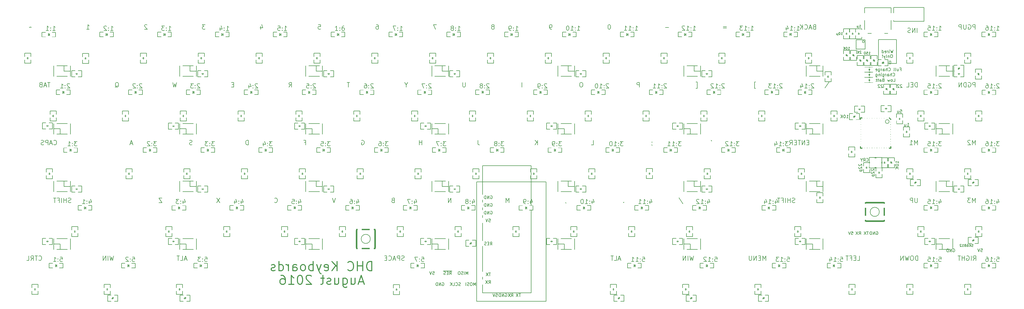
<source format=gbr>
G04 #@! TF.FileFunction,Legend,Bot*
%FSLAX46Y46*%
G04 Gerber Fmt 4.6, Leading zero omitted, Abs format (unit mm)*
G04 Created by KiCad (PCBNEW 4.0.2-stable) date 7/14/2016 9:28:55 PM*
%MOMM*%
G01*
G04 APERTURE LIST*
%ADD10C,0.100000*%
%ADD11C,0.300000*%
%ADD12C,0.150000*%
%ADD13C,0.200000*%
%ADD14C,0.152400*%
%ADD15C,0.177800*%
%ADD16C,0.200660*%
%ADD17C,0.381000*%
%ADD18C,0.304800*%
%ADD19C,0.203200*%
%ADD20C,2.686000*%
%ADD21C,1.800000*%
%ADD22R,1.289000X1.797000*%
%ADD23R,1.797000X1.289000*%
%ADD24R,1.400000X3.500000*%
%ADD25R,3.500000X1.400000*%
%ADD26C,2.200000*%
%ADD27O,0.806400X2.299920*%
%ADD28O,2.299920X0.806400*%
%ADD29R,1.598880X1.598880*%
%ADD30R,1.700000X1.250000*%
%ADD31R,1.800000X1.600000*%
%ADD32C,2.178000*%
%ADD33C,2.279600*%
%ADD34C,1.924000*%
%ADD35R,1.924000X1.924000*%
%ADD36R,1.400000X0.690000*%
%ADD37R,2.000000X2.400000*%
%ADD38R,0.990000X2.600000*%
%ADD39C,1.500000*%
%ADD40R,1.300000X1.350000*%
G04 APERTURE END LIST*
D10*
D11*
X181320000Y-145967143D02*
X181320000Y-142967143D01*
X180605715Y-142967143D01*
X180177143Y-143110000D01*
X179891429Y-143395714D01*
X179748572Y-143681429D01*
X179605715Y-144252857D01*
X179605715Y-144681429D01*
X179748572Y-145252857D01*
X179891429Y-145538571D01*
X180177143Y-145824286D01*
X180605715Y-145967143D01*
X181320000Y-145967143D01*
X178320000Y-145967143D02*
X178320000Y-142967143D01*
X178320000Y-144395714D02*
X176605715Y-144395714D01*
X176605715Y-145967143D02*
X176605715Y-142967143D01*
X173462858Y-145681429D02*
X173605715Y-145824286D01*
X174034286Y-145967143D01*
X174320000Y-145967143D01*
X174748572Y-145824286D01*
X175034286Y-145538571D01*
X175177143Y-145252857D01*
X175320000Y-144681429D01*
X175320000Y-144252857D01*
X175177143Y-143681429D01*
X175034286Y-143395714D01*
X174748572Y-143110000D01*
X174320000Y-142967143D01*
X174034286Y-142967143D01*
X173605715Y-143110000D01*
X173462858Y-143252857D01*
X169891429Y-145967143D02*
X169891429Y-142967143D01*
X168177144Y-145967143D02*
X169462858Y-144252857D01*
X168177144Y-142967143D02*
X169891429Y-144681429D01*
X165748572Y-145824286D02*
X166034286Y-145967143D01*
X166605715Y-145967143D01*
X166891429Y-145824286D01*
X167034286Y-145538571D01*
X167034286Y-144395714D01*
X166891429Y-144110000D01*
X166605715Y-143967143D01*
X166034286Y-143967143D01*
X165748572Y-144110000D01*
X165605715Y-144395714D01*
X165605715Y-144681429D01*
X167034286Y-144967143D01*
X164605715Y-143967143D02*
X163891429Y-145967143D01*
X163177143Y-143967143D02*
X163891429Y-145967143D01*
X164177143Y-146681429D01*
X164320000Y-146824286D01*
X164605715Y-146967143D01*
X162034286Y-145967143D02*
X162034286Y-142967143D01*
X162034286Y-144110000D02*
X161748572Y-143967143D01*
X161177143Y-143967143D01*
X160891429Y-144110000D01*
X160748572Y-144252857D01*
X160605715Y-144538571D01*
X160605715Y-145395714D01*
X160748572Y-145681429D01*
X160891429Y-145824286D01*
X161177143Y-145967143D01*
X161748572Y-145967143D01*
X162034286Y-145824286D01*
X158891429Y-145967143D02*
X159177143Y-145824286D01*
X159320000Y-145681429D01*
X159462857Y-145395714D01*
X159462857Y-144538571D01*
X159320000Y-144252857D01*
X159177143Y-144110000D01*
X158891429Y-143967143D01*
X158462857Y-143967143D01*
X158177143Y-144110000D01*
X158034286Y-144252857D01*
X157891429Y-144538571D01*
X157891429Y-145395714D01*
X158034286Y-145681429D01*
X158177143Y-145824286D01*
X158462857Y-145967143D01*
X158891429Y-145967143D01*
X155320000Y-145967143D02*
X155320000Y-144395714D01*
X155462857Y-144110000D01*
X155748571Y-143967143D01*
X156320000Y-143967143D01*
X156605714Y-144110000D01*
X155320000Y-145824286D02*
X155605714Y-145967143D01*
X156320000Y-145967143D01*
X156605714Y-145824286D01*
X156748571Y-145538571D01*
X156748571Y-145252857D01*
X156605714Y-144967143D01*
X156320000Y-144824286D01*
X155605714Y-144824286D01*
X155320000Y-144681429D01*
X153891428Y-145967143D02*
X153891428Y-143967143D01*
X153891428Y-144538571D02*
X153748571Y-144252857D01*
X153605714Y-144110000D01*
X153320000Y-143967143D01*
X153034285Y-143967143D01*
X150748571Y-145967143D02*
X150748571Y-142967143D01*
X150748571Y-145824286D02*
X151034285Y-145967143D01*
X151605714Y-145967143D01*
X151891428Y-145824286D01*
X152034285Y-145681429D01*
X152177142Y-145395714D01*
X152177142Y-144538571D01*
X152034285Y-144252857D01*
X151891428Y-144110000D01*
X151605714Y-143967143D01*
X151034285Y-143967143D01*
X150748571Y-144110000D01*
X149462856Y-145824286D02*
X149177142Y-145967143D01*
X148605714Y-145967143D01*
X148319999Y-145824286D01*
X148177142Y-145538571D01*
X148177142Y-145395714D01*
X148319999Y-145110000D01*
X148605714Y-144967143D01*
X149034285Y-144967143D01*
X149319999Y-144824286D01*
X149462856Y-144538571D01*
X149462856Y-144395714D01*
X149319999Y-144110000D01*
X149034285Y-143967143D01*
X148605714Y-143967143D01*
X148319999Y-144110000D01*
X178534286Y-149610000D02*
X177105715Y-149610000D01*
X178820001Y-150467143D02*
X177820001Y-147467143D01*
X176820001Y-150467143D01*
X174534286Y-148467143D02*
X174534286Y-150467143D01*
X175820000Y-148467143D02*
X175820000Y-150038571D01*
X175677143Y-150324286D01*
X175391429Y-150467143D01*
X174962857Y-150467143D01*
X174677143Y-150324286D01*
X174534286Y-150181429D01*
X171820000Y-148467143D02*
X171820000Y-150895714D01*
X171962857Y-151181429D01*
X172105714Y-151324286D01*
X172391429Y-151467143D01*
X172820000Y-151467143D01*
X173105714Y-151324286D01*
X171820000Y-150324286D02*
X172105714Y-150467143D01*
X172677143Y-150467143D01*
X172962857Y-150324286D01*
X173105714Y-150181429D01*
X173248571Y-149895714D01*
X173248571Y-149038571D01*
X173105714Y-148752857D01*
X172962857Y-148610000D01*
X172677143Y-148467143D01*
X172105714Y-148467143D01*
X171820000Y-148610000D01*
X169105714Y-148467143D02*
X169105714Y-150467143D01*
X170391428Y-148467143D02*
X170391428Y-150038571D01*
X170248571Y-150324286D01*
X169962857Y-150467143D01*
X169534285Y-150467143D01*
X169248571Y-150324286D01*
X169105714Y-150181429D01*
X167819999Y-150324286D02*
X167534285Y-150467143D01*
X166962857Y-150467143D01*
X166677142Y-150324286D01*
X166534285Y-150038571D01*
X166534285Y-149895714D01*
X166677142Y-149610000D01*
X166962857Y-149467143D01*
X167391428Y-149467143D01*
X167677142Y-149324286D01*
X167819999Y-149038571D01*
X167819999Y-148895714D01*
X167677142Y-148610000D01*
X167391428Y-148467143D01*
X166962857Y-148467143D01*
X166677142Y-148610000D01*
X165677143Y-148467143D02*
X164534286Y-148467143D01*
X165248571Y-147467143D02*
X165248571Y-150038571D01*
X165105714Y-150324286D01*
X164820000Y-150467143D01*
X164534286Y-150467143D01*
X161391428Y-147752857D02*
X161248571Y-147610000D01*
X160962857Y-147467143D01*
X160248571Y-147467143D01*
X159962857Y-147610000D01*
X159820000Y-147752857D01*
X159677143Y-148038571D01*
X159677143Y-148324286D01*
X159820000Y-148752857D01*
X161534286Y-150467143D01*
X159677143Y-150467143D01*
X157820000Y-147467143D02*
X157534285Y-147467143D01*
X157248571Y-147610000D01*
X157105714Y-147752857D01*
X156962857Y-148038571D01*
X156820000Y-148610000D01*
X156820000Y-149324286D01*
X156962857Y-149895714D01*
X157105714Y-150181429D01*
X157248571Y-150324286D01*
X157534285Y-150467143D01*
X157820000Y-150467143D01*
X158105714Y-150324286D01*
X158248571Y-150181429D01*
X158391428Y-149895714D01*
X158534285Y-149324286D01*
X158534285Y-148610000D01*
X158391428Y-148038571D01*
X158248571Y-147752857D01*
X158105714Y-147610000D01*
X157820000Y-147467143D01*
X153962857Y-150467143D02*
X155677142Y-150467143D01*
X154820000Y-150467143D02*
X154820000Y-147467143D01*
X155105714Y-147895714D01*
X155391428Y-148181429D01*
X155677142Y-148324286D01*
X151391428Y-147467143D02*
X151962857Y-147467143D01*
X152248571Y-147610000D01*
X152391428Y-147752857D01*
X152677142Y-148181429D01*
X152819999Y-148752857D01*
X152819999Y-149895714D01*
X152677142Y-150181429D01*
X152534285Y-150324286D01*
X152248571Y-150467143D01*
X151677142Y-150467143D01*
X151391428Y-150324286D01*
X151248571Y-150181429D01*
X151105714Y-149895714D01*
X151105714Y-149181429D01*
X151248571Y-148895714D01*
X151391428Y-148752857D01*
X151677142Y-148610000D01*
X152248571Y-148610000D01*
X152534285Y-148752857D01*
X152677142Y-148895714D01*
X152819999Y-149181429D01*
D12*
X220299047Y-137532381D02*
X220632381Y-137056190D01*
X220870476Y-137532381D02*
X220870476Y-136532381D01*
X220489523Y-136532381D01*
X220394285Y-136580000D01*
X220346666Y-136627619D01*
X220299047Y-136722857D01*
X220299047Y-136865714D01*
X220346666Y-136960952D01*
X220394285Y-137008571D01*
X220489523Y-137056190D01*
X220870476Y-137056190D01*
X219870476Y-137008571D02*
X219537142Y-137008571D01*
X219394285Y-137532381D02*
X219870476Y-137532381D01*
X219870476Y-136532381D01*
X219394285Y-136532381D01*
X219013333Y-137484762D02*
X218870476Y-137532381D01*
X218632380Y-137532381D01*
X218537142Y-137484762D01*
X218489523Y-137437143D01*
X218441904Y-137341905D01*
X218441904Y-137246667D01*
X218489523Y-137151429D01*
X218537142Y-137103810D01*
X218632380Y-137056190D01*
X218822857Y-137008571D01*
X218918095Y-136960952D01*
X218965714Y-136913333D01*
X219013333Y-136818095D01*
X219013333Y-136722857D01*
X218965714Y-136627619D01*
X218918095Y-136580000D01*
X218822857Y-136532381D01*
X218584761Y-136532381D01*
X218441904Y-136580000D01*
X379312381Y-138013810D02*
X379198095Y-138051905D01*
X379007619Y-138051905D01*
X378931429Y-138013810D01*
X378893333Y-137975714D01*
X378855238Y-137899524D01*
X378855238Y-137823333D01*
X378893333Y-137747143D01*
X378931429Y-137709048D01*
X379007619Y-137670952D01*
X379160000Y-137632857D01*
X379236191Y-137594762D01*
X379274286Y-137556667D01*
X379312381Y-137480476D01*
X379312381Y-137404286D01*
X379274286Y-137328095D01*
X379236191Y-137290000D01*
X379160000Y-137251905D01*
X378969524Y-137251905D01*
X378855238Y-137290000D01*
X378512381Y-138051905D02*
X378512381Y-137251905D01*
X378055238Y-138051905D02*
X378398095Y-137594762D01*
X378055238Y-137251905D02*
X378512381Y-137709048D01*
X377369524Y-137251905D02*
X377521905Y-137251905D01*
X377598095Y-137290000D01*
X377636190Y-137328095D01*
X377712381Y-137442381D01*
X377750476Y-137594762D01*
X377750476Y-137899524D01*
X377712381Y-137975714D01*
X377674286Y-138013810D01*
X377598095Y-138051905D01*
X377445714Y-138051905D01*
X377369524Y-138013810D01*
X377331428Y-137975714D01*
X377293333Y-137899524D01*
X377293333Y-137709048D01*
X377331428Y-137632857D01*
X377369524Y-137594762D01*
X377445714Y-137556667D01*
X377598095Y-137556667D01*
X377674286Y-137594762D01*
X377712381Y-137632857D01*
X377750476Y-137709048D01*
X376836190Y-137594762D02*
X376912381Y-137556667D01*
X376950476Y-137518571D01*
X376988571Y-137442381D01*
X376988571Y-137404286D01*
X376950476Y-137328095D01*
X376912381Y-137290000D01*
X376836190Y-137251905D01*
X376683809Y-137251905D01*
X376607619Y-137290000D01*
X376569523Y-137328095D01*
X376531428Y-137404286D01*
X376531428Y-137442381D01*
X376569523Y-137518571D01*
X376607619Y-137556667D01*
X376683809Y-137594762D01*
X376836190Y-137594762D01*
X376912381Y-137632857D01*
X376950476Y-137670952D01*
X376988571Y-137747143D01*
X376988571Y-137899524D01*
X376950476Y-137975714D01*
X376912381Y-138013810D01*
X376836190Y-138051905D01*
X376683809Y-138051905D01*
X376607619Y-138013810D01*
X376569523Y-137975714D01*
X376531428Y-137899524D01*
X376531428Y-137747143D01*
X376569523Y-137670952D01*
X376607619Y-137632857D01*
X376683809Y-137594762D01*
X375769523Y-138051905D02*
X376226666Y-138051905D01*
X375998095Y-138051905D02*
X375998095Y-137251905D01*
X376074285Y-137366190D01*
X376150476Y-137442381D01*
X376226666Y-137480476D01*
X375464761Y-137328095D02*
X375426666Y-137290000D01*
X375350475Y-137251905D01*
X375159999Y-137251905D01*
X375083809Y-137290000D01*
X375045713Y-137328095D01*
X375007618Y-137404286D01*
X375007618Y-137480476D01*
X375045713Y-137594762D01*
X375502856Y-138051905D01*
X375007618Y-138051905D01*
X372731904Y-138810000D02*
X372827142Y-138762381D01*
X372969999Y-138762381D01*
X373112857Y-138810000D01*
X373208095Y-138905238D01*
X373255714Y-139000476D01*
X373303333Y-139190952D01*
X373303333Y-139333810D01*
X373255714Y-139524286D01*
X373208095Y-139619524D01*
X373112857Y-139714762D01*
X372969999Y-139762381D01*
X372874761Y-139762381D01*
X372731904Y-139714762D01*
X372684285Y-139667143D01*
X372684285Y-139333810D01*
X372874761Y-139333810D01*
X372255714Y-139762381D02*
X372255714Y-138762381D01*
X371684285Y-139762381D01*
X371684285Y-138762381D01*
X371208095Y-139762381D02*
X371208095Y-138762381D01*
X370970000Y-138762381D01*
X370827142Y-138810000D01*
X370731904Y-138905238D01*
X370684285Y-139000476D01*
X370636666Y-139190952D01*
X370636666Y-139333810D01*
X370684285Y-139524286D01*
X370731904Y-139619524D01*
X370827142Y-139714762D01*
X370970000Y-139762381D01*
X371208095Y-139762381D01*
X381890476Y-138712381D02*
X382366667Y-138712381D01*
X382414286Y-139188571D01*
X382366667Y-139140952D01*
X382271429Y-139093333D01*
X382033333Y-139093333D01*
X381938095Y-139140952D01*
X381890476Y-139188571D01*
X381842857Y-139283810D01*
X381842857Y-139521905D01*
X381890476Y-139617143D01*
X381938095Y-139664762D01*
X382033333Y-139712381D01*
X382271429Y-139712381D01*
X382366667Y-139664762D01*
X382414286Y-139617143D01*
X381557143Y-138712381D02*
X381223810Y-139712381D01*
X380890476Y-138712381D01*
X219836666Y-150182381D02*
X220170000Y-149706190D01*
X220408095Y-150182381D02*
X220408095Y-149182381D01*
X220027142Y-149182381D01*
X219931904Y-149230000D01*
X219884285Y-149277619D01*
X219836666Y-149372857D01*
X219836666Y-149515714D01*
X219884285Y-149610952D01*
X219931904Y-149658571D01*
X220027142Y-149706190D01*
X220408095Y-149706190D01*
X219503333Y-149182381D02*
X218836666Y-150182381D01*
X218836666Y-149182381D02*
X219503333Y-150182381D01*
X220431905Y-146642381D02*
X219860476Y-146642381D01*
X220146191Y-147642381D02*
X220146191Y-146642381D01*
X219622381Y-146642381D02*
X218955714Y-147642381D01*
X218955714Y-146642381D02*
X219622381Y-147642381D01*
X219860476Y-128882381D02*
X220336667Y-128882381D01*
X220384286Y-129358571D01*
X220336667Y-129310952D01*
X220241429Y-129263333D01*
X220003333Y-129263333D01*
X219908095Y-129310952D01*
X219860476Y-129358571D01*
X219812857Y-129453810D01*
X219812857Y-129691905D01*
X219860476Y-129787143D01*
X219908095Y-129834762D01*
X220003333Y-129882381D01*
X220241429Y-129882381D01*
X220336667Y-129834762D01*
X220384286Y-129787143D01*
X219527143Y-128882381D02*
X219193810Y-129882381D01*
X218860476Y-128882381D01*
X220431904Y-126380000D02*
X220527142Y-126332381D01*
X220669999Y-126332381D01*
X220812857Y-126380000D01*
X220908095Y-126475238D01*
X220955714Y-126570476D01*
X221003333Y-126760952D01*
X221003333Y-126903810D01*
X220955714Y-127094286D01*
X220908095Y-127189524D01*
X220812857Y-127284762D01*
X220669999Y-127332381D01*
X220574761Y-127332381D01*
X220431904Y-127284762D01*
X220384285Y-127237143D01*
X220384285Y-126903810D01*
X220574761Y-126903810D01*
X219955714Y-127332381D02*
X219955714Y-126332381D01*
X219384285Y-127332381D01*
X219384285Y-126332381D01*
X218908095Y-127332381D02*
X218908095Y-126332381D01*
X218670000Y-126332381D01*
X218527142Y-126380000D01*
X218431904Y-126475238D01*
X218384285Y-126570476D01*
X218336666Y-126760952D01*
X218336666Y-126903810D01*
X218384285Y-127094286D01*
X218431904Y-127189524D01*
X218527142Y-127284762D01*
X218670000Y-127332381D01*
X218908095Y-127332381D01*
X220431904Y-123850000D02*
X220527142Y-123802381D01*
X220669999Y-123802381D01*
X220812857Y-123850000D01*
X220908095Y-123945238D01*
X220955714Y-124040476D01*
X221003333Y-124230952D01*
X221003333Y-124373810D01*
X220955714Y-124564286D01*
X220908095Y-124659524D01*
X220812857Y-124754762D01*
X220669999Y-124802381D01*
X220574761Y-124802381D01*
X220431904Y-124754762D01*
X220384285Y-124707143D01*
X220384285Y-124373810D01*
X220574761Y-124373810D01*
X219955714Y-124802381D02*
X219955714Y-123802381D01*
X219384285Y-124802381D01*
X219384285Y-123802381D01*
X218908095Y-124802381D02*
X218908095Y-123802381D01*
X218670000Y-123802381D01*
X218527142Y-123850000D01*
X218431904Y-123945238D01*
X218384285Y-124040476D01*
X218336666Y-124230952D01*
X218336666Y-124373810D01*
X218384285Y-124564286D01*
X218431904Y-124659524D01*
X218527142Y-124754762D01*
X218670000Y-124802381D01*
X218908095Y-124802381D01*
X220431904Y-121300000D02*
X220527142Y-121252381D01*
X220669999Y-121252381D01*
X220812857Y-121300000D01*
X220908095Y-121395238D01*
X220955714Y-121490476D01*
X221003333Y-121680952D01*
X221003333Y-121823810D01*
X220955714Y-122014286D01*
X220908095Y-122109524D01*
X220812857Y-122204762D01*
X220669999Y-122252381D01*
X220574761Y-122252381D01*
X220431904Y-122204762D01*
X220384285Y-122157143D01*
X220384285Y-121823810D01*
X220574761Y-121823810D01*
X219955714Y-122252381D02*
X219955714Y-121252381D01*
X219384285Y-122252381D01*
X219384285Y-121252381D01*
X218908095Y-122252381D02*
X218908095Y-121252381D01*
X218670000Y-121252381D01*
X218527142Y-121300000D01*
X218431904Y-121395238D01*
X218384285Y-121490476D01*
X218336666Y-121680952D01*
X218336666Y-121823810D01*
X218384285Y-122014286D01*
X218431904Y-122109524D01*
X218527142Y-122204762D01*
X218670000Y-122252381D01*
X218908095Y-122252381D01*
X225251904Y-153580000D02*
X225347142Y-153532381D01*
X225489999Y-153532381D01*
X225632857Y-153580000D01*
X225728095Y-153675238D01*
X225775714Y-153770476D01*
X225823333Y-153960952D01*
X225823333Y-154103810D01*
X225775714Y-154294286D01*
X225728095Y-154389524D01*
X225632857Y-154484762D01*
X225489999Y-154532381D01*
X225394761Y-154532381D01*
X225251904Y-154484762D01*
X225204285Y-154437143D01*
X225204285Y-154103810D01*
X225394761Y-154103810D01*
X224775714Y-154532381D02*
X224775714Y-153532381D01*
X224204285Y-154532381D01*
X224204285Y-153532381D01*
X223728095Y-154532381D02*
X223728095Y-153532381D01*
X223490000Y-153532381D01*
X223347142Y-153580000D01*
X223251904Y-153675238D01*
X223204285Y-153770476D01*
X223156666Y-153960952D01*
X223156666Y-154103810D01*
X223204285Y-154294286D01*
X223251904Y-154389524D01*
X223347142Y-154484762D01*
X223490000Y-154532381D01*
X223728095Y-154532381D01*
X227236666Y-154532381D02*
X227570000Y-154056190D01*
X227808095Y-154532381D02*
X227808095Y-153532381D01*
X227427142Y-153532381D01*
X227331904Y-153580000D01*
X227284285Y-153627619D01*
X227236666Y-153722857D01*
X227236666Y-153865714D01*
X227284285Y-153960952D01*
X227331904Y-154008571D01*
X227427142Y-154056190D01*
X227808095Y-154056190D01*
X226903333Y-153532381D02*
X226236666Y-154532381D01*
X226236666Y-153532381D02*
X226903333Y-154532381D01*
X230331905Y-153532381D02*
X229760476Y-153532381D01*
X230046191Y-154532381D02*
X230046191Y-153532381D01*
X229522381Y-153532381D02*
X228855714Y-154532381D01*
X228855714Y-153532381D02*
X229522381Y-154532381D01*
X215481428Y-150902381D02*
X215481428Y-149902381D01*
X215148094Y-150616667D01*
X214814761Y-149902381D01*
X214814761Y-150902381D01*
X214148095Y-149902381D02*
X213957618Y-149902381D01*
X213862380Y-149950000D01*
X213767142Y-150045238D01*
X213719523Y-150235714D01*
X213719523Y-150569048D01*
X213767142Y-150759524D01*
X213862380Y-150854762D01*
X213957618Y-150902381D01*
X214148095Y-150902381D01*
X214243333Y-150854762D01*
X214338571Y-150759524D01*
X214386190Y-150569048D01*
X214386190Y-150235714D01*
X214338571Y-150045238D01*
X214243333Y-149950000D01*
X214148095Y-149902381D01*
X213338571Y-150854762D02*
X213195714Y-150902381D01*
X212957618Y-150902381D01*
X212862380Y-150854762D01*
X212814761Y-150807143D01*
X212767142Y-150711905D01*
X212767142Y-150616667D01*
X212814761Y-150521429D01*
X212862380Y-150473810D01*
X212957618Y-150426190D01*
X213148095Y-150378571D01*
X213243333Y-150330952D01*
X213290952Y-150283333D01*
X213338571Y-150188095D01*
X213338571Y-150092857D01*
X213290952Y-149997619D01*
X213243333Y-149950000D01*
X213148095Y-149902381D01*
X212909999Y-149902381D01*
X212767142Y-149950000D01*
X212338571Y-150902381D02*
X212338571Y-149902381D01*
X210520476Y-150854762D02*
X210377619Y-150902381D01*
X210139523Y-150902381D01*
X210044285Y-150854762D01*
X209996666Y-150807143D01*
X209949047Y-150711905D01*
X209949047Y-150616667D01*
X209996666Y-150521429D01*
X210044285Y-150473810D01*
X210139523Y-150426190D01*
X210330000Y-150378571D01*
X210425238Y-150330952D01*
X210472857Y-150283333D01*
X210520476Y-150188095D01*
X210520476Y-150092857D01*
X210472857Y-149997619D01*
X210425238Y-149950000D01*
X210330000Y-149902381D01*
X210091904Y-149902381D01*
X209949047Y-149950000D01*
X208949047Y-150807143D02*
X208996666Y-150854762D01*
X209139523Y-150902381D01*
X209234761Y-150902381D01*
X209377619Y-150854762D01*
X209472857Y-150759524D01*
X209520476Y-150664286D01*
X209568095Y-150473810D01*
X209568095Y-150330952D01*
X209520476Y-150140476D01*
X209472857Y-150045238D01*
X209377619Y-149950000D01*
X209234761Y-149902381D01*
X209139523Y-149902381D01*
X208996666Y-149950000D01*
X208949047Y-149997619D01*
X208044285Y-150902381D02*
X208520476Y-150902381D01*
X208520476Y-149902381D01*
X207710952Y-150902381D02*
X207710952Y-149902381D01*
X207139523Y-150902381D02*
X207568095Y-150330952D01*
X207139523Y-149902381D02*
X207710952Y-150473810D01*
X212941428Y-147242381D02*
X212941428Y-146242381D01*
X212608094Y-146956667D01*
X212274761Y-146242381D01*
X212274761Y-147242381D01*
X211798571Y-147242381D02*
X211798571Y-146242381D01*
X211370000Y-147194762D02*
X211227143Y-147242381D01*
X210989047Y-147242381D01*
X210893809Y-147194762D01*
X210846190Y-147147143D01*
X210798571Y-147051905D01*
X210798571Y-146956667D01*
X210846190Y-146861429D01*
X210893809Y-146813810D01*
X210989047Y-146766190D01*
X211179524Y-146718571D01*
X211274762Y-146670952D01*
X211322381Y-146623333D01*
X211370000Y-146528095D01*
X211370000Y-146432857D01*
X211322381Y-146337619D01*
X211274762Y-146290000D01*
X211179524Y-146242381D01*
X210941428Y-146242381D01*
X210798571Y-146290000D01*
X210179524Y-146242381D02*
X209989047Y-146242381D01*
X209893809Y-146290000D01*
X209798571Y-146385238D01*
X209750952Y-146575714D01*
X209750952Y-146909048D01*
X209798571Y-147099524D01*
X209893809Y-147194762D01*
X209989047Y-147242381D01*
X210179524Y-147242381D01*
X210274762Y-147194762D01*
X210370000Y-147099524D01*
X210417619Y-146909048D01*
X210417619Y-146575714D01*
X210370000Y-146385238D01*
X210274762Y-146290000D01*
X210179524Y-146242381D01*
X206909047Y-147242381D02*
X207242381Y-146766190D01*
X207480476Y-147242381D02*
X207480476Y-146242381D01*
X207099523Y-146242381D01*
X207004285Y-146290000D01*
X206956666Y-146337619D01*
X206909047Y-146432857D01*
X206909047Y-146575714D01*
X206956666Y-146670952D01*
X207004285Y-146718571D01*
X207099523Y-146766190D01*
X207480476Y-146766190D01*
X206480476Y-146718571D02*
X206147142Y-146718571D01*
X206004285Y-147242381D02*
X206480476Y-147242381D01*
X206480476Y-146242381D01*
X206004285Y-146242381D01*
X205623333Y-147194762D02*
X205480476Y-147242381D01*
X205242380Y-147242381D01*
X205147142Y-147194762D01*
X205099523Y-147147143D01*
X205051904Y-147051905D01*
X205051904Y-146956667D01*
X205099523Y-146861429D01*
X205147142Y-146813810D01*
X205242380Y-146766190D01*
X205432857Y-146718571D01*
X205528095Y-146670952D01*
X205575714Y-146623333D01*
X205623333Y-146528095D01*
X205623333Y-146432857D01*
X205575714Y-146337619D01*
X205528095Y-146290000D01*
X205432857Y-146242381D01*
X205194761Y-146242381D01*
X205051904Y-146290000D01*
X207718571Y-146070000D02*
X204861428Y-146070000D01*
X204511904Y-149950000D02*
X204607142Y-149902381D01*
X204749999Y-149902381D01*
X204892857Y-149950000D01*
X204988095Y-150045238D01*
X205035714Y-150140476D01*
X205083333Y-150330952D01*
X205083333Y-150473810D01*
X205035714Y-150664286D01*
X204988095Y-150759524D01*
X204892857Y-150854762D01*
X204749999Y-150902381D01*
X204654761Y-150902381D01*
X204511904Y-150854762D01*
X204464285Y-150807143D01*
X204464285Y-150473810D01*
X204654761Y-150473810D01*
X204035714Y-150902381D02*
X204035714Y-149902381D01*
X203464285Y-150902381D01*
X203464285Y-149902381D01*
X202988095Y-150902381D02*
X202988095Y-149902381D01*
X202750000Y-149902381D01*
X202607142Y-149950000D01*
X202511904Y-150045238D01*
X202464285Y-150140476D01*
X202416666Y-150330952D01*
X202416666Y-150473810D01*
X202464285Y-150664286D01*
X202511904Y-150759524D01*
X202607142Y-150854762D01*
X202750000Y-150902381D01*
X202988095Y-150902381D01*
X222160476Y-153542381D02*
X222636667Y-153542381D01*
X222684286Y-154018571D01*
X222636667Y-153970952D01*
X222541429Y-153923333D01*
X222303333Y-153923333D01*
X222208095Y-153970952D01*
X222160476Y-154018571D01*
X222112857Y-154113810D01*
X222112857Y-154351905D01*
X222160476Y-154447143D01*
X222208095Y-154494762D01*
X222303333Y-154542381D01*
X222541429Y-154542381D01*
X222636667Y-154494762D01*
X222684286Y-154447143D01*
X221827143Y-153542381D02*
X221493810Y-154542381D01*
X221160476Y-153542381D01*
X201400476Y-146242381D02*
X201876667Y-146242381D01*
X201924286Y-146718571D01*
X201876667Y-146670952D01*
X201781429Y-146623333D01*
X201543333Y-146623333D01*
X201448095Y-146670952D01*
X201400476Y-146718571D01*
X201352857Y-146813810D01*
X201352857Y-147051905D01*
X201400476Y-147147143D01*
X201448095Y-147194762D01*
X201543333Y-147242381D01*
X201781429Y-147242381D01*
X201876667Y-147194762D01*
X201924286Y-147147143D01*
X201067143Y-146242381D02*
X200733810Y-147242381D01*
X200400476Y-146242381D01*
X339250476Y-133072381D02*
X339726667Y-133072381D01*
X339774286Y-133548571D01*
X339726667Y-133500952D01*
X339631429Y-133453333D01*
X339393333Y-133453333D01*
X339298095Y-133500952D01*
X339250476Y-133548571D01*
X339202857Y-133643810D01*
X339202857Y-133881905D01*
X339250476Y-133977143D01*
X339298095Y-134024762D01*
X339393333Y-134072381D01*
X339631429Y-134072381D01*
X339726667Y-134024762D01*
X339774286Y-133977143D01*
X338917143Y-133072381D02*
X338583810Y-134072381D01*
X338250476Y-133072381D01*
X347441904Y-133120000D02*
X347537142Y-133072381D01*
X347679999Y-133072381D01*
X347822857Y-133120000D01*
X347918095Y-133215238D01*
X347965714Y-133310476D01*
X348013333Y-133500952D01*
X348013333Y-133643810D01*
X347965714Y-133834286D01*
X347918095Y-133929524D01*
X347822857Y-134024762D01*
X347679999Y-134072381D01*
X347584761Y-134072381D01*
X347441904Y-134024762D01*
X347394285Y-133977143D01*
X347394285Y-133643810D01*
X347584761Y-133643810D01*
X346965714Y-134072381D02*
X346965714Y-133072381D01*
X346394285Y-134072381D01*
X346394285Y-133072381D01*
X345918095Y-134072381D02*
X345918095Y-133072381D01*
X345680000Y-133072381D01*
X345537142Y-133120000D01*
X345441904Y-133215238D01*
X345394285Y-133310476D01*
X345346666Y-133500952D01*
X345346666Y-133643810D01*
X345394285Y-133834286D01*
X345441904Y-133929524D01*
X345537142Y-134024762D01*
X345680000Y-134072381D01*
X345918095Y-134072381D01*
X344891905Y-133072381D02*
X344320476Y-133072381D01*
X344606191Y-134072381D02*
X344606191Y-133072381D01*
X344082381Y-133072381D02*
X343415714Y-134072381D01*
X343415714Y-133072381D02*
X344082381Y-134072381D01*
X341766666Y-134072381D02*
X342100000Y-133596190D01*
X342338095Y-134072381D02*
X342338095Y-133072381D01*
X341957142Y-133072381D01*
X341861904Y-133120000D01*
X341814285Y-133167619D01*
X341766666Y-133262857D01*
X341766666Y-133405714D01*
X341814285Y-133500952D01*
X341861904Y-133548571D01*
X341957142Y-133596190D01*
X342338095Y-133596190D01*
X341433333Y-133072381D02*
X340766666Y-134072381D01*
X340766666Y-133072381D02*
X341433333Y-134072381D01*
X352037619Y-76812381D02*
X351942380Y-76812381D01*
X351847142Y-76860000D01*
X351799523Y-76907619D01*
X351751904Y-77002857D01*
X351704285Y-77193333D01*
X351704285Y-77431429D01*
X351751904Y-77621905D01*
X351799523Y-77717143D01*
X351847142Y-77764762D01*
X351942380Y-77812381D01*
X352037619Y-77812381D01*
X352132857Y-77764762D01*
X352180476Y-77717143D01*
X352228095Y-77621905D01*
X352275714Y-77431429D01*
X352275714Y-77193333D01*
X352228095Y-77002857D01*
X352180476Y-76907619D01*
X352132857Y-76860000D01*
X352037619Y-76812381D01*
X352997143Y-73197381D02*
X352759048Y-74197381D01*
X352568571Y-73483095D01*
X352378095Y-74197381D01*
X352140000Y-73197381D01*
X351759048Y-74197381D02*
X351759048Y-73530714D01*
X351759048Y-73197381D02*
X351806667Y-73245000D01*
X351759048Y-73292619D01*
X351711429Y-73245000D01*
X351759048Y-73197381D01*
X351759048Y-73292619D01*
X351282858Y-74197381D02*
X351282858Y-73530714D01*
X351282858Y-73721190D02*
X351235239Y-73625952D01*
X351187620Y-73578333D01*
X351092382Y-73530714D01*
X350997143Y-73530714D01*
X350282857Y-74149762D02*
X350378095Y-74197381D01*
X350568572Y-74197381D01*
X350663810Y-74149762D01*
X350711429Y-74054524D01*
X350711429Y-73673571D01*
X350663810Y-73578333D01*
X350568572Y-73530714D01*
X350378095Y-73530714D01*
X350282857Y-73578333D01*
X350235238Y-73673571D01*
X350235238Y-73768810D01*
X350711429Y-73864048D01*
X349378095Y-74197381D02*
X349378095Y-73197381D01*
X349378095Y-74149762D02*
X349473333Y-74197381D01*
X349663810Y-74197381D01*
X349759048Y-74149762D01*
X349806667Y-74102143D01*
X349854286Y-74006905D01*
X349854286Y-73721190D01*
X349806667Y-73625952D01*
X349759048Y-73578333D01*
X349663810Y-73530714D01*
X349473333Y-73530714D01*
X349378095Y-73578333D01*
X352568572Y-74747381D02*
X352378095Y-74747381D01*
X352282857Y-74795000D01*
X352187619Y-74890238D01*
X352140000Y-75080714D01*
X352140000Y-75414048D01*
X352187619Y-75604524D01*
X352282857Y-75699762D01*
X352378095Y-75747381D01*
X352568572Y-75747381D01*
X352663810Y-75699762D01*
X352759048Y-75604524D01*
X352806667Y-75414048D01*
X352806667Y-75080714D01*
X352759048Y-74890238D01*
X352663810Y-74795000D01*
X352568572Y-74747381D01*
X351711429Y-75080714D02*
X351711429Y-75747381D01*
X351711429Y-75175952D02*
X351663810Y-75128333D01*
X351568572Y-75080714D01*
X351425714Y-75080714D01*
X351330476Y-75128333D01*
X351282857Y-75223571D01*
X351282857Y-75747381D01*
X350663810Y-75747381D02*
X350759048Y-75699762D01*
X350806667Y-75604524D01*
X350806667Y-74747381D01*
X350378095Y-75080714D02*
X350140000Y-75747381D01*
X349901904Y-75080714D02*
X350140000Y-75747381D01*
X350235238Y-75985476D01*
X350282857Y-76033095D01*
X350378095Y-76080714D01*
X349520952Y-75652143D02*
X349473333Y-75699762D01*
X349520952Y-75747381D01*
X349568571Y-75699762D01*
X349520952Y-75652143D01*
X349520952Y-75747381D01*
X349520952Y-75366429D02*
X349568571Y-74795000D01*
X349520952Y-74747381D01*
X349473333Y-74795000D01*
X349520952Y-75366429D01*
X349520952Y-74747381D01*
X353091429Y-83612381D02*
X353567620Y-83612381D01*
X353567620Y-82612381D01*
X352615239Y-83612381D02*
X352710477Y-83564762D01*
X352758096Y-83517143D01*
X352805715Y-83421905D01*
X352805715Y-83136190D01*
X352758096Y-83040952D01*
X352710477Y-82993333D01*
X352615239Y-82945714D01*
X352472381Y-82945714D01*
X352377143Y-82993333D01*
X352329524Y-83040952D01*
X352281905Y-83136190D01*
X352281905Y-83421905D01*
X352329524Y-83517143D01*
X352377143Y-83564762D01*
X352472381Y-83612381D01*
X352615239Y-83612381D01*
X351948572Y-82945714D02*
X351758096Y-83612381D01*
X351567619Y-83136190D01*
X351377143Y-83612381D01*
X351186667Y-82945714D01*
X349710476Y-83088571D02*
X349567619Y-83136190D01*
X349520000Y-83183810D01*
X349472381Y-83279048D01*
X349472381Y-83421905D01*
X349520000Y-83517143D01*
X349567619Y-83564762D01*
X349662857Y-83612381D01*
X350043810Y-83612381D01*
X350043810Y-82612381D01*
X349710476Y-82612381D01*
X349615238Y-82660000D01*
X349567619Y-82707619D01*
X349520000Y-82802857D01*
X349520000Y-82898095D01*
X349567619Y-82993333D01*
X349615238Y-83040952D01*
X349710476Y-83088571D01*
X350043810Y-83088571D01*
X348615238Y-83612381D02*
X348615238Y-83088571D01*
X348662857Y-82993333D01*
X348758095Y-82945714D01*
X348948572Y-82945714D01*
X349043810Y-82993333D01*
X348615238Y-83564762D02*
X348710476Y-83612381D01*
X348948572Y-83612381D01*
X349043810Y-83564762D01*
X349091429Y-83469524D01*
X349091429Y-83374286D01*
X349043810Y-83279048D01*
X348948572Y-83231429D01*
X348710476Y-83231429D01*
X348615238Y-83183810D01*
X348281905Y-82945714D02*
X347900953Y-82945714D01*
X348139048Y-82612381D02*
X348139048Y-83469524D01*
X348091429Y-83564762D01*
X347996191Y-83612381D01*
X347900953Y-83612381D01*
X347710476Y-82945714D02*
X347329524Y-82945714D01*
X347567619Y-82612381D02*
X347567619Y-83469524D01*
X347520000Y-83564762D01*
X347424762Y-83612381D01*
X347329524Y-83612381D01*
X352910000Y-81727143D02*
X352957619Y-81774762D01*
X353100476Y-81822381D01*
X353195714Y-81822381D01*
X353338572Y-81774762D01*
X353433810Y-81679524D01*
X353481429Y-81584286D01*
X353529048Y-81393810D01*
X353529048Y-81250952D01*
X353481429Y-81060476D01*
X353433810Y-80965238D01*
X353338572Y-80870000D01*
X353195714Y-80822381D01*
X353100476Y-80822381D01*
X352957619Y-80870000D01*
X352910000Y-80917619D01*
X352481429Y-81822381D02*
X352481429Y-80822381D01*
X352052857Y-81822381D02*
X352052857Y-81298571D01*
X352100476Y-81203333D01*
X352195714Y-81155714D01*
X352338572Y-81155714D01*
X352433810Y-81203333D01*
X352481429Y-81250952D01*
X351148095Y-81822381D02*
X351148095Y-81298571D01*
X351195714Y-81203333D01*
X351290952Y-81155714D01*
X351481429Y-81155714D01*
X351576667Y-81203333D01*
X351148095Y-81774762D02*
X351243333Y-81822381D01*
X351481429Y-81822381D01*
X351576667Y-81774762D01*
X351624286Y-81679524D01*
X351624286Y-81584286D01*
X351576667Y-81489048D01*
X351481429Y-81441429D01*
X351243333Y-81441429D01*
X351148095Y-81393810D01*
X350671905Y-81822381D02*
X350671905Y-81155714D01*
X350671905Y-81346190D02*
X350624286Y-81250952D01*
X350576667Y-81203333D01*
X350481429Y-81155714D01*
X350386190Y-81155714D01*
X349624285Y-81155714D02*
X349624285Y-81965238D01*
X349671904Y-82060476D01*
X349719523Y-82108095D01*
X349814762Y-82155714D01*
X349957619Y-82155714D01*
X350052857Y-82108095D01*
X349624285Y-81774762D02*
X349719523Y-81822381D01*
X349910000Y-81822381D01*
X350005238Y-81774762D01*
X350052857Y-81727143D01*
X350100476Y-81631905D01*
X350100476Y-81346190D01*
X350052857Y-81250952D01*
X350005238Y-81203333D01*
X349910000Y-81155714D01*
X349719523Y-81155714D01*
X349624285Y-81203333D01*
X349148095Y-81822381D02*
X349148095Y-81155714D01*
X349148095Y-80822381D02*
X349195714Y-80870000D01*
X349148095Y-80917619D01*
X349100476Y-80870000D01*
X349148095Y-80822381D01*
X349148095Y-80917619D01*
X348671905Y-81155714D02*
X348671905Y-81822381D01*
X348671905Y-81250952D02*
X348624286Y-81203333D01*
X348529048Y-81155714D01*
X348386190Y-81155714D01*
X348290952Y-81203333D01*
X348243333Y-81298571D01*
X348243333Y-81822381D01*
X347338571Y-81155714D02*
X347338571Y-81965238D01*
X347386190Y-82060476D01*
X347433809Y-82108095D01*
X347529048Y-82155714D01*
X347671905Y-82155714D01*
X347767143Y-82108095D01*
X347338571Y-81774762D02*
X347433809Y-81822381D01*
X347624286Y-81822381D01*
X347719524Y-81774762D01*
X347767143Y-81727143D01*
X347814762Y-81631905D01*
X347814762Y-81346190D01*
X347767143Y-81250952D01*
X347719524Y-81203333D01*
X347624286Y-81155714D01*
X347433809Y-81155714D01*
X347338571Y-81203333D01*
X355289524Y-79598571D02*
X355622858Y-79598571D01*
X355622858Y-80122381D02*
X355622858Y-79122381D01*
X355146667Y-79122381D01*
X354337143Y-79455714D02*
X354337143Y-80122381D01*
X354765715Y-79455714D02*
X354765715Y-79979524D01*
X354718096Y-80074762D01*
X354622858Y-80122381D01*
X354480000Y-80122381D01*
X354384762Y-80074762D01*
X354337143Y-80027143D01*
X353718096Y-80122381D02*
X353813334Y-80074762D01*
X353860953Y-79979524D01*
X353860953Y-79122381D01*
X353194286Y-80122381D02*
X353289524Y-80074762D01*
X353337143Y-79979524D01*
X353337143Y-79122381D01*
X351479999Y-80027143D02*
X351527618Y-80074762D01*
X351670475Y-80122381D01*
X351765713Y-80122381D01*
X351908571Y-80074762D01*
X352003809Y-79979524D01*
X352051428Y-79884286D01*
X352099047Y-79693810D01*
X352099047Y-79550952D01*
X352051428Y-79360476D01*
X352003809Y-79265238D01*
X351908571Y-79170000D01*
X351765713Y-79122381D01*
X351670475Y-79122381D01*
X351527618Y-79170000D01*
X351479999Y-79217619D01*
X351051428Y-80122381D02*
X351051428Y-79122381D01*
X350622856Y-80122381D02*
X350622856Y-79598571D01*
X350670475Y-79503333D01*
X350765713Y-79455714D01*
X350908571Y-79455714D01*
X351003809Y-79503333D01*
X351051428Y-79550952D01*
X349718094Y-80122381D02*
X349718094Y-79598571D01*
X349765713Y-79503333D01*
X349860951Y-79455714D01*
X350051428Y-79455714D01*
X350146666Y-79503333D01*
X349718094Y-80074762D02*
X349813332Y-80122381D01*
X350051428Y-80122381D01*
X350146666Y-80074762D01*
X350194285Y-79979524D01*
X350194285Y-79884286D01*
X350146666Y-79789048D01*
X350051428Y-79741429D01*
X349813332Y-79741429D01*
X349718094Y-79693810D01*
X349241904Y-80122381D02*
X349241904Y-79455714D01*
X349241904Y-79646190D02*
X349194285Y-79550952D01*
X349146666Y-79503333D01*
X349051428Y-79455714D01*
X348956189Y-79455714D01*
X348194284Y-79455714D02*
X348194284Y-80265238D01*
X348241903Y-80360476D01*
X348289522Y-80408095D01*
X348384761Y-80455714D01*
X348527618Y-80455714D01*
X348622856Y-80408095D01*
X348194284Y-80074762D02*
X348289522Y-80122381D01*
X348479999Y-80122381D01*
X348575237Y-80074762D01*
X348622856Y-80027143D01*
X348670475Y-79931905D01*
X348670475Y-79646190D01*
X348622856Y-79550952D01*
X348575237Y-79503333D01*
X348479999Y-79455714D01*
X348289522Y-79455714D01*
X348194284Y-79503333D01*
X347337141Y-80074762D02*
X347432379Y-80122381D01*
X347622856Y-80122381D01*
X347718094Y-80074762D01*
X347765713Y-79979524D01*
X347765713Y-79598571D01*
X347718094Y-79503333D01*
X347622856Y-79455714D01*
X347432379Y-79455714D01*
X347337141Y-79503333D01*
X347289522Y-79598571D01*
X347289522Y-79693810D01*
X347765713Y-79789048D01*
X341870476Y-65721905D02*
X342327619Y-65721905D01*
X342099048Y-65721905D02*
X342099048Y-64921905D01*
X342175238Y-65036190D01*
X342251429Y-65112381D01*
X342327619Y-65150476D01*
X341527619Y-65188571D02*
X341527619Y-65988571D01*
X341146666Y-65607619D02*
X341108571Y-65683810D01*
X341032381Y-65721905D01*
X341527619Y-65607619D02*
X341489524Y-65683810D01*
X341413333Y-65721905D01*
X341260952Y-65721905D01*
X341184762Y-65683810D01*
X341146666Y-65607619D01*
X341146666Y-65188571D01*
X335881428Y-68191905D02*
X336338571Y-68191905D01*
X336110000Y-68191905D02*
X336110000Y-67391905D01*
X336186190Y-67506190D01*
X336262381Y-67582381D01*
X336338571Y-67620476D01*
X335386190Y-67391905D02*
X335309999Y-67391905D01*
X335233809Y-67430000D01*
X335195714Y-67468095D01*
X335157618Y-67544286D01*
X335119523Y-67696667D01*
X335119523Y-67887143D01*
X335157618Y-68039524D01*
X335195714Y-68115714D01*
X335233809Y-68153810D01*
X335309999Y-68191905D01*
X335386190Y-68191905D01*
X335462380Y-68153810D01*
X335500476Y-68115714D01*
X335538571Y-68039524D01*
X335576666Y-67887143D01*
X335576666Y-67696667D01*
X335538571Y-67544286D01*
X335500476Y-67468095D01*
X335462380Y-67430000D01*
X335386190Y-67391905D01*
X334776666Y-67658571D02*
X334776666Y-68458571D01*
X334395713Y-68077619D02*
X334357618Y-68153810D01*
X334281428Y-68191905D01*
X334776666Y-68077619D02*
X334738571Y-68153810D01*
X334662380Y-68191905D01*
X334509999Y-68191905D01*
X334433809Y-68153810D01*
X334395713Y-68077619D01*
X334395713Y-67658571D01*
X338232381Y-73041905D02*
X338689524Y-73041905D01*
X338460953Y-73041905D02*
X338460953Y-72241905D01*
X338537143Y-72356190D01*
X338613334Y-72432381D01*
X338689524Y-72470476D01*
X337737143Y-72241905D02*
X337660952Y-72241905D01*
X337584762Y-72280000D01*
X337546667Y-72318095D01*
X337508571Y-72394286D01*
X337470476Y-72546667D01*
X337470476Y-72737143D01*
X337508571Y-72889524D01*
X337546667Y-72965714D01*
X337584762Y-73003810D01*
X337660952Y-73041905D01*
X337737143Y-73041905D01*
X337813333Y-73003810D01*
X337851429Y-72965714D01*
X337889524Y-72889524D01*
X337927619Y-72737143D01*
X337927619Y-72546667D01*
X337889524Y-72394286D01*
X337851429Y-72318095D01*
X337813333Y-72280000D01*
X337737143Y-72241905D01*
X337127619Y-73041905D02*
X337127619Y-72241905D01*
X336670476Y-73041905D02*
X337013333Y-72584762D01*
X336670476Y-72241905D02*
X337127619Y-72699048D01*
X342478571Y-73608095D02*
X342440476Y-73570000D01*
X342364285Y-73531905D01*
X342173809Y-73531905D01*
X342097619Y-73570000D01*
X342059523Y-73608095D01*
X342021428Y-73684286D01*
X342021428Y-73760476D01*
X342059523Y-73874762D01*
X342516666Y-74331905D01*
X342021428Y-74331905D01*
X341678571Y-74331905D02*
X341678571Y-73531905D01*
X341221428Y-74331905D02*
X341564285Y-73874762D01*
X341221428Y-73531905D02*
X341678571Y-73989048D01*
X345003333Y-74611905D02*
X345460476Y-74611905D01*
X345231905Y-74611905D02*
X345231905Y-73811905D01*
X345308095Y-73926190D01*
X345384286Y-74002381D01*
X345460476Y-74040476D01*
X344279523Y-73811905D02*
X344660476Y-73811905D01*
X344698571Y-74192857D01*
X344660476Y-74154762D01*
X344584285Y-74116667D01*
X344393809Y-74116667D01*
X344317619Y-74154762D01*
X344279523Y-74192857D01*
X344241428Y-74269048D01*
X344241428Y-74459524D01*
X344279523Y-74535714D01*
X344317619Y-74573810D01*
X344393809Y-74611905D01*
X344584285Y-74611905D01*
X344660476Y-74573810D01*
X344698571Y-74535714D01*
X343746190Y-73811905D02*
X343669999Y-73811905D01*
X343593809Y-73850000D01*
X343555714Y-73888095D01*
X343517618Y-73964286D01*
X343479523Y-74116667D01*
X343479523Y-74307143D01*
X343517618Y-74459524D01*
X343555714Y-74535714D01*
X343593809Y-74573810D01*
X343669999Y-74611905D01*
X343746190Y-74611905D01*
X343822380Y-74573810D01*
X343860476Y-74535714D01*
X343898571Y-74459524D01*
X343936666Y-74307143D01*
X343936666Y-74116667D01*
X343898571Y-73964286D01*
X343860476Y-73888095D01*
X343822380Y-73850000D01*
X343746190Y-73811905D01*
X355901905Y-84687619D02*
X355854286Y-84640000D01*
X355759048Y-84592381D01*
X355520952Y-84592381D01*
X355425714Y-84640000D01*
X355378095Y-84687619D01*
X355330476Y-84782857D01*
X355330476Y-84878095D01*
X355378095Y-85020952D01*
X355949524Y-85592381D01*
X355330476Y-85592381D01*
X354949524Y-84687619D02*
X354901905Y-84640000D01*
X354806667Y-84592381D01*
X354568571Y-84592381D01*
X354473333Y-84640000D01*
X354425714Y-84687619D01*
X354378095Y-84782857D01*
X354378095Y-84878095D01*
X354425714Y-85020952D01*
X354997143Y-85592381D01*
X354378095Y-85592381D01*
X349551905Y-84687619D02*
X349504286Y-84640000D01*
X349409048Y-84592381D01*
X349170952Y-84592381D01*
X349075714Y-84640000D01*
X349028095Y-84687619D01*
X348980476Y-84782857D01*
X348980476Y-84878095D01*
X349028095Y-85020952D01*
X349599524Y-85592381D01*
X348980476Y-85592381D01*
X348599524Y-84687619D02*
X348551905Y-84640000D01*
X348456667Y-84592381D01*
X348218571Y-84592381D01*
X348123333Y-84640000D01*
X348075714Y-84687619D01*
X348028095Y-84782857D01*
X348028095Y-84878095D01*
X348075714Y-85020952D01*
X348647143Y-85592381D01*
X348028095Y-85592381D01*
X344184986Y-109830001D02*
X344232605Y-109877620D01*
X344375462Y-109925239D01*
X344470700Y-109925239D01*
X344613558Y-109877620D01*
X344708796Y-109782382D01*
X344756415Y-109687144D01*
X344804034Y-109496668D01*
X344804034Y-109353810D01*
X344756415Y-109163334D01*
X344708796Y-109068096D01*
X344613558Y-108972858D01*
X344470700Y-108925239D01*
X344375462Y-108925239D01*
X344232605Y-108972858D01*
X344184986Y-109020477D01*
X343184986Y-109925239D02*
X343518320Y-109449048D01*
X343756415Y-109925239D02*
X343756415Y-108925239D01*
X343375462Y-108925239D01*
X343280224Y-108972858D01*
X343232605Y-109020477D01*
X343184986Y-109115715D01*
X343184986Y-109258572D01*
X343232605Y-109353810D01*
X343280224Y-109401429D01*
X343375462Y-109449048D01*
X343756415Y-109449048D01*
X342565939Y-109449048D02*
X342565939Y-109925239D01*
X342899272Y-108925239D02*
X342565939Y-109449048D01*
X342232605Y-108925239D01*
X337656415Y-95625239D02*
X338227844Y-95625239D01*
X337942130Y-95625239D02*
X337942130Y-94625239D01*
X338037368Y-94768096D01*
X338132606Y-94863334D01*
X338227844Y-94910953D01*
X337037368Y-94625239D02*
X336942129Y-94625239D01*
X336846891Y-94672858D01*
X336799272Y-94720477D01*
X336751653Y-94815715D01*
X336704034Y-95006191D01*
X336704034Y-95244287D01*
X336751653Y-95434763D01*
X336799272Y-95530001D01*
X336846891Y-95577620D01*
X336942129Y-95625239D01*
X337037368Y-95625239D01*
X337132606Y-95577620D01*
X337180225Y-95530001D01*
X337227844Y-95434763D01*
X337275463Y-95244287D01*
X337275463Y-95006191D01*
X337227844Y-94815715D01*
X337180225Y-94720477D01*
X337132606Y-94672858D01*
X337037368Y-94625239D01*
X336275463Y-95625239D02*
X336275463Y-94625239D01*
X335704034Y-95625239D02*
X336132606Y-95053810D01*
X335704034Y-94625239D02*
X336275463Y-95196668D01*
X355330224Y-92925239D02*
X355806415Y-92925239D01*
X355854034Y-93401429D01*
X355806415Y-93353810D01*
X355711177Y-93306191D01*
X355473081Y-93306191D01*
X355377843Y-93353810D01*
X355330224Y-93401429D01*
X355282605Y-93496668D01*
X355282605Y-93734763D01*
X355330224Y-93830001D01*
X355377843Y-93877620D01*
X355473081Y-93925239D01*
X355711177Y-93925239D01*
X355806415Y-93877620D01*
X355854034Y-93830001D01*
X354425462Y-93258572D02*
X354425462Y-93925239D01*
X354854034Y-93258572D02*
X354854034Y-93782382D01*
X354806415Y-93877620D01*
X354711177Y-93925239D01*
X354568319Y-93925239D01*
X354473081Y-93877620D01*
X354425462Y-93830001D01*
X357632605Y-98275239D02*
X358204034Y-98275239D01*
X357918320Y-98275239D02*
X357918320Y-97275239D01*
X358013558Y-97418096D01*
X358108796Y-97513334D01*
X358204034Y-97560953D01*
X356775462Y-97608572D02*
X356775462Y-98275239D01*
X357204034Y-97608572D02*
X357204034Y-98132382D01*
X357156415Y-98227620D01*
X357061177Y-98275239D01*
X356918319Y-98275239D01*
X356823081Y-98227620D01*
X356775462Y-98180001D01*
X354768320Y-110482382D02*
X354768320Y-109910953D01*
X354768320Y-110196667D02*
X353768320Y-110196667D01*
X353911177Y-110101429D01*
X354006415Y-110006191D01*
X354054034Y-109910953D01*
X353768320Y-111101429D02*
X353768320Y-111196668D01*
X353815939Y-111291906D01*
X353863558Y-111339525D01*
X353958796Y-111387144D01*
X354149272Y-111434763D01*
X354387368Y-111434763D01*
X354577844Y-111387144D01*
X354673082Y-111339525D01*
X354720701Y-111291906D01*
X354768320Y-111196668D01*
X354768320Y-111101429D01*
X354720701Y-111006191D01*
X354673082Y-110958572D01*
X354577844Y-110910953D01*
X354387368Y-110863334D01*
X354149272Y-110863334D01*
X353958796Y-110910953D01*
X353863558Y-110958572D01*
X353815939Y-111006191D01*
X353768320Y-111101429D01*
X354768320Y-111863334D02*
X353768320Y-111863334D01*
X354768320Y-112434763D02*
X354196891Y-112006191D01*
X353768320Y-112434763D02*
X354339749Y-111863334D01*
X345863558Y-112408572D02*
X345815939Y-112456191D01*
X345768320Y-112551429D01*
X345768320Y-112789525D01*
X345815939Y-112884763D01*
X345863558Y-112932382D01*
X345958796Y-112980001D01*
X346054034Y-112980001D01*
X346196891Y-112932382D01*
X346768320Y-112360953D01*
X346768320Y-112980001D01*
X345863558Y-113360953D02*
X345815939Y-113408572D01*
X345768320Y-113503810D01*
X345768320Y-113741906D01*
X345815939Y-113837144D01*
X345863558Y-113884763D01*
X345958796Y-113932382D01*
X346054034Y-113932382D01*
X346196891Y-113884763D01*
X346768320Y-113313334D01*
X346768320Y-113932382D01*
X346101653Y-114360953D02*
X347101653Y-114360953D01*
X346149272Y-114360953D02*
X346101653Y-114456191D01*
X346101653Y-114646668D01*
X346149272Y-114741906D01*
X346196891Y-114789525D01*
X346292129Y-114837144D01*
X346577844Y-114837144D01*
X346673082Y-114789525D01*
X346720701Y-114741906D01*
X346768320Y-114646668D01*
X346768320Y-114456191D01*
X346720701Y-114360953D01*
X341763558Y-110808572D02*
X341715939Y-110856191D01*
X341668320Y-110951429D01*
X341668320Y-111189525D01*
X341715939Y-111284763D01*
X341763558Y-111332382D01*
X341858796Y-111380001D01*
X341954034Y-111380001D01*
X342096891Y-111332382D01*
X342668320Y-110760953D01*
X342668320Y-111380001D01*
X341763558Y-111760953D02*
X341715939Y-111808572D01*
X341668320Y-111903810D01*
X341668320Y-112141906D01*
X341715939Y-112237144D01*
X341763558Y-112284763D01*
X341858796Y-112332382D01*
X341954034Y-112332382D01*
X342096891Y-112284763D01*
X342668320Y-111713334D01*
X342668320Y-112332382D01*
X342001653Y-112760953D02*
X343001653Y-112760953D01*
X342049272Y-112760953D02*
X342001653Y-112856191D01*
X342001653Y-113046668D01*
X342049272Y-113141906D01*
X342096891Y-113189525D01*
X342192129Y-113237144D01*
X342477844Y-113237144D01*
X342573082Y-113189525D01*
X342620701Y-113141906D01*
X342668320Y-113046668D01*
X342668320Y-112856191D01*
X342620701Y-112760953D01*
D13*
X387144509Y-141451429D02*
X387858795Y-141451429D01*
X387930224Y-142165715D01*
X387858795Y-142094287D01*
X387715938Y-142022858D01*
X387358795Y-142022858D01*
X387215938Y-142094287D01*
X387144509Y-142165715D01*
X387073081Y-142308572D01*
X387073081Y-142665715D01*
X387144509Y-142808572D01*
X387215938Y-142880001D01*
X387358795Y-142951429D01*
X387715938Y-142951429D01*
X387858795Y-142880001D01*
X387930224Y-142808572D01*
X386430224Y-142808572D02*
X386358796Y-142880001D01*
X386430224Y-142951429D01*
X386501653Y-142880001D01*
X386430224Y-142808572D01*
X386430224Y-142951429D01*
X386430224Y-142022858D02*
X386358796Y-142094287D01*
X386430224Y-142165715D01*
X386501653Y-142094287D01*
X386430224Y-142022858D01*
X386430224Y-142165715D01*
X384930224Y-142951429D02*
X385787367Y-142951429D01*
X385358795Y-142951429D02*
X385358795Y-141451429D01*
X385501652Y-141665715D01*
X385644510Y-141808572D01*
X385787367Y-141880001D01*
X383644510Y-141451429D02*
X383930224Y-141451429D01*
X384073081Y-141522858D01*
X384144510Y-141594287D01*
X384287367Y-141808572D01*
X384358796Y-142094287D01*
X384358796Y-142665715D01*
X384287367Y-142808572D01*
X384215939Y-142880001D01*
X384073081Y-142951429D01*
X383787367Y-142951429D01*
X383644510Y-142880001D01*
X383573081Y-142808572D01*
X383501653Y-142665715D01*
X383501653Y-142308572D01*
X383573081Y-142165715D01*
X383644510Y-142094287D01*
X383787367Y-142022858D01*
X384073081Y-142022858D01*
X384215939Y-142094287D01*
X384287367Y-142165715D01*
X384358796Y-142308572D01*
X368094509Y-141451429D02*
X368808795Y-141451429D01*
X368880224Y-142165715D01*
X368808795Y-142094287D01*
X368665938Y-142022858D01*
X368308795Y-142022858D01*
X368165938Y-142094287D01*
X368094509Y-142165715D01*
X368023081Y-142308572D01*
X368023081Y-142665715D01*
X368094509Y-142808572D01*
X368165938Y-142880001D01*
X368308795Y-142951429D01*
X368665938Y-142951429D01*
X368808795Y-142880001D01*
X368880224Y-142808572D01*
X367380224Y-142808572D02*
X367308796Y-142880001D01*
X367380224Y-142951429D01*
X367451653Y-142880001D01*
X367380224Y-142808572D01*
X367380224Y-142951429D01*
X367380224Y-142022858D02*
X367308796Y-142094287D01*
X367380224Y-142165715D01*
X367451653Y-142094287D01*
X367380224Y-142022858D01*
X367380224Y-142165715D01*
X365880224Y-142951429D02*
X366737367Y-142951429D01*
X366308795Y-142951429D02*
X366308795Y-141451429D01*
X366451652Y-141665715D01*
X366594510Y-141808572D01*
X366737367Y-141880001D01*
X364523081Y-141451429D02*
X365237367Y-141451429D01*
X365308796Y-142165715D01*
X365237367Y-142094287D01*
X365094510Y-142022858D01*
X364737367Y-142022858D01*
X364594510Y-142094287D01*
X364523081Y-142165715D01*
X364451653Y-142308572D01*
X364451653Y-142665715D01*
X364523081Y-142808572D01*
X364594510Y-142880001D01*
X364737367Y-142951429D01*
X365094510Y-142951429D01*
X365237367Y-142880001D01*
X365308796Y-142808572D01*
X335644509Y-141451429D02*
X336358795Y-141451429D01*
X336430224Y-142165715D01*
X336358795Y-142094287D01*
X336215938Y-142022858D01*
X335858795Y-142022858D01*
X335715938Y-142094287D01*
X335644509Y-142165715D01*
X335573081Y-142308572D01*
X335573081Y-142665715D01*
X335644509Y-142808572D01*
X335715938Y-142880001D01*
X335858795Y-142951429D01*
X336215938Y-142951429D01*
X336358795Y-142880001D01*
X336430224Y-142808572D01*
X334930224Y-142808572D02*
X334858796Y-142880001D01*
X334930224Y-142951429D01*
X335001653Y-142880001D01*
X334930224Y-142808572D01*
X334930224Y-142951429D01*
X334930224Y-142022858D02*
X334858796Y-142094287D01*
X334930224Y-142165715D01*
X335001653Y-142094287D01*
X334930224Y-142022858D01*
X334930224Y-142165715D01*
X333430224Y-142951429D02*
X334287367Y-142951429D01*
X333858795Y-142951429D02*
X333858795Y-141451429D01*
X334001652Y-141665715D01*
X334144510Y-141808572D01*
X334287367Y-141880001D01*
X332144510Y-141951429D02*
X332144510Y-142951429D01*
X332501653Y-141380001D02*
X332858796Y-142451429D01*
X331930224Y-142451429D01*
X318094509Y-141451429D02*
X318808795Y-141451429D01*
X318880224Y-142165715D01*
X318808795Y-142094287D01*
X318665938Y-142022858D01*
X318308795Y-142022858D01*
X318165938Y-142094287D01*
X318094509Y-142165715D01*
X318023081Y-142308572D01*
X318023081Y-142665715D01*
X318094509Y-142808572D01*
X318165938Y-142880001D01*
X318308795Y-142951429D01*
X318665938Y-142951429D01*
X318808795Y-142880001D01*
X318880224Y-142808572D01*
X317380224Y-142808572D02*
X317308796Y-142880001D01*
X317380224Y-142951429D01*
X317451653Y-142880001D01*
X317380224Y-142808572D01*
X317380224Y-142951429D01*
X317380224Y-142022858D02*
X317308796Y-142094287D01*
X317380224Y-142165715D01*
X317451653Y-142094287D01*
X317380224Y-142022858D01*
X317380224Y-142165715D01*
X315880224Y-142951429D02*
X316737367Y-142951429D01*
X316308795Y-142951429D02*
X316308795Y-141451429D01*
X316451652Y-141665715D01*
X316594510Y-141808572D01*
X316737367Y-141880001D01*
X315380224Y-141451429D02*
X314451653Y-141451429D01*
X314951653Y-142022858D01*
X314737367Y-142022858D01*
X314594510Y-142094287D01*
X314523081Y-142165715D01*
X314451653Y-142308572D01*
X314451653Y-142665715D01*
X314523081Y-142808572D01*
X314594510Y-142880001D01*
X314737367Y-142951429D01*
X315165939Y-142951429D01*
X315308796Y-142880001D01*
X315380224Y-142808572D01*
X294294509Y-141451429D02*
X295008795Y-141451429D01*
X295080224Y-142165715D01*
X295008795Y-142094287D01*
X294865938Y-142022858D01*
X294508795Y-142022858D01*
X294365938Y-142094287D01*
X294294509Y-142165715D01*
X294223081Y-142308572D01*
X294223081Y-142665715D01*
X294294509Y-142808572D01*
X294365938Y-142880001D01*
X294508795Y-142951429D01*
X294865938Y-142951429D01*
X295008795Y-142880001D01*
X295080224Y-142808572D01*
X293580224Y-142808572D02*
X293508796Y-142880001D01*
X293580224Y-142951429D01*
X293651653Y-142880001D01*
X293580224Y-142808572D01*
X293580224Y-142951429D01*
X293580224Y-142022858D02*
X293508796Y-142094287D01*
X293580224Y-142165715D01*
X293651653Y-142094287D01*
X293580224Y-142022858D01*
X293580224Y-142165715D01*
X292080224Y-142951429D02*
X292937367Y-142951429D01*
X292508795Y-142951429D02*
X292508795Y-141451429D01*
X292651652Y-141665715D01*
X292794510Y-141808572D01*
X292937367Y-141880001D01*
X291508796Y-141594287D02*
X291437367Y-141522858D01*
X291294510Y-141451429D01*
X290937367Y-141451429D01*
X290794510Y-141522858D01*
X290723081Y-141594287D01*
X290651653Y-141737144D01*
X290651653Y-141880001D01*
X290723081Y-142094287D01*
X291580224Y-142951429D01*
X290651653Y-142951429D01*
X270444509Y-141451429D02*
X271158795Y-141451429D01*
X271230224Y-142165715D01*
X271158795Y-142094287D01*
X271015938Y-142022858D01*
X270658795Y-142022858D01*
X270515938Y-142094287D01*
X270444509Y-142165715D01*
X270373081Y-142308572D01*
X270373081Y-142665715D01*
X270444509Y-142808572D01*
X270515938Y-142880001D01*
X270658795Y-142951429D01*
X271015938Y-142951429D01*
X271158795Y-142880001D01*
X271230224Y-142808572D01*
X269730224Y-142808572D02*
X269658796Y-142880001D01*
X269730224Y-142951429D01*
X269801653Y-142880001D01*
X269730224Y-142808572D01*
X269730224Y-142951429D01*
X269730224Y-142022858D02*
X269658796Y-142094287D01*
X269730224Y-142165715D01*
X269801653Y-142094287D01*
X269730224Y-142022858D01*
X269730224Y-142165715D01*
X268230224Y-142951429D02*
X269087367Y-142951429D01*
X268658795Y-142951429D02*
X268658795Y-141451429D01*
X268801652Y-141665715D01*
X268944510Y-141808572D01*
X269087367Y-141880001D01*
X266801653Y-142951429D02*
X267658796Y-142951429D01*
X267230224Y-142951429D02*
X267230224Y-141451429D01*
X267373081Y-141665715D01*
X267515939Y-141808572D01*
X267658796Y-141880001D01*
X387215938Y-122901429D02*
X387215938Y-123901429D01*
X387573081Y-122330001D02*
X387930224Y-123401429D01*
X387001652Y-123401429D01*
X386430224Y-123758572D02*
X386358796Y-123830001D01*
X386430224Y-123901429D01*
X386501653Y-123830001D01*
X386430224Y-123758572D01*
X386430224Y-123901429D01*
X386430224Y-122972858D02*
X386358796Y-123044287D01*
X386430224Y-123115715D01*
X386501653Y-123044287D01*
X386430224Y-122972858D01*
X386430224Y-123115715D01*
X384930224Y-123901429D02*
X385787367Y-123901429D01*
X385358795Y-123901429D02*
X385358795Y-122401429D01*
X385501652Y-122615715D01*
X385644510Y-122758572D01*
X385787367Y-122830001D01*
X383644510Y-122401429D02*
X383930224Y-122401429D01*
X384073081Y-122472858D01*
X384144510Y-122544287D01*
X384287367Y-122758572D01*
X384358796Y-123044287D01*
X384358796Y-123615715D01*
X384287367Y-123758572D01*
X384215939Y-123830001D01*
X384073081Y-123901429D01*
X383787367Y-123901429D01*
X383644510Y-123830001D01*
X383573081Y-123758572D01*
X383501653Y-123615715D01*
X383501653Y-123258572D01*
X383573081Y-123115715D01*
X383644510Y-123044287D01*
X383787367Y-122972858D01*
X384073081Y-122972858D01*
X384215939Y-123044287D01*
X384287367Y-123115715D01*
X384358796Y-123258572D01*
X368165938Y-122901429D02*
X368165938Y-123901429D01*
X368523081Y-122330001D02*
X368880224Y-123401429D01*
X367951652Y-123401429D01*
X367380224Y-123758572D02*
X367308796Y-123830001D01*
X367380224Y-123901429D01*
X367451653Y-123830001D01*
X367380224Y-123758572D01*
X367380224Y-123901429D01*
X367380224Y-122972858D02*
X367308796Y-123044287D01*
X367380224Y-123115715D01*
X367451653Y-123044287D01*
X367380224Y-122972858D01*
X367380224Y-123115715D01*
X365880224Y-123901429D02*
X366737367Y-123901429D01*
X366308795Y-123901429D02*
X366308795Y-122401429D01*
X366451652Y-122615715D01*
X366594510Y-122758572D01*
X366737367Y-122830001D01*
X364523081Y-122401429D02*
X365237367Y-122401429D01*
X365308796Y-123115715D01*
X365237367Y-123044287D01*
X365094510Y-122972858D01*
X364737367Y-122972858D01*
X364594510Y-123044287D01*
X364523081Y-123115715D01*
X364451653Y-123258572D01*
X364451653Y-123615715D01*
X364523081Y-123758572D01*
X364594510Y-123830001D01*
X364737367Y-123901429D01*
X365094510Y-123901429D01*
X365237367Y-123830001D01*
X365308796Y-123758572D01*
X314265938Y-122901429D02*
X314265938Y-123901429D01*
X314623081Y-122330001D02*
X314980224Y-123401429D01*
X314051652Y-123401429D01*
X313480224Y-123758572D02*
X313408796Y-123830001D01*
X313480224Y-123901429D01*
X313551653Y-123830001D01*
X313480224Y-123758572D01*
X313480224Y-123901429D01*
X313480224Y-122972858D02*
X313408796Y-123044287D01*
X313480224Y-123115715D01*
X313551653Y-123044287D01*
X313480224Y-122972858D01*
X313480224Y-123115715D01*
X311980224Y-123901429D02*
X312837367Y-123901429D01*
X312408795Y-123901429D02*
X312408795Y-122401429D01*
X312551652Y-122615715D01*
X312694510Y-122758572D01*
X312837367Y-122830001D01*
X310694510Y-122901429D02*
X310694510Y-123901429D01*
X311051653Y-122330001D02*
X311408796Y-123401429D01*
X310480224Y-123401429D01*
X291965938Y-122901429D02*
X291965938Y-123901429D01*
X292323081Y-122330001D02*
X292680224Y-123401429D01*
X291751652Y-123401429D01*
X291180224Y-123758572D02*
X291108796Y-123830001D01*
X291180224Y-123901429D01*
X291251653Y-123830001D01*
X291180224Y-123758572D01*
X291180224Y-123901429D01*
X291180224Y-122972858D02*
X291108796Y-123044287D01*
X291180224Y-123115715D01*
X291251653Y-123044287D01*
X291180224Y-122972858D01*
X291180224Y-123115715D01*
X289680224Y-123901429D02*
X290537367Y-123901429D01*
X290108795Y-123901429D02*
X290108795Y-122401429D01*
X290251652Y-122615715D01*
X290394510Y-122758572D01*
X290537367Y-122830001D01*
X289108796Y-122544287D02*
X289037367Y-122472858D01*
X288894510Y-122401429D01*
X288537367Y-122401429D01*
X288394510Y-122472858D01*
X288323081Y-122544287D01*
X288251653Y-122687144D01*
X288251653Y-122830001D01*
X288323081Y-123044287D01*
X289180224Y-123901429D01*
X288251653Y-123901429D01*
X272915938Y-122901429D02*
X272915938Y-123901429D01*
X273273081Y-122330001D02*
X273630224Y-123401429D01*
X272701652Y-123401429D01*
X272130224Y-123758572D02*
X272058796Y-123830001D01*
X272130224Y-123901429D01*
X272201653Y-123830001D01*
X272130224Y-123758572D01*
X272130224Y-123901429D01*
X272130224Y-122972858D02*
X272058796Y-123044287D01*
X272130224Y-123115715D01*
X272201653Y-123044287D01*
X272130224Y-122972858D01*
X272130224Y-123115715D01*
X270630224Y-123901429D02*
X271487367Y-123901429D01*
X271058795Y-123901429D02*
X271058795Y-122401429D01*
X271201652Y-122615715D01*
X271344510Y-122758572D01*
X271487367Y-122830001D01*
X269201653Y-123901429D02*
X270058796Y-123901429D01*
X269630224Y-123901429D02*
X269630224Y-122401429D01*
X269773081Y-122615715D01*
X269915939Y-122758572D01*
X270058796Y-122830001D01*
X253865938Y-122901429D02*
X253865938Y-123901429D01*
X254223081Y-122330001D02*
X254580224Y-123401429D01*
X253651652Y-123401429D01*
X253080224Y-123758572D02*
X253008796Y-123830001D01*
X253080224Y-123901429D01*
X253151653Y-123830001D01*
X253080224Y-123758572D01*
X253080224Y-123901429D01*
X253080224Y-122972858D02*
X253008796Y-123044287D01*
X253080224Y-123115715D01*
X253151653Y-123044287D01*
X253080224Y-122972858D01*
X253080224Y-123115715D01*
X251580224Y-123901429D02*
X252437367Y-123901429D01*
X252008795Y-123901429D02*
X252008795Y-122401429D01*
X252151652Y-122615715D01*
X252294510Y-122758572D01*
X252437367Y-122830001D01*
X250651653Y-122401429D02*
X250508796Y-122401429D01*
X250365939Y-122472858D01*
X250294510Y-122544287D01*
X250223081Y-122687144D01*
X250151653Y-122972858D01*
X250151653Y-123330001D01*
X250223081Y-123615715D01*
X250294510Y-123758572D01*
X250365939Y-123830001D01*
X250508796Y-123901429D01*
X250651653Y-123901429D01*
X250794510Y-123830001D01*
X250865939Y-123758572D01*
X250937367Y-123615715D01*
X251008796Y-123330001D01*
X251008796Y-122972858D01*
X250937367Y-122687144D01*
X250865939Y-122544287D01*
X250794510Y-122472858D01*
X250651653Y-122401429D01*
X388001652Y-103351429D02*
X387073081Y-103351429D01*
X387573081Y-103922858D01*
X387358795Y-103922858D01*
X387215938Y-103994287D01*
X387144509Y-104065715D01*
X387073081Y-104208572D01*
X387073081Y-104565715D01*
X387144509Y-104708572D01*
X387215938Y-104780001D01*
X387358795Y-104851429D01*
X387787367Y-104851429D01*
X387930224Y-104780001D01*
X388001652Y-104708572D01*
X386430224Y-104708572D02*
X386358796Y-104780001D01*
X386430224Y-104851429D01*
X386501653Y-104780001D01*
X386430224Y-104708572D01*
X386430224Y-104851429D01*
X386430224Y-103922858D02*
X386358796Y-103994287D01*
X386430224Y-104065715D01*
X386501653Y-103994287D01*
X386430224Y-103922858D01*
X386430224Y-104065715D01*
X384930224Y-104851429D02*
X385787367Y-104851429D01*
X385358795Y-104851429D02*
X385358795Y-103351429D01*
X385501652Y-103565715D01*
X385644510Y-103708572D01*
X385787367Y-103780001D01*
X383644510Y-103351429D02*
X383930224Y-103351429D01*
X384073081Y-103422858D01*
X384144510Y-103494287D01*
X384287367Y-103708572D01*
X384358796Y-103994287D01*
X384358796Y-104565715D01*
X384287367Y-104708572D01*
X384215939Y-104780001D01*
X384073081Y-104851429D01*
X383787367Y-104851429D01*
X383644510Y-104780001D01*
X383573081Y-104708572D01*
X383501653Y-104565715D01*
X383501653Y-104208572D01*
X383573081Y-104065715D01*
X383644510Y-103994287D01*
X383787367Y-103922858D01*
X384073081Y-103922858D01*
X384215939Y-103994287D01*
X384287367Y-104065715D01*
X384358796Y-104208572D01*
X368951652Y-103351429D02*
X368023081Y-103351429D01*
X368523081Y-103922858D01*
X368308795Y-103922858D01*
X368165938Y-103994287D01*
X368094509Y-104065715D01*
X368023081Y-104208572D01*
X368023081Y-104565715D01*
X368094509Y-104708572D01*
X368165938Y-104780001D01*
X368308795Y-104851429D01*
X368737367Y-104851429D01*
X368880224Y-104780001D01*
X368951652Y-104708572D01*
X367380224Y-104708572D02*
X367308796Y-104780001D01*
X367380224Y-104851429D01*
X367451653Y-104780001D01*
X367380224Y-104708572D01*
X367380224Y-104851429D01*
X367380224Y-103922858D02*
X367308796Y-103994287D01*
X367380224Y-104065715D01*
X367451653Y-103994287D01*
X367380224Y-103922858D01*
X367380224Y-104065715D01*
X365880224Y-104851429D02*
X366737367Y-104851429D01*
X366308795Y-104851429D02*
X366308795Y-103351429D01*
X366451652Y-103565715D01*
X366594510Y-103708572D01*
X366737367Y-103780001D01*
X364523081Y-103351429D02*
X365237367Y-103351429D01*
X365308796Y-104065715D01*
X365237367Y-103994287D01*
X365094510Y-103922858D01*
X364737367Y-103922858D01*
X364594510Y-103994287D01*
X364523081Y-104065715D01*
X364451653Y-104208572D01*
X364451653Y-104565715D01*
X364523081Y-104708572D01*
X364594510Y-104780001D01*
X364737367Y-104851429D01*
X365094510Y-104851429D01*
X365237367Y-104780001D01*
X365308796Y-104708572D01*
X318451652Y-103351429D02*
X317523081Y-103351429D01*
X318023081Y-103922858D01*
X317808795Y-103922858D01*
X317665938Y-103994287D01*
X317594509Y-104065715D01*
X317523081Y-104208572D01*
X317523081Y-104565715D01*
X317594509Y-104708572D01*
X317665938Y-104780001D01*
X317808795Y-104851429D01*
X318237367Y-104851429D01*
X318380224Y-104780001D01*
X318451652Y-104708572D01*
X316880224Y-104708572D02*
X316808796Y-104780001D01*
X316880224Y-104851429D01*
X316951653Y-104780001D01*
X316880224Y-104708572D01*
X316880224Y-104851429D01*
X316880224Y-103922858D02*
X316808796Y-103994287D01*
X316880224Y-104065715D01*
X316951653Y-103994287D01*
X316880224Y-103922858D01*
X316880224Y-104065715D01*
X315380224Y-104851429D02*
X316237367Y-104851429D01*
X315808795Y-104851429D02*
X315808795Y-103351429D01*
X315951652Y-103565715D01*
X316094510Y-103708572D01*
X316237367Y-103780001D01*
X314094510Y-103851429D02*
X314094510Y-104851429D01*
X314451653Y-103280001D02*
X314808796Y-104351429D01*
X313880224Y-104351429D01*
X302301652Y-103351429D02*
X301373081Y-103351429D01*
X301873081Y-103922858D01*
X301658795Y-103922858D01*
X301515938Y-103994287D01*
X301444509Y-104065715D01*
X301373081Y-104208572D01*
X301373081Y-104565715D01*
X301444509Y-104708572D01*
X301515938Y-104780001D01*
X301658795Y-104851429D01*
X302087367Y-104851429D01*
X302230224Y-104780001D01*
X302301652Y-104708572D01*
X300730224Y-104708572D02*
X300658796Y-104780001D01*
X300730224Y-104851429D01*
X300801653Y-104780001D01*
X300730224Y-104708572D01*
X300730224Y-104851429D01*
X300730224Y-103922858D02*
X300658796Y-103994287D01*
X300730224Y-104065715D01*
X300801653Y-103994287D01*
X300730224Y-103922858D01*
X300730224Y-104065715D01*
X299230224Y-104851429D02*
X300087367Y-104851429D01*
X299658795Y-104851429D02*
X299658795Y-103351429D01*
X299801652Y-103565715D01*
X299944510Y-103708572D01*
X300087367Y-103780001D01*
X298658796Y-103494287D02*
X298587367Y-103422858D01*
X298444510Y-103351429D01*
X298087367Y-103351429D01*
X297944510Y-103422858D01*
X297873081Y-103494287D01*
X297801653Y-103637144D01*
X297801653Y-103780001D01*
X297873081Y-103994287D01*
X298730224Y-104851429D01*
X297801653Y-104851429D01*
X283251652Y-103351429D02*
X282323081Y-103351429D01*
X282823081Y-103922858D01*
X282608795Y-103922858D01*
X282465938Y-103994287D01*
X282394509Y-104065715D01*
X282323081Y-104208572D01*
X282323081Y-104565715D01*
X282394509Y-104708572D01*
X282465938Y-104780001D01*
X282608795Y-104851429D01*
X283037367Y-104851429D01*
X283180224Y-104780001D01*
X283251652Y-104708572D01*
X281680224Y-104708572D02*
X281608796Y-104780001D01*
X281680224Y-104851429D01*
X281751653Y-104780001D01*
X281680224Y-104708572D01*
X281680224Y-104851429D01*
X281680224Y-103922858D02*
X281608796Y-103994287D01*
X281680224Y-104065715D01*
X281751653Y-103994287D01*
X281680224Y-103922858D01*
X281680224Y-104065715D01*
X280180224Y-104851429D02*
X281037367Y-104851429D01*
X280608795Y-104851429D02*
X280608795Y-103351429D01*
X280751652Y-103565715D01*
X280894510Y-103708572D01*
X281037367Y-103780001D01*
X278751653Y-104851429D02*
X279608796Y-104851429D01*
X279180224Y-104851429D02*
X279180224Y-103351429D01*
X279323081Y-103565715D01*
X279465939Y-103708572D01*
X279608796Y-103780001D01*
X264151652Y-103351429D02*
X263223081Y-103351429D01*
X263723081Y-103922858D01*
X263508795Y-103922858D01*
X263365938Y-103994287D01*
X263294509Y-104065715D01*
X263223081Y-104208572D01*
X263223081Y-104565715D01*
X263294509Y-104708572D01*
X263365938Y-104780001D01*
X263508795Y-104851429D01*
X263937367Y-104851429D01*
X264080224Y-104780001D01*
X264151652Y-104708572D01*
X262580224Y-104708572D02*
X262508796Y-104780001D01*
X262580224Y-104851429D01*
X262651653Y-104780001D01*
X262580224Y-104708572D01*
X262580224Y-104851429D01*
X262580224Y-103922858D02*
X262508796Y-103994287D01*
X262580224Y-104065715D01*
X262651653Y-103994287D01*
X262580224Y-103922858D01*
X262580224Y-104065715D01*
X261080224Y-104851429D02*
X261937367Y-104851429D01*
X261508795Y-104851429D02*
X261508795Y-103351429D01*
X261651652Y-103565715D01*
X261794510Y-103708572D01*
X261937367Y-103780001D01*
X260151653Y-103351429D02*
X260008796Y-103351429D01*
X259865939Y-103422858D01*
X259794510Y-103494287D01*
X259723081Y-103637144D01*
X259651653Y-103922858D01*
X259651653Y-104280001D01*
X259723081Y-104565715D01*
X259794510Y-104708572D01*
X259865939Y-104780001D01*
X260008796Y-104851429D01*
X260151653Y-104851429D01*
X260294510Y-104780001D01*
X260365939Y-104708572D01*
X260437367Y-104565715D01*
X260508796Y-104280001D01*
X260508796Y-103922858D01*
X260437367Y-103637144D01*
X260365939Y-103494287D01*
X260294510Y-103422858D01*
X260151653Y-103351429D01*
X387930224Y-84444287D02*
X387858795Y-84372858D01*
X387715938Y-84301429D01*
X387358795Y-84301429D01*
X387215938Y-84372858D01*
X387144509Y-84444287D01*
X387073081Y-84587144D01*
X387073081Y-84730001D01*
X387144509Y-84944287D01*
X388001652Y-85801429D01*
X387073081Y-85801429D01*
X386430224Y-85658572D02*
X386358796Y-85730001D01*
X386430224Y-85801429D01*
X386501653Y-85730001D01*
X386430224Y-85658572D01*
X386430224Y-85801429D01*
X386430224Y-84872858D02*
X386358796Y-84944287D01*
X386430224Y-85015715D01*
X386501653Y-84944287D01*
X386430224Y-84872858D01*
X386430224Y-85015715D01*
X384930224Y-85801429D02*
X385787367Y-85801429D01*
X385358795Y-85801429D02*
X385358795Y-84301429D01*
X385501652Y-84515715D01*
X385644510Y-84658572D01*
X385787367Y-84730001D01*
X383644510Y-84301429D02*
X383930224Y-84301429D01*
X384073081Y-84372858D01*
X384144510Y-84444287D01*
X384287367Y-84658572D01*
X384358796Y-84944287D01*
X384358796Y-85515715D01*
X384287367Y-85658572D01*
X384215939Y-85730001D01*
X384073081Y-85801429D01*
X383787367Y-85801429D01*
X383644510Y-85730001D01*
X383573081Y-85658572D01*
X383501653Y-85515715D01*
X383501653Y-85158572D01*
X383573081Y-85015715D01*
X383644510Y-84944287D01*
X383787367Y-84872858D01*
X384073081Y-84872858D01*
X384215939Y-84944287D01*
X384287367Y-85015715D01*
X384358796Y-85158572D01*
X368880224Y-84444287D02*
X368808795Y-84372858D01*
X368665938Y-84301429D01*
X368308795Y-84301429D01*
X368165938Y-84372858D01*
X368094509Y-84444287D01*
X368023081Y-84587144D01*
X368023081Y-84730001D01*
X368094509Y-84944287D01*
X368951652Y-85801429D01*
X368023081Y-85801429D01*
X367380224Y-85658572D02*
X367308796Y-85730001D01*
X367380224Y-85801429D01*
X367451653Y-85730001D01*
X367380224Y-85658572D01*
X367380224Y-85801429D01*
X367380224Y-84872858D02*
X367308796Y-84944287D01*
X367380224Y-85015715D01*
X367451653Y-84944287D01*
X367380224Y-84872858D01*
X367380224Y-85015715D01*
X365880224Y-85801429D02*
X366737367Y-85801429D01*
X366308795Y-85801429D02*
X366308795Y-84301429D01*
X366451652Y-84515715D01*
X366594510Y-84658572D01*
X366737367Y-84730001D01*
X364523081Y-84301429D02*
X365237367Y-84301429D01*
X365308796Y-85015715D01*
X365237367Y-84944287D01*
X365094510Y-84872858D01*
X364737367Y-84872858D01*
X364594510Y-84944287D01*
X364523081Y-85015715D01*
X364451653Y-85158572D01*
X364451653Y-85515715D01*
X364523081Y-85658572D01*
X364594510Y-85730001D01*
X364737367Y-85801429D01*
X365094510Y-85801429D01*
X365237367Y-85730001D01*
X365308796Y-85658572D01*
X326880224Y-84444287D02*
X326808795Y-84372858D01*
X326665938Y-84301429D01*
X326308795Y-84301429D01*
X326165938Y-84372858D01*
X326094509Y-84444287D01*
X326023081Y-84587144D01*
X326023081Y-84730001D01*
X326094509Y-84944287D01*
X326951652Y-85801429D01*
X326023081Y-85801429D01*
X325380224Y-85658572D02*
X325308796Y-85730001D01*
X325380224Y-85801429D01*
X325451653Y-85730001D01*
X325380224Y-85658572D01*
X325380224Y-85801429D01*
X325380224Y-84872858D02*
X325308796Y-84944287D01*
X325380224Y-85015715D01*
X325451653Y-84944287D01*
X325380224Y-84872858D01*
X325380224Y-85015715D01*
X323880224Y-85801429D02*
X324737367Y-85801429D01*
X324308795Y-85801429D02*
X324308795Y-84301429D01*
X324451652Y-84515715D01*
X324594510Y-84658572D01*
X324737367Y-84730001D01*
X322594510Y-84801429D02*
X322594510Y-85801429D01*
X322951653Y-84230001D02*
X323308796Y-85301429D01*
X322380224Y-85301429D01*
X316480224Y-84444287D02*
X316408795Y-84372858D01*
X316265938Y-84301429D01*
X315908795Y-84301429D01*
X315765938Y-84372858D01*
X315694509Y-84444287D01*
X315623081Y-84587144D01*
X315623081Y-84730001D01*
X315694509Y-84944287D01*
X316551652Y-85801429D01*
X315623081Y-85801429D01*
X314980224Y-85658572D02*
X314908796Y-85730001D01*
X314980224Y-85801429D01*
X315051653Y-85730001D01*
X314980224Y-85658572D01*
X314980224Y-85801429D01*
X314980224Y-84872858D02*
X314908796Y-84944287D01*
X314980224Y-85015715D01*
X315051653Y-84944287D01*
X314980224Y-84872858D01*
X314980224Y-85015715D01*
X313480224Y-85801429D02*
X314337367Y-85801429D01*
X313908795Y-85801429D02*
X313908795Y-84301429D01*
X314051652Y-84515715D01*
X314194510Y-84658572D01*
X314337367Y-84730001D01*
X312980224Y-84301429D02*
X312051653Y-84301429D01*
X312551653Y-84872858D01*
X312337367Y-84872858D01*
X312194510Y-84944287D01*
X312123081Y-85015715D01*
X312051653Y-85158572D01*
X312051653Y-85515715D01*
X312123081Y-85658572D01*
X312194510Y-85730001D01*
X312337367Y-85801429D01*
X312765939Y-85801429D01*
X312908796Y-85730001D01*
X312980224Y-85658572D01*
X297430224Y-84444287D02*
X297358795Y-84372858D01*
X297215938Y-84301429D01*
X296858795Y-84301429D01*
X296715938Y-84372858D01*
X296644509Y-84444287D01*
X296573081Y-84587144D01*
X296573081Y-84730001D01*
X296644509Y-84944287D01*
X297501652Y-85801429D01*
X296573081Y-85801429D01*
X295930224Y-85658572D02*
X295858796Y-85730001D01*
X295930224Y-85801429D01*
X296001653Y-85730001D01*
X295930224Y-85658572D01*
X295930224Y-85801429D01*
X295930224Y-84872858D02*
X295858796Y-84944287D01*
X295930224Y-85015715D01*
X296001653Y-84944287D01*
X295930224Y-84872858D01*
X295930224Y-85015715D01*
X294430224Y-85801429D02*
X295287367Y-85801429D01*
X294858795Y-85801429D02*
X294858795Y-84301429D01*
X295001652Y-84515715D01*
X295144510Y-84658572D01*
X295287367Y-84730001D01*
X293858796Y-84444287D02*
X293787367Y-84372858D01*
X293644510Y-84301429D01*
X293287367Y-84301429D01*
X293144510Y-84372858D01*
X293073081Y-84444287D01*
X293001653Y-84587144D01*
X293001653Y-84730001D01*
X293073081Y-84944287D01*
X293930224Y-85801429D01*
X293001653Y-85801429D01*
X278380224Y-84444287D02*
X278308795Y-84372858D01*
X278165938Y-84301429D01*
X277808795Y-84301429D01*
X277665938Y-84372858D01*
X277594509Y-84444287D01*
X277523081Y-84587144D01*
X277523081Y-84730001D01*
X277594509Y-84944287D01*
X278451652Y-85801429D01*
X277523081Y-85801429D01*
X276880224Y-85658572D02*
X276808796Y-85730001D01*
X276880224Y-85801429D01*
X276951653Y-85730001D01*
X276880224Y-85658572D01*
X276880224Y-85801429D01*
X276880224Y-84872858D02*
X276808796Y-84944287D01*
X276880224Y-85015715D01*
X276951653Y-84944287D01*
X276880224Y-84872858D01*
X276880224Y-85015715D01*
X275380224Y-85801429D02*
X276237367Y-85801429D01*
X275808795Y-85801429D02*
X275808795Y-84301429D01*
X275951652Y-84515715D01*
X276094510Y-84658572D01*
X276237367Y-84730001D01*
X273951653Y-85801429D02*
X274808796Y-85801429D01*
X274380224Y-85801429D02*
X274380224Y-84301429D01*
X274523081Y-84515715D01*
X274665939Y-84658572D01*
X274808796Y-84730001D01*
X259330224Y-84444287D02*
X259258795Y-84372858D01*
X259115938Y-84301429D01*
X258758795Y-84301429D01*
X258615938Y-84372858D01*
X258544509Y-84444287D01*
X258473081Y-84587144D01*
X258473081Y-84730001D01*
X258544509Y-84944287D01*
X259401652Y-85801429D01*
X258473081Y-85801429D01*
X257830224Y-85658572D02*
X257758796Y-85730001D01*
X257830224Y-85801429D01*
X257901653Y-85730001D01*
X257830224Y-85658572D01*
X257830224Y-85801429D01*
X257830224Y-84872858D02*
X257758796Y-84944287D01*
X257830224Y-85015715D01*
X257901653Y-84944287D01*
X257830224Y-84872858D01*
X257830224Y-85015715D01*
X256330224Y-85801429D02*
X257187367Y-85801429D01*
X256758795Y-85801429D02*
X256758795Y-84301429D01*
X256901652Y-84515715D01*
X257044510Y-84658572D01*
X257187367Y-84730001D01*
X255401653Y-84301429D02*
X255258796Y-84301429D01*
X255115939Y-84372858D01*
X255044510Y-84444287D01*
X254973081Y-84587144D01*
X254901653Y-84872858D01*
X254901653Y-85230001D01*
X254973081Y-85515715D01*
X255044510Y-85658572D01*
X255115939Y-85730001D01*
X255258796Y-85801429D01*
X255401653Y-85801429D01*
X255544510Y-85730001D01*
X255615939Y-85658572D01*
X255687367Y-85515715D01*
X255758796Y-85230001D01*
X255758796Y-84872858D01*
X255687367Y-84587144D01*
X255615939Y-84444287D01*
X255544510Y-84372858D01*
X255401653Y-84301429D01*
X387073081Y-66751429D02*
X387930224Y-66751429D01*
X387501652Y-66751429D02*
X387501652Y-65251429D01*
X387644509Y-65465715D01*
X387787367Y-65608572D01*
X387930224Y-65680001D01*
X386430224Y-66608572D02*
X386358796Y-66680001D01*
X386430224Y-66751429D01*
X386501653Y-66680001D01*
X386430224Y-66608572D01*
X386430224Y-66751429D01*
X386430224Y-65822858D02*
X386358796Y-65894287D01*
X386430224Y-65965715D01*
X386501653Y-65894287D01*
X386430224Y-65822858D01*
X386430224Y-65965715D01*
X384930224Y-66751429D02*
X385787367Y-66751429D01*
X385358795Y-66751429D02*
X385358795Y-65251429D01*
X385501652Y-65465715D01*
X385644510Y-65608572D01*
X385787367Y-65680001D01*
X383644510Y-65251429D02*
X383930224Y-65251429D01*
X384073081Y-65322858D01*
X384144510Y-65394287D01*
X384287367Y-65608572D01*
X384358796Y-65894287D01*
X384358796Y-66465715D01*
X384287367Y-66608572D01*
X384215939Y-66680001D01*
X384073081Y-66751429D01*
X383787367Y-66751429D01*
X383644510Y-66680001D01*
X383573081Y-66608572D01*
X383501653Y-66465715D01*
X383501653Y-66108572D01*
X383573081Y-65965715D01*
X383644510Y-65894287D01*
X383787367Y-65822858D01*
X384073081Y-65822858D01*
X384215939Y-65894287D01*
X384287367Y-65965715D01*
X384358796Y-66108572D01*
X368023081Y-66751429D02*
X368880224Y-66751429D01*
X368451652Y-66751429D02*
X368451652Y-65251429D01*
X368594509Y-65465715D01*
X368737367Y-65608572D01*
X368880224Y-65680001D01*
X367380224Y-66608572D02*
X367308796Y-66680001D01*
X367380224Y-66751429D01*
X367451653Y-66680001D01*
X367380224Y-66608572D01*
X367380224Y-66751429D01*
X367380224Y-65822858D02*
X367308796Y-65894287D01*
X367380224Y-65965715D01*
X367451653Y-65894287D01*
X367380224Y-65822858D01*
X367380224Y-65965715D01*
X365880224Y-66751429D02*
X366737367Y-66751429D01*
X366308795Y-66751429D02*
X366308795Y-65251429D01*
X366451652Y-65465715D01*
X366594510Y-65608572D01*
X366737367Y-65680001D01*
X364523081Y-65251429D02*
X365237367Y-65251429D01*
X365308796Y-65965715D01*
X365237367Y-65894287D01*
X365094510Y-65822858D01*
X364737367Y-65822858D01*
X364594510Y-65894287D01*
X364523081Y-65965715D01*
X364451653Y-66108572D01*
X364451653Y-66465715D01*
X364523081Y-66608572D01*
X364594510Y-66680001D01*
X364737367Y-66751429D01*
X365094510Y-66751429D01*
X365237367Y-66680001D01*
X365308796Y-66608572D01*
X321223081Y-66751429D02*
X322080224Y-66751429D01*
X321651652Y-66751429D02*
X321651652Y-65251429D01*
X321794509Y-65465715D01*
X321937367Y-65608572D01*
X322080224Y-65680001D01*
X320580224Y-66608572D02*
X320508796Y-66680001D01*
X320580224Y-66751429D01*
X320651653Y-66680001D01*
X320580224Y-66608572D01*
X320580224Y-66751429D01*
X320580224Y-65822858D02*
X320508796Y-65894287D01*
X320580224Y-65965715D01*
X320651653Y-65894287D01*
X320580224Y-65822858D01*
X320580224Y-65965715D01*
X319080224Y-66751429D02*
X319937367Y-66751429D01*
X319508795Y-66751429D02*
X319508795Y-65251429D01*
X319651652Y-65465715D01*
X319794510Y-65608572D01*
X319937367Y-65680001D01*
X317794510Y-65751429D02*
X317794510Y-66751429D01*
X318151653Y-65180001D02*
X318508796Y-66251429D01*
X317580224Y-66251429D01*
X306123081Y-66751429D02*
X306980224Y-66751429D01*
X306551652Y-66751429D02*
X306551652Y-65251429D01*
X306694509Y-65465715D01*
X306837367Y-65608572D01*
X306980224Y-65680001D01*
X305480224Y-66608572D02*
X305408796Y-66680001D01*
X305480224Y-66751429D01*
X305551653Y-66680001D01*
X305480224Y-66608572D01*
X305480224Y-66751429D01*
X305480224Y-65822858D02*
X305408796Y-65894287D01*
X305480224Y-65965715D01*
X305551653Y-65894287D01*
X305480224Y-65822858D01*
X305480224Y-65965715D01*
X303980224Y-66751429D02*
X304837367Y-66751429D01*
X304408795Y-66751429D02*
X304408795Y-65251429D01*
X304551652Y-65465715D01*
X304694510Y-65608572D01*
X304837367Y-65680001D01*
X303480224Y-65251429D02*
X302551653Y-65251429D01*
X303051653Y-65822858D01*
X302837367Y-65822858D01*
X302694510Y-65894287D01*
X302623081Y-65965715D01*
X302551653Y-66108572D01*
X302551653Y-66465715D01*
X302623081Y-66608572D01*
X302694510Y-66680001D01*
X302837367Y-66751429D01*
X303265939Y-66751429D01*
X303408796Y-66680001D01*
X303480224Y-66608572D01*
X287073081Y-66751429D02*
X287930224Y-66751429D01*
X287501652Y-66751429D02*
X287501652Y-65251429D01*
X287644509Y-65465715D01*
X287787367Y-65608572D01*
X287930224Y-65680001D01*
X286430224Y-66608572D02*
X286358796Y-66680001D01*
X286430224Y-66751429D01*
X286501653Y-66680001D01*
X286430224Y-66608572D01*
X286430224Y-66751429D01*
X286430224Y-65822858D02*
X286358796Y-65894287D01*
X286430224Y-65965715D01*
X286501653Y-65894287D01*
X286430224Y-65822858D01*
X286430224Y-65965715D01*
X284930224Y-66751429D02*
X285787367Y-66751429D01*
X285358795Y-66751429D02*
X285358795Y-65251429D01*
X285501652Y-65465715D01*
X285644510Y-65608572D01*
X285787367Y-65680001D01*
X284358796Y-65394287D02*
X284287367Y-65322858D01*
X284144510Y-65251429D01*
X283787367Y-65251429D01*
X283644510Y-65322858D01*
X283573081Y-65394287D01*
X283501653Y-65537144D01*
X283501653Y-65680001D01*
X283573081Y-65894287D01*
X284430224Y-66751429D01*
X283501653Y-66751429D01*
X268023081Y-66751429D02*
X268880224Y-66751429D01*
X268451652Y-66751429D02*
X268451652Y-65251429D01*
X268594509Y-65465715D01*
X268737367Y-65608572D01*
X268880224Y-65680001D01*
X267380224Y-66608572D02*
X267308796Y-66680001D01*
X267380224Y-66751429D01*
X267451653Y-66680001D01*
X267380224Y-66608572D01*
X267380224Y-66751429D01*
X267380224Y-65822858D02*
X267308796Y-65894287D01*
X267380224Y-65965715D01*
X267451653Y-65894287D01*
X267380224Y-65822858D01*
X267380224Y-65965715D01*
X265880224Y-66751429D02*
X266737367Y-66751429D01*
X266308795Y-66751429D02*
X266308795Y-65251429D01*
X266451652Y-65465715D01*
X266594510Y-65608572D01*
X266737367Y-65680001D01*
X264451653Y-66751429D02*
X265308796Y-66751429D01*
X264880224Y-66751429D02*
X264880224Y-65251429D01*
X265023081Y-65465715D01*
X265165939Y-65608572D01*
X265308796Y-65680001D01*
X248973081Y-66751429D02*
X249830224Y-66751429D01*
X249401652Y-66751429D02*
X249401652Y-65251429D01*
X249544509Y-65465715D01*
X249687367Y-65608572D01*
X249830224Y-65680001D01*
X248330224Y-66608572D02*
X248258796Y-66680001D01*
X248330224Y-66751429D01*
X248401653Y-66680001D01*
X248330224Y-66608572D01*
X248330224Y-66751429D01*
X248330224Y-65822858D02*
X248258796Y-65894287D01*
X248330224Y-65965715D01*
X248401653Y-65894287D01*
X248330224Y-65822858D01*
X248330224Y-65965715D01*
X246830224Y-66751429D02*
X247687367Y-66751429D01*
X247258795Y-66751429D02*
X247258795Y-65251429D01*
X247401652Y-65465715D01*
X247544510Y-65608572D01*
X247687367Y-65680001D01*
X245901653Y-65251429D02*
X245758796Y-65251429D01*
X245615939Y-65322858D01*
X245544510Y-65394287D01*
X245473081Y-65537144D01*
X245401653Y-65822858D01*
X245401653Y-66180001D01*
X245473081Y-66465715D01*
X245544510Y-66608572D01*
X245615939Y-66680001D01*
X245758796Y-66751429D01*
X245901653Y-66751429D01*
X246044510Y-66680001D01*
X246115939Y-66608572D01*
X246187367Y-66465715D01*
X246258796Y-66180001D01*
X246258796Y-65822858D01*
X246187367Y-65537144D01*
X246115939Y-65394287D01*
X246044510Y-65322858D01*
X245901653Y-65251429D01*
X197730224Y-141451429D02*
X198444510Y-141451429D01*
X198515939Y-142165715D01*
X198444510Y-142094287D01*
X198301653Y-142022858D01*
X197944510Y-142022858D01*
X197801653Y-142094287D01*
X197730224Y-142165715D01*
X197658796Y-142308572D01*
X197658796Y-142665715D01*
X197730224Y-142808572D01*
X197801653Y-142880001D01*
X197944510Y-142951429D01*
X198301653Y-142951429D01*
X198444510Y-142880001D01*
X198515939Y-142808572D01*
X197015939Y-142808572D02*
X196944511Y-142880001D01*
X197015939Y-142951429D01*
X197087368Y-142880001D01*
X197015939Y-142808572D01*
X197015939Y-142951429D01*
X197015939Y-142022858D02*
X196944511Y-142094287D01*
X197015939Y-142165715D01*
X197087368Y-142094287D01*
X197015939Y-142022858D01*
X197015939Y-142165715D01*
X196444510Y-141451429D02*
X195444510Y-141451429D01*
X196087367Y-142951429D01*
X126330224Y-141451429D02*
X127044510Y-141451429D01*
X127115939Y-142165715D01*
X127044510Y-142094287D01*
X126901653Y-142022858D01*
X126544510Y-142022858D01*
X126401653Y-142094287D01*
X126330224Y-142165715D01*
X126258796Y-142308572D01*
X126258796Y-142665715D01*
X126330224Y-142808572D01*
X126401653Y-142880001D01*
X126544510Y-142951429D01*
X126901653Y-142951429D01*
X127044510Y-142880001D01*
X127115939Y-142808572D01*
X125615939Y-142808572D02*
X125544511Y-142880001D01*
X125615939Y-142951429D01*
X125687368Y-142880001D01*
X125615939Y-142808572D01*
X125615939Y-142951429D01*
X125615939Y-142022858D02*
X125544511Y-142094287D01*
X125615939Y-142165715D01*
X125687368Y-142094287D01*
X125615939Y-142022858D01*
X125615939Y-142165715D01*
X125044510Y-141451429D02*
X124115939Y-141451429D01*
X124615939Y-142022858D01*
X124401653Y-142022858D01*
X124258796Y-142094287D01*
X124187367Y-142165715D01*
X124115939Y-142308572D01*
X124115939Y-142665715D01*
X124187367Y-142808572D01*
X124258796Y-142880001D01*
X124401653Y-142951429D01*
X124830225Y-142951429D01*
X124973082Y-142880001D01*
X125044510Y-142808572D01*
X102480224Y-141451429D02*
X103194510Y-141451429D01*
X103265939Y-142165715D01*
X103194510Y-142094287D01*
X103051653Y-142022858D01*
X102694510Y-142022858D01*
X102551653Y-142094287D01*
X102480224Y-142165715D01*
X102408796Y-142308572D01*
X102408796Y-142665715D01*
X102480224Y-142808572D01*
X102551653Y-142880001D01*
X102694510Y-142951429D01*
X103051653Y-142951429D01*
X103194510Y-142880001D01*
X103265939Y-142808572D01*
X101765939Y-142808572D02*
X101694511Y-142880001D01*
X101765939Y-142951429D01*
X101837368Y-142880001D01*
X101765939Y-142808572D01*
X101765939Y-142951429D01*
X101765939Y-142022858D02*
X101694511Y-142094287D01*
X101765939Y-142165715D01*
X101837368Y-142094287D01*
X101765939Y-142022858D01*
X101765939Y-142165715D01*
X101123082Y-141594287D02*
X101051653Y-141522858D01*
X100908796Y-141451429D01*
X100551653Y-141451429D01*
X100408796Y-141522858D01*
X100337367Y-141594287D01*
X100265939Y-141737144D01*
X100265939Y-141880001D01*
X100337367Y-142094287D01*
X101194510Y-142951429D01*
X100265939Y-142951429D01*
X78680224Y-141451429D02*
X79394510Y-141451429D01*
X79465939Y-142165715D01*
X79394510Y-142094287D01*
X79251653Y-142022858D01*
X78894510Y-142022858D01*
X78751653Y-142094287D01*
X78680224Y-142165715D01*
X78608796Y-142308572D01*
X78608796Y-142665715D01*
X78680224Y-142808572D01*
X78751653Y-142880001D01*
X78894510Y-142951429D01*
X79251653Y-142951429D01*
X79394510Y-142880001D01*
X79465939Y-142808572D01*
X77965939Y-142808572D02*
X77894511Y-142880001D01*
X77965939Y-142951429D01*
X78037368Y-142880001D01*
X77965939Y-142808572D01*
X77965939Y-142951429D01*
X77965939Y-142022858D02*
X77894511Y-142094287D01*
X77965939Y-142165715D01*
X78037368Y-142094287D01*
X77965939Y-142022858D01*
X77965939Y-142165715D01*
X76465939Y-142951429D02*
X77323082Y-142951429D01*
X76894510Y-142951429D02*
X76894510Y-141451429D01*
X77037367Y-141665715D01*
X77180225Y-141808572D01*
X77323082Y-141880001D01*
X233551653Y-122901429D02*
X233551653Y-123901429D01*
X233908796Y-122330001D02*
X234265939Y-123401429D01*
X233337367Y-123401429D01*
X232765939Y-123758572D02*
X232694511Y-123830001D01*
X232765939Y-123901429D01*
X232837368Y-123830001D01*
X232765939Y-123758572D01*
X232765939Y-123901429D01*
X232765939Y-122972858D02*
X232694511Y-123044287D01*
X232765939Y-123115715D01*
X232837368Y-123044287D01*
X232765939Y-122972858D01*
X232765939Y-123115715D01*
X231980225Y-123901429D02*
X231694510Y-123901429D01*
X231551653Y-123830001D01*
X231480225Y-123758572D01*
X231337367Y-123544287D01*
X231265939Y-123258572D01*
X231265939Y-122687144D01*
X231337367Y-122544287D01*
X231408796Y-122472858D01*
X231551653Y-122401429D01*
X231837367Y-122401429D01*
X231980225Y-122472858D01*
X232051653Y-122544287D01*
X232123082Y-122687144D01*
X232123082Y-123044287D01*
X232051653Y-123187144D01*
X231980225Y-123258572D01*
X231837367Y-123330001D01*
X231551653Y-123330001D01*
X231408796Y-123258572D01*
X231337367Y-123187144D01*
X231265939Y-123044287D01*
X214501653Y-122901429D02*
X214501653Y-123901429D01*
X214858796Y-122330001D02*
X215215939Y-123401429D01*
X214287367Y-123401429D01*
X213715939Y-123758572D02*
X213644511Y-123830001D01*
X213715939Y-123901429D01*
X213787368Y-123830001D01*
X213715939Y-123758572D01*
X213715939Y-123901429D01*
X213715939Y-122972858D02*
X213644511Y-123044287D01*
X213715939Y-123115715D01*
X213787368Y-123044287D01*
X213715939Y-122972858D01*
X213715939Y-123115715D01*
X212787367Y-123044287D02*
X212930225Y-122972858D01*
X213001653Y-122901429D01*
X213073082Y-122758572D01*
X213073082Y-122687144D01*
X213001653Y-122544287D01*
X212930225Y-122472858D01*
X212787367Y-122401429D01*
X212501653Y-122401429D01*
X212358796Y-122472858D01*
X212287367Y-122544287D01*
X212215939Y-122687144D01*
X212215939Y-122758572D01*
X212287367Y-122901429D01*
X212358796Y-122972858D01*
X212501653Y-123044287D01*
X212787367Y-123044287D01*
X212930225Y-123115715D01*
X213001653Y-123187144D01*
X213073082Y-123330001D01*
X213073082Y-123615715D01*
X213001653Y-123758572D01*
X212930225Y-123830001D01*
X212787367Y-123901429D01*
X212501653Y-123901429D01*
X212358796Y-123830001D01*
X212287367Y-123758572D01*
X212215939Y-123615715D01*
X212215939Y-123330001D01*
X212287367Y-123187144D01*
X212358796Y-123115715D01*
X212501653Y-123044287D01*
X195401653Y-122901429D02*
X195401653Y-123901429D01*
X195758796Y-122330001D02*
X196115939Y-123401429D01*
X195187367Y-123401429D01*
X194615939Y-123758572D02*
X194544511Y-123830001D01*
X194615939Y-123901429D01*
X194687368Y-123830001D01*
X194615939Y-123758572D01*
X194615939Y-123901429D01*
X194615939Y-122972858D02*
X194544511Y-123044287D01*
X194615939Y-123115715D01*
X194687368Y-123044287D01*
X194615939Y-122972858D01*
X194615939Y-123115715D01*
X194044510Y-122401429D02*
X193044510Y-122401429D01*
X193687367Y-123901429D01*
X176401653Y-122901429D02*
X176401653Y-123901429D01*
X176758796Y-122330001D02*
X177115939Y-123401429D01*
X176187367Y-123401429D01*
X175615939Y-123758572D02*
X175544511Y-123830001D01*
X175615939Y-123901429D01*
X175687368Y-123830001D01*
X175615939Y-123758572D01*
X175615939Y-123901429D01*
X175615939Y-122972858D02*
X175544511Y-123044287D01*
X175615939Y-123115715D01*
X175687368Y-123044287D01*
X175615939Y-122972858D01*
X175615939Y-123115715D01*
X174258796Y-122401429D02*
X174544510Y-122401429D01*
X174687367Y-122472858D01*
X174758796Y-122544287D01*
X174901653Y-122758572D01*
X174973082Y-123044287D01*
X174973082Y-123615715D01*
X174901653Y-123758572D01*
X174830225Y-123830001D01*
X174687367Y-123901429D01*
X174401653Y-123901429D01*
X174258796Y-123830001D01*
X174187367Y-123758572D01*
X174115939Y-123615715D01*
X174115939Y-123258572D01*
X174187367Y-123115715D01*
X174258796Y-123044287D01*
X174401653Y-122972858D01*
X174687367Y-122972858D01*
X174830225Y-123044287D01*
X174901653Y-123115715D01*
X174973082Y-123258572D01*
X157301653Y-122901429D02*
X157301653Y-123901429D01*
X157658796Y-122330001D02*
X158015939Y-123401429D01*
X157087367Y-123401429D01*
X156515939Y-123758572D02*
X156444511Y-123830001D01*
X156515939Y-123901429D01*
X156587368Y-123830001D01*
X156515939Y-123758572D01*
X156515939Y-123901429D01*
X156515939Y-122972858D02*
X156444511Y-123044287D01*
X156515939Y-123115715D01*
X156587368Y-123044287D01*
X156515939Y-122972858D01*
X156515939Y-123115715D01*
X155087367Y-122401429D02*
X155801653Y-122401429D01*
X155873082Y-123115715D01*
X155801653Y-123044287D01*
X155658796Y-122972858D01*
X155301653Y-122972858D01*
X155158796Y-123044287D01*
X155087367Y-123115715D01*
X155015939Y-123258572D01*
X155015939Y-123615715D01*
X155087367Y-123758572D01*
X155158796Y-123830001D01*
X155301653Y-123901429D01*
X155658796Y-123901429D01*
X155801653Y-123830001D01*
X155873082Y-123758572D01*
X138301653Y-122901429D02*
X138301653Y-123901429D01*
X138658796Y-122330001D02*
X139015939Y-123401429D01*
X138087367Y-123401429D01*
X137515939Y-123758572D02*
X137444511Y-123830001D01*
X137515939Y-123901429D01*
X137587368Y-123830001D01*
X137515939Y-123758572D01*
X137515939Y-123901429D01*
X137515939Y-122972858D02*
X137444511Y-123044287D01*
X137515939Y-123115715D01*
X137587368Y-123044287D01*
X137515939Y-122972858D01*
X137515939Y-123115715D01*
X136158796Y-122901429D02*
X136158796Y-123901429D01*
X136515939Y-122330001D02*
X136873082Y-123401429D01*
X135944510Y-123401429D01*
X119201653Y-122901429D02*
X119201653Y-123901429D01*
X119558796Y-122330001D02*
X119915939Y-123401429D01*
X118987367Y-123401429D01*
X118415939Y-123758572D02*
X118344511Y-123830001D01*
X118415939Y-123901429D01*
X118487368Y-123830001D01*
X118415939Y-123758572D01*
X118415939Y-123901429D01*
X118415939Y-122972858D02*
X118344511Y-123044287D01*
X118415939Y-123115715D01*
X118487368Y-123044287D01*
X118415939Y-122972858D01*
X118415939Y-123115715D01*
X117844510Y-122401429D02*
X116915939Y-122401429D01*
X117415939Y-122972858D01*
X117201653Y-122972858D01*
X117058796Y-123044287D01*
X116987367Y-123115715D01*
X116915939Y-123258572D01*
X116915939Y-123615715D01*
X116987367Y-123758572D01*
X117058796Y-123830001D01*
X117201653Y-123901429D01*
X117630225Y-123901429D01*
X117773082Y-123830001D01*
X117844510Y-123758572D01*
X88301653Y-122901429D02*
X88301653Y-123901429D01*
X88658796Y-122330001D02*
X89015939Y-123401429D01*
X88087367Y-123401429D01*
X87515939Y-123758572D02*
X87444511Y-123830001D01*
X87515939Y-123901429D01*
X87587368Y-123830001D01*
X87515939Y-123758572D01*
X87515939Y-123901429D01*
X87515939Y-122972858D02*
X87444511Y-123044287D01*
X87515939Y-123115715D01*
X87587368Y-123044287D01*
X87515939Y-122972858D01*
X87515939Y-123115715D01*
X86015939Y-123901429D02*
X86873082Y-123901429D01*
X86444510Y-123901429D02*
X86444510Y-122401429D01*
X86587367Y-122615715D01*
X86730225Y-122758572D01*
X86873082Y-122830001D01*
X243837367Y-103351429D02*
X242908796Y-103351429D01*
X243408796Y-103922858D01*
X243194510Y-103922858D01*
X243051653Y-103994287D01*
X242980224Y-104065715D01*
X242908796Y-104208572D01*
X242908796Y-104565715D01*
X242980224Y-104708572D01*
X243051653Y-104780001D01*
X243194510Y-104851429D01*
X243623082Y-104851429D01*
X243765939Y-104780001D01*
X243837367Y-104708572D01*
X242265939Y-104708572D02*
X242194511Y-104780001D01*
X242265939Y-104851429D01*
X242337368Y-104780001D01*
X242265939Y-104708572D01*
X242265939Y-104851429D01*
X242265939Y-103922858D02*
X242194511Y-103994287D01*
X242265939Y-104065715D01*
X242337368Y-103994287D01*
X242265939Y-103922858D01*
X242265939Y-104065715D01*
X241480225Y-104851429D02*
X241194510Y-104851429D01*
X241051653Y-104780001D01*
X240980225Y-104708572D01*
X240837367Y-104494287D01*
X240765939Y-104208572D01*
X240765939Y-103637144D01*
X240837367Y-103494287D01*
X240908796Y-103422858D01*
X241051653Y-103351429D01*
X241337367Y-103351429D01*
X241480225Y-103422858D01*
X241551653Y-103494287D01*
X241623082Y-103637144D01*
X241623082Y-103994287D01*
X241551653Y-104137144D01*
X241480225Y-104208572D01*
X241337367Y-104280001D01*
X241051653Y-104280001D01*
X240908796Y-104208572D01*
X240837367Y-104137144D01*
X240765939Y-103994287D01*
X224787367Y-103351429D02*
X223858796Y-103351429D01*
X224358796Y-103922858D01*
X224144510Y-103922858D01*
X224001653Y-103994287D01*
X223930224Y-104065715D01*
X223858796Y-104208572D01*
X223858796Y-104565715D01*
X223930224Y-104708572D01*
X224001653Y-104780001D01*
X224144510Y-104851429D01*
X224573082Y-104851429D01*
X224715939Y-104780001D01*
X224787367Y-104708572D01*
X223215939Y-104708572D02*
X223144511Y-104780001D01*
X223215939Y-104851429D01*
X223287368Y-104780001D01*
X223215939Y-104708572D01*
X223215939Y-104851429D01*
X223215939Y-103922858D02*
X223144511Y-103994287D01*
X223215939Y-104065715D01*
X223287368Y-103994287D01*
X223215939Y-103922858D01*
X223215939Y-104065715D01*
X222287367Y-103994287D02*
X222430225Y-103922858D01*
X222501653Y-103851429D01*
X222573082Y-103708572D01*
X222573082Y-103637144D01*
X222501653Y-103494287D01*
X222430225Y-103422858D01*
X222287367Y-103351429D01*
X222001653Y-103351429D01*
X221858796Y-103422858D01*
X221787367Y-103494287D01*
X221715939Y-103637144D01*
X221715939Y-103708572D01*
X221787367Y-103851429D01*
X221858796Y-103922858D01*
X222001653Y-103994287D01*
X222287367Y-103994287D01*
X222430225Y-104065715D01*
X222501653Y-104137144D01*
X222573082Y-104280001D01*
X222573082Y-104565715D01*
X222501653Y-104708572D01*
X222430225Y-104780001D01*
X222287367Y-104851429D01*
X222001653Y-104851429D01*
X221858796Y-104780001D01*
X221787367Y-104708572D01*
X221715939Y-104565715D01*
X221715939Y-104280001D01*
X221787367Y-104137144D01*
X221858796Y-104065715D01*
X222001653Y-103994287D01*
X205737367Y-103351429D02*
X204808796Y-103351429D01*
X205308796Y-103922858D01*
X205094510Y-103922858D01*
X204951653Y-103994287D01*
X204880224Y-104065715D01*
X204808796Y-104208572D01*
X204808796Y-104565715D01*
X204880224Y-104708572D01*
X204951653Y-104780001D01*
X205094510Y-104851429D01*
X205523082Y-104851429D01*
X205665939Y-104780001D01*
X205737367Y-104708572D01*
X204165939Y-104708572D02*
X204094511Y-104780001D01*
X204165939Y-104851429D01*
X204237368Y-104780001D01*
X204165939Y-104708572D01*
X204165939Y-104851429D01*
X204165939Y-103922858D02*
X204094511Y-103994287D01*
X204165939Y-104065715D01*
X204237368Y-103994287D01*
X204165939Y-103922858D01*
X204165939Y-104065715D01*
X203594510Y-103351429D02*
X202594510Y-103351429D01*
X203237367Y-104851429D01*
X186687367Y-103351429D02*
X185758796Y-103351429D01*
X186258796Y-103922858D01*
X186044510Y-103922858D01*
X185901653Y-103994287D01*
X185830224Y-104065715D01*
X185758796Y-104208572D01*
X185758796Y-104565715D01*
X185830224Y-104708572D01*
X185901653Y-104780001D01*
X186044510Y-104851429D01*
X186473082Y-104851429D01*
X186615939Y-104780001D01*
X186687367Y-104708572D01*
X185115939Y-104708572D02*
X185044511Y-104780001D01*
X185115939Y-104851429D01*
X185187368Y-104780001D01*
X185115939Y-104708572D01*
X185115939Y-104851429D01*
X185115939Y-103922858D02*
X185044511Y-103994287D01*
X185115939Y-104065715D01*
X185187368Y-103994287D01*
X185115939Y-103922858D01*
X185115939Y-104065715D01*
X183758796Y-103351429D02*
X184044510Y-103351429D01*
X184187367Y-103422858D01*
X184258796Y-103494287D01*
X184401653Y-103708572D01*
X184473082Y-103994287D01*
X184473082Y-104565715D01*
X184401653Y-104708572D01*
X184330225Y-104780001D01*
X184187367Y-104851429D01*
X183901653Y-104851429D01*
X183758796Y-104780001D01*
X183687367Y-104708572D01*
X183615939Y-104565715D01*
X183615939Y-104208572D01*
X183687367Y-104065715D01*
X183758796Y-103994287D01*
X183901653Y-103922858D01*
X184187367Y-103922858D01*
X184330225Y-103994287D01*
X184401653Y-104065715D01*
X184473082Y-104208572D01*
X167637367Y-103351429D02*
X166708796Y-103351429D01*
X167208796Y-103922858D01*
X166994510Y-103922858D01*
X166851653Y-103994287D01*
X166780224Y-104065715D01*
X166708796Y-104208572D01*
X166708796Y-104565715D01*
X166780224Y-104708572D01*
X166851653Y-104780001D01*
X166994510Y-104851429D01*
X167423082Y-104851429D01*
X167565939Y-104780001D01*
X167637367Y-104708572D01*
X166065939Y-104708572D02*
X165994511Y-104780001D01*
X166065939Y-104851429D01*
X166137368Y-104780001D01*
X166065939Y-104708572D01*
X166065939Y-104851429D01*
X166065939Y-103922858D02*
X165994511Y-103994287D01*
X166065939Y-104065715D01*
X166137368Y-103994287D01*
X166065939Y-103922858D01*
X166065939Y-104065715D01*
X164637367Y-103351429D02*
X165351653Y-103351429D01*
X165423082Y-104065715D01*
X165351653Y-103994287D01*
X165208796Y-103922858D01*
X164851653Y-103922858D01*
X164708796Y-103994287D01*
X164637367Y-104065715D01*
X164565939Y-104208572D01*
X164565939Y-104565715D01*
X164637367Y-104708572D01*
X164708796Y-104780001D01*
X164851653Y-104851429D01*
X165208796Y-104851429D01*
X165351653Y-104780001D01*
X165423082Y-104708572D01*
X148537367Y-103351429D02*
X147608796Y-103351429D01*
X148108796Y-103922858D01*
X147894510Y-103922858D01*
X147751653Y-103994287D01*
X147680224Y-104065715D01*
X147608796Y-104208572D01*
X147608796Y-104565715D01*
X147680224Y-104708572D01*
X147751653Y-104780001D01*
X147894510Y-104851429D01*
X148323082Y-104851429D01*
X148465939Y-104780001D01*
X148537367Y-104708572D01*
X146965939Y-104708572D02*
X146894511Y-104780001D01*
X146965939Y-104851429D01*
X147037368Y-104780001D01*
X146965939Y-104708572D01*
X146965939Y-104851429D01*
X146965939Y-103922858D02*
X146894511Y-103994287D01*
X146965939Y-104065715D01*
X147037368Y-103994287D01*
X146965939Y-103922858D01*
X146965939Y-104065715D01*
X145608796Y-103851429D02*
X145608796Y-104851429D01*
X145965939Y-103280001D02*
X146323082Y-104351429D01*
X145394510Y-104351429D01*
X129537367Y-103351429D02*
X128608796Y-103351429D01*
X129108796Y-103922858D01*
X128894510Y-103922858D01*
X128751653Y-103994287D01*
X128680224Y-104065715D01*
X128608796Y-104208572D01*
X128608796Y-104565715D01*
X128680224Y-104708572D01*
X128751653Y-104780001D01*
X128894510Y-104851429D01*
X129323082Y-104851429D01*
X129465939Y-104780001D01*
X129537367Y-104708572D01*
X127965939Y-104708572D02*
X127894511Y-104780001D01*
X127965939Y-104851429D01*
X128037368Y-104780001D01*
X127965939Y-104708572D01*
X127965939Y-104851429D01*
X127965939Y-103922858D02*
X127894511Y-103994287D01*
X127965939Y-104065715D01*
X128037368Y-103994287D01*
X127965939Y-103922858D01*
X127965939Y-104065715D01*
X127394510Y-103351429D02*
X126465939Y-103351429D01*
X126965939Y-103922858D01*
X126751653Y-103922858D01*
X126608796Y-103994287D01*
X126537367Y-104065715D01*
X126465939Y-104208572D01*
X126465939Y-104565715D01*
X126537367Y-104708572D01*
X126608796Y-104780001D01*
X126751653Y-104851429D01*
X127180225Y-104851429D01*
X127323082Y-104780001D01*
X127394510Y-104708572D01*
X110437367Y-103351429D02*
X109508796Y-103351429D01*
X110008796Y-103922858D01*
X109794510Y-103922858D01*
X109651653Y-103994287D01*
X109580224Y-104065715D01*
X109508796Y-104208572D01*
X109508796Y-104565715D01*
X109580224Y-104708572D01*
X109651653Y-104780001D01*
X109794510Y-104851429D01*
X110223082Y-104851429D01*
X110365939Y-104780001D01*
X110437367Y-104708572D01*
X108865939Y-104708572D02*
X108794511Y-104780001D01*
X108865939Y-104851429D01*
X108937368Y-104780001D01*
X108865939Y-104708572D01*
X108865939Y-104851429D01*
X108865939Y-103922858D02*
X108794511Y-103994287D01*
X108865939Y-104065715D01*
X108937368Y-103994287D01*
X108865939Y-103922858D01*
X108865939Y-104065715D01*
X108223082Y-103494287D02*
X108151653Y-103422858D01*
X108008796Y-103351429D01*
X107651653Y-103351429D01*
X107508796Y-103422858D01*
X107437367Y-103494287D01*
X107365939Y-103637144D01*
X107365939Y-103780001D01*
X107437367Y-103994287D01*
X108294510Y-104851429D01*
X107365939Y-104851429D01*
X84287367Y-103351429D02*
X83358796Y-103351429D01*
X83858796Y-103922858D01*
X83644510Y-103922858D01*
X83501653Y-103994287D01*
X83430224Y-104065715D01*
X83358796Y-104208572D01*
X83358796Y-104565715D01*
X83430224Y-104708572D01*
X83501653Y-104780001D01*
X83644510Y-104851429D01*
X84073082Y-104851429D01*
X84215939Y-104780001D01*
X84287367Y-104708572D01*
X82715939Y-104708572D02*
X82644511Y-104780001D01*
X82715939Y-104851429D01*
X82787368Y-104780001D01*
X82715939Y-104708572D01*
X82715939Y-104851429D01*
X82715939Y-103922858D02*
X82644511Y-103994287D01*
X82715939Y-104065715D01*
X82787368Y-103994287D01*
X82715939Y-103922858D01*
X82715939Y-104065715D01*
X81215939Y-104851429D02*
X82073082Y-104851429D01*
X81644510Y-104851429D02*
X81644510Y-103351429D01*
X81787367Y-103565715D01*
X81930225Y-103708572D01*
X82073082Y-103780001D01*
X238965939Y-84444287D02*
X238894510Y-84372858D01*
X238751653Y-84301429D01*
X238394510Y-84301429D01*
X238251653Y-84372858D01*
X238180224Y-84444287D01*
X238108796Y-84587144D01*
X238108796Y-84730001D01*
X238180224Y-84944287D01*
X239037367Y-85801429D01*
X238108796Y-85801429D01*
X237465939Y-85658572D02*
X237394511Y-85730001D01*
X237465939Y-85801429D01*
X237537368Y-85730001D01*
X237465939Y-85658572D01*
X237465939Y-85801429D01*
X237465939Y-84872858D02*
X237394511Y-84944287D01*
X237465939Y-85015715D01*
X237537368Y-84944287D01*
X237465939Y-84872858D01*
X237465939Y-85015715D01*
X236680225Y-85801429D02*
X236394510Y-85801429D01*
X236251653Y-85730001D01*
X236180225Y-85658572D01*
X236037367Y-85444287D01*
X235965939Y-85158572D01*
X235965939Y-84587144D01*
X236037367Y-84444287D01*
X236108796Y-84372858D01*
X236251653Y-84301429D01*
X236537367Y-84301429D01*
X236680225Y-84372858D01*
X236751653Y-84444287D01*
X236823082Y-84587144D01*
X236823082Y-84944287D01*
X236751653Y-85087144D01*
X236680225Y-85158572D01*
X236537367Y-85230001D01*
X236251653Y-85230001D01*
X236108796Y-85158572D01*
X236037367Y-85087144D01*
X235965939Y-84944287D01*
X219965939Y-84444287D02*
X219894510Y-84372858D01*
X219751653Y-84301429D01*
X219394510Y-84301429D01*
X219251653Y-84372858D01*
X219180224Y-84444287D01*
X219108796Y-84587144D01*
X219108796Y-84730001D01*
X219180224Y-84944287D01*
X220037367Y-85801429D01*
X219108796Y-85801429D01*
X218465939Y-85658572D02*
X218394511Y-85730001D01*
X218465939Y-85801429D01*
X218537368Y-85730001D01*
X218465939Y-85658572D01*
X218465939Y-85801429D01*
X218465939Y-84872858D02*
X218394511Y-84944287D01*
X218465939Y-85015715D01*
X218537368Y-84944287D01*
X218465939Y-84872858D01*
X218465939Y-85015715D01*
X217537367Y-84944287D02*
X217680225Y-84872858D01*
X217751653Y-84801429D01*
X217823082Y-84658572D01*
X217823082Y-84587144D01*
X217751653Y-84444287D01*
X217680225Y-84372858D01*
X217537367Y-84301429D01*
X217251653Y-84301429D01*
X217108796Y-84372858D01*
X217037367Y-84444287D01*
X216965939Y-84587144D01*
X216965939Y-84658572D01*
X217037367Y-84801429D01*
X217108796Y-84872858D01*
X217251653Y-84944287D01*
X217537367Y-84944287D01*
X217680225Y-85015715D01*
X217751653Y-85087144D01*
X217823082Y-85230001D01*
X217823082Y-85515715D01*
X217751653Y-85658572D01*
X217680225Y-85730001D01*
X217537367Y-85801429D01*
X217251653Y-85801429D01*
X217108796Y-85730001D01*
X217037367Y-85658572D01*
X216965939Y-85515715D01*
X216965939Y-85230001D01*
X217037367Y-85087144D01*
X217108796Y-85015715D01*
X217251653Y-84944287D01*
X200865939Y-84444287D02*
X200794510Y-84372858D01*
X200651653Y-84301429D01*
X200294510Y-84301429D01*
X200151653Y-84372858D01*
X200080224Y-84444287D01*
X200008796Y-84587144D01*
X200008796Y-84730001D01*
X200080224Y-84944287D01*
X200937367Y-85801429D01*
X200008796Y-85801429D01*
X199365939Y-85658572D02*
X199294511Y-85730001D01*
X199365939Y-85801429D01*
X199437368Y-85730001D01*
X199365939Y-85658572D01*
X199365939Y-85801429D01*
X199365939Y-84872858D02*
X199294511Y-84944287D01*
X199365939Y-85015715D01*
X199437368Y-84944287D01*
X199365939Y-84872858D01*
X199365939Y-85015715D01*
X198794510Y-84301429D02*
X197794510Y-84301429D01*
X198437367Y-85801429D01*
X181815939Y-84444287D02*
X181744510Y-84372858D01*
X181601653Y-84301429D01*
X181244510Y-84301429D01*
X181101653Y-84372858D01*
X181030224Y-84444287D01*
X180958796Y-84587144D01*
X180958796Y-84730001D01*
X181030224Y-84944287D01*
X181887367Y-85801429D01*
X180958796Y-85801429D01*
X180315939Y-85658572D02*
X180244511Y-85730001D01*
X180315939Y-85801429D01*
X180387368Y-85730001D01*
X180315939Y-85658572D01*
X180315939Y-85801429D01*
X180315939Y-84872858D02*
X180244511Y-84944287D01*
X180315939Y-85015715D01*
X180387368Y-84944287D01*
X180315939Y-84872858D01*
X180315939Y-85015715D01*
X178958796Y-84301429D02*
X179244510Y-84301429D01*
X179387367Y-84372858D01*
X179458796Y-84444287D01*
X179601653Y-84658572D01*
X179673082Y-84944287D01*
X179673082Y-85515715D01*
X179601653Y-85658572D01*
X179530225Y-85730001D01*
X179387367Y-85801429D01*
X179101653Y-85801429D01*
X178958796Y-85730001D01*
X178887367Y-85658572D01*
X178815939Y-85515715D01*
X178815939Y-85158572D01*
X178887367Y-85015715D01*
X178958796Y-84944287D01*
X179101653Y-84872858D01*
X179387367Y-84872858D01*
X179530225Y-84944287D01*
X179601653Y-85015715D01*
X179673082Y-85158572D01*
X162815939Y-84444287D02*
X162744510Y-84372858D01*
X162601653Y-84301429D01*
X162244510Y-84301429D01*
X162101653Y-84372858D01*
X162030224Y-84444287D01*
X161958796Y-84587144D01*
X161958796Y-84730001D01*
X162030224Y-84944287D01*
X162887367Y-85801429D01*
X161958796Y-85801429D01*
X161315939Y-85658572D02*
X161244511Y-85730001D01*
X161315939Y-85801429D01*
X161387368Y-85730001D01*
X161315939Y-85658572D01*
X161315939Y-85801429D01*
X161315939Y-84872858D02*
X161244511Y-84944287D01*
X161315939Y-85015715D01*
X161387368Y-84944287D01*
X161315939Y-84872858D01*
X161315939Y-85015715D01*
X159887367Y-84301429D02*
X160601653Y-84301429D01*
X160673082Y-85015715D01*
X160601653Y-84944287D01*
X160458796Y-84872858D01*
X160101653Y-84872858D01*
X159958796Y-84944287D01*
X159887367Y-85015715D01*
X159815939Y-85158572D01*
X159815939Y-85515715D01*
X159887367Y-85658572D01*
X159958796Y-85730001D01*
X160101653Y-85801429D01*
X160458796Y-85801429D01*
X160601653Y-85730001D01*
X160673082Y-85658572D01*
X143715939Y-84444287D02*
X143644510Y-84372858D01*
X143501653Y-84301429D01*
X143144510Y-84301429D01*
X143001653Y-84372858D01*
X142930224Y-84444287D01*
X142858796Y-84587144D01*
X142858796Y-84730001D01*
X142930224Y-84944287D01*
X143787367Y-85801429D01*
X142858796Y-85801429D01*
X142215939Y-85658572D02*
X142144511Y-85730001D01*
X142215939Y-85801429D01*
X142287368Y-85730001D01*
X142215939Y-85658572D01*
X142215939Y-85801429D01*
X142215939Y-84872858D02*
X142144511Y-84944287D01*
X142215939Y-85015715D01*
X142287368Y-84944287D01*
X142215939Y-84872858D01*
X142215939Y-85015715D01*
X140858796Y-84801429D02*
X140858796Y-85801429D01*
X141215939Y-84230001D02*
X141573082Y-85301429D01*
X140644510Y-85301429D01*
X124665939Y-84444287D02*
X124594510Y-84372858D01*
X124451653Y-84301429D01*
X124094510Y-84301429D01*
X123951653Y-84372858D01*
X123880224Y-84444287D01*
X123808796Y-84587144D01*
X123808796Y-84730001D01*
X123880224Y-84944287D01*
X124737367Y-85801429D01*
X123808796Y-85801429D01*
X123165939Y-85658572D02*
X123094511Y-85730001D01*
X123165939Y-85801429D01*
X123237368Y-85730001D01*
X123165939Y-85658572D01*
X123165939Y-85801429D01*
X123165939Y-84872858D02*
X123094511Y-84944287D01*
X123165939Y-85015715D01*
X123237368Y-84944287D01*
X123165939Y-84872858D01*
X123165939Y-85015715D01*
X122594510Y-84301429D02*
X121665939Y-84301429D01*
X122165939Y-84872858D01*
X121951653Y-84872858D01*
X121808796Y-84944287D01*
X121737367Y-85015715D01*
X121665939Y-85158572D01*
X121665939Y-85515715D01*
X121737367Y-85658572D01*
X121808796Y-85730001D01*
X121951653Y-85801429D01*
X122380225Y-85801429D01*
X122523082Y-85730001D01*
X122594510Y-85658572D01*
X105615939Y-84444287D02*
X105544510Y-84372858D01*
X105401653Y-84301429D01*
X105044510Y-84301429D01*
X104901653Y-84372858D01*
X104830224Y-84444287D01*
X104758796Y-84587144D01*
X104758796Y-84730001D01*
X104830224Y-84944287D01*
X105687367Y-85801429D01*
X104758796Y-85801429D01*
X104115939Y-85658572D02*
X104044511Y-85730001D01*
X104115939Y-85801429D01*
X104187368Y-85730001D01*
X104115939Y-85658572D01*
X104115939Y-85801429D01*
X104115939Y-84872858D02*
X104044511Y-84944287D01*
X104115939Y-85015715D01*
X104187368Y-84944287D01*
X104115939Y-84872858D01*
X104115939Y-85015715D01*
X103473082Y-84444287D02*
X103401653Y-84372858D01*
X103258796Y-84301429D01*
X102901653Y-84301429D01*
X102758796Y-84372858D01*
X102687367Y-84444287D01*
X102615939Y-84587144D01*
X102615939Y-84730001D01*
X102687367Y-84944287D01*
X103544510Y-85801429D01*
X102615939Y-85801429D01*
X81815939Y-84444287D02*
X81744510Y-84372858D01*
X81601653Y-84301429D01*
X81244510Y-84301429D01*
X81101653Y-84372858D01*
X81030224Y-84444287D01*
X80958796Y-84587144D01*
X80958796Y-84730001D01*
X81030224Y-84944287D01*
X81887367Y-85801429D01*
X80958796Y-85801429D01*
X80315939Y-85658572D02*
X80244511Y-85730001D01*
X80315939Y-85801429D01*
X80387368Y-85730001D01*
X80315939Y-85658572D01*
X80315939Y-85801429D01*
X80315939Y-84872858D02*
X80244511Y-84944287D01*
X80315939Y-85015715D01*
X80387368Y-84944287D01*
X80315939Y-84872858D01*
X80315939Y-85015715D01*
X78815939Y-85801429D02*
X79673082Y-85801429D01*
X79244510Y-85801429D02*
X79244510Y-84301429D01*
X79387367Y-84515715D01*
X79530225Y-84658572D01*
X79673082Y-84730001D01*
X228608796Y-66801429D02*
X229465939Y-66801429D01*
X229037367Y-66801429D02*
X229037367Y-65301429D01*
X229180224Y-65515715D01*
X229323082Y-65658572D01*
X229465939Y-65730001D01*
X227965939Y-66658572D02*
X227894511Y-66730001D01*
X227965939Y-66801429D01*
X228037368Y-66730001D01*
X227965939Y-66658572D01*
X227965939Y-66801429D01*
X227965939Y-65872858D02*
X227894511Y-65944287D01*
X227965939Y-66015715D01*
X228037368Y-65944287D01*
X227965939Y-65872858D01*
X227965939Y-66015715D01*
X227180225Y-66801429D02*
X226894510Y-66801429D01*
X226751653Y-66730001D01*
X226680225Y-66658572D01*
X226537367Y-66444287D01*
X226465939Y-66158572D01*
X226465939Y-65587144D01*
X226537367Y-65444287D01*
X226608796Y-65372858D01*
X226751653Y-65301429D01*
X227037367Y-65301429D01*
X227180225Y-65372858D01*
X227251653Y-65444287D01*
X227323082Y-65587144D01*
X227323082Y-65944287D01*
X227251653Y-66087144D01*
X227180225Y-66158572D01*
X227037367Y-66230001D01*
X226751653Y-66230001D01*
X226608796Y-66158572D01*
X226537367Y-66087144D01*
X226465939Y-65944287D01*
X209558796Y-66801429D02*
X210415939Y-66801429D01*
X209987367Y-66801429D02*
X209987367Y-65301429D01*
X210130224Y-65515715D01*
X210273082Y-65658572D01*
X210415939Y-65730001D01*
X208915939Y-66658572D02*
X208844511Y-66730001D01*
X208915939Y-66801429D01*
X208987368Y-66730001D01*
X208915939Y-66658572D01*
X208915939Y-66801429D01*
X208915939Y-65872858D02*
X208844511Y-65944287D01*
X208915939Y-66015715D01*
X208987368Y-65944287D01*
X208915939Y-65872858D01*
X208915939Y-66015715D01*
X207987367Y-65944287D02*
X208130225Y-65872858D01*
X208201653Y-65801429D01*
X208273082Y-65658572D01*
X208273082Y-65587144D01*
X208201653Y-65444287D01*
X208130225Y-65372858D01*
X207987367Y-65301429D01*
X207701653Y-65301429D01*
X207558796Y-65372858D01*
X207487367Y-65444287D01*
X207415939Y-65587144D01*
X207415939Y-65658572D01*
X207487367Y-65801429D01*
X207558796Y-65872858D01*
X207701653Y-65944287D01*
X207987367Y-65944287D01*
X208130225Y-66015715D01*
X208201653Y-66087144D01*
X208273082Y-66230001D01*
X208273082Y-66515715D01*
X208201653Y-66658572D01*
X208130225Y-66730001D01*
X207987367Y-66801429D01*
X207701653Y-66801429D01*
X207558796Y-66730001D01*
X207487367Y-66658572D01*
X207415939Y-66515715D01*
X207415939Y-66230001D01*
X207487367Y-66087144D01*
X207558796Y-66015715D01*
X207701653Y-65944287D01*
X190508796Y-66801429D02*
X191365939Y-66801429D01*
X190937367Y-66801429D02*
X190937367Y-65301429D01*
X191080224Y-65515715D01*
X191223082Y-65658572D01*
X191365939Y-65730001D01*
X189865939Y-66658572D02*
X189794511Y-66730001D01*
X189865939Y-66801429D01*
X189937368Y-66730001D01*
X189865939Y-66658572D01*
X189865939Y-66801429D01*
X189865939Y-65872858D02*
X189794511Y-65944287D01*
X189865939Y-66015715D01*
X189937368Y-65944287D01*
X189865939Y-65872858D01*
X189865939Y-66015715D01*
X189294510Y-65301429D02*
X188294510Y-65301429D01*
X188937367Y-66801429D01*
X170173082Y-66801429D02*
X169315939Y-66801429D01*
X169744511Y-66801429D02*
X169744511Y-65301429D01*
X169601654Y-65515715D01*
X169458796Y-65658572D01*
X169315939Y-65730001D01*
X170815939Y-66658572D02*
X170887367Y-66730001D01*
X170815939Y-66801429D01*
X170744510Y-66730001D01*
X170815939Y-66658572D01*
X170815939Y-66801429D01*
X170815939Y-65872858D02*
X170887367Y-65944287D01*
X170815939Y-66015715D01*
X170744510Y-65944287D01*
X170815939Y-65872858D01*
X170815939Y-66015715D01*
X172173082Y-65301429D02*
X171887368Y-65301429D01*
X171744511Y-65372858D01*
X171673082Y-65444287D01*
X171530225Y-65658572D01*
X171458796Y-65944287D01*
X171458796Y-66515715D01*
X171530225Y-66658572D01*
X171601653Y-66730001D01*
X171744511Y-66801429D01*
X172030225Y-66801429D01*
X172173082Y-66730001D01*
X172244511Y-66658572D01*
X172315939Y-66515715D01*
X172315939Y-66158572D01*
X172244511Y-66015715D01*
X172173082Y-65944287D01*
X172030225Y-65872858D01*
X171744511Y-65872858D01*
X171601653Y-65944287D01*
X171530225Y-66015715D01*
X171458796Y-66158572D01*
X152458796Y-66801429D02*
X153315939Y-66801429D01*
X152887367Y-66801429D02*
X152887367Y-65301429D01*
X153030224Y-65515715D01*
X153173082Y-65658572D01*
X153315939Y-65730001D01*
X151815939Y-66658572D02*
X151744511Y-66730001D01*
X151815939Y-66801429D01*
X151887368Y-66730001D01*
X151815939Y-66658572D01*
X151815939Y-66801429D01*
X151815939Y-65872858D02*
X151744511Y-65944287D01*
X151815939Y-66015715D01*
X151887368Y-65944287D01*
X151815939Y-65872858D01*
X151815939Y-66015715D01*
X150387367Y-65301429D02*
X151101653Y-65301429D01*
X151173082Y-66015715D01*
X151101653Y-65944287D01*
X150958796Y-65872858D01*
X150601653Y-65872858D01*
X150458796Y-65944287D01*
X150387367Y-66015715D01*
X150315939Y-66158572D01*
X150315939Y-66515715D01*
X150387367Y-66658572D01*
X150458796Y-66730001D01*
X150601653Y-66801429D01*
X150958796Y-66801429D01*
X151101653Y-66730001D01*
X151173082Y-66658572D01*
X133358796Y-66801429D02*
X134215939Y-66801429D01*
X133787367Y-66801429D02*
X133787367Y-65301429D01*
X133930224Y-65515715D01*
X134073082Y-65658572D01*
X134215939Y-65730001D01*
X132715939Y-66658572D02*
X132644511Y-66730001D01*
X132715939Y-66801429D01*
X132787368Y-66730001D01*
X132715939Y-66658572D01*
X132715939Y-66801429D01*
X132715939Y-65872858D02*
X132644511Y-65944287D01*
X132715939Y-66015715D01*
X132787368Y-65944287D01*
X132715939Y-65872858D01*
X132715939Y-66015715D01*
X131358796Y-65801429D02*
X131358796Y-66801429D01*
X131715939Y-65230001D02*
X132073082Y-66301429D01*
X131144510Y-66301429D01*
X114308796Y-66801429D02*
X115165939Y-66801429D01*
X114737367Y-66801429D02*
X114737367Y-65301429D01*
X114880224Y-65515715D01*
X115023082Y-65658572D01*
X115165939Y-65730001D01*
X113665939Y-66658572D02*
X113594511Y-66730001D01*
X113665939Y-66801429D01*
X113737368Y-66730001D01*
X113665939Y-66658572D01*
X113665939Y-66801429D01*
X113665939Y-65872858D02*
X113594511Y-65944287D01*
X113665939Y-66015715D01*
X113737368Y-65944287D01*
X113665939Y-65872858D01*
X113665939Y-66015715D01*
X113094510Y-65301429D02*
X112165939Y-65301429D01*
X112665939Y-65872858D01*
X112451653Y-65872858D01*
X112308796Y-65944287D01*
X112237367Y-66015715D01*
X112165939Y-66158572D01*
X112165939Y-66515715D01*
X112237367Y-66658572D01*
X112308796Y-66730001D01*
X112451653Y-66801429D01*
X112880225Y-66801429D01*
X113023082Y-66730001D01*
X113094510Y-66658572D01*
X95258796Y-66801429D02*
X96115939Y-66801429D01*
X95687367Y-66801429D02*
X95687367Y-65301429D01*
X95830224Y-65515715D01*
X95973082Y-65658572D01*
X96115939Y-65730001D01*
X94615939Y-66658572D02*
X94544511Y-66730001D01*
X94615939Y-66801429D01*
X94687368Y-66730001D01*
X94615939Y-66658572D01*
X94615939Y-66801429D01*
X94615939Y-65872858D02*
X94544511Y-65944287D01*
X94615939Y-66015715D01*
X94687368Y-65944287D01*
X94615939Y-65872858D01*
X94615939Y-66015715D01*
X93973082Y-65444287D02*
X93901653Y-65372858D01*
X93758796Y-65301429D01*
X93401653Y-65301429D01*
X93258796Y-65372858D01*
X93187367Y-65444287D01*
X93115939Y-65587144D01*
X93115939Y-65730001D01*
X93187367Y-65944287D01*
X94044510Y-66801429D01*
X93115939Y-66801429D01*
X76208796Y-66801429D02*
X77065939Y-66801429D01*
X76637367Y-66801429D02*
X76637367Y-65301429D01*
X76780224Y-65515715D01*
X76923082Y-65658572D01*
X77065939Y-65730001D01*
X75565939Y-66658572D02*
X75494511Y-66730001D01*
X75565939Y-66801429D01*
X75637368Y-66730001D01*
X75565939Y-66658572D01*
X75565939Y-66801429D01*
X75565939Y-65872858D02*
X75494511Y-65944287D01*
X75565939Y-66015715D01*
X75637368Y-65944287D01*
X75565939Y-65872858D01*
X75565939Y-66015715D01*
X74065939Y-66801429D02*
X74923082Y-66801429D01*
X74494510Y-66801429D02*
X74494510Y-65301429D01*
X74637367Y-65515715D01*
X74780225Y-65658572D01*
X74923082Y-65730001D01*
X380092724Y-123501429D02*
X380092724Y-122001429D01*
X379592724Y-123072858D01*
X379092724Y-122001429D01*
X379092724Y-123501429D01*
X378521295Y-122001429D02*
X377592724Y-122001429D01*
X378092724Y-122572858D01*
X377878438Y-122572858D01*
X377735581Y-122644287D01*
X377664152Y-122715715D01*
X377592724Y-122858572D01*
X377592724Y-123215715D01*
X377664152Y-123358572D01*
X377735581Y-123430001D01*
X377878438Y-123501429D01*
X378307010Y-123501429D01*
X378449867Y-123430001D01*
X378521295Y-123358572D01*
X380092724Y-104451429D02*
X380092724Y-102951429D01*
X379592724Y-104022858D01*
X379092724Y-102951429D01*
X379092724Y-104451429D01*
X378449867Y-103094287D02*
X378378438Y-103022858D01*
X378235581Y-102951429D01*
X377878438Y-102951429D01*
X377735581Y-103022858D01*
X377664152Y-103094287D01*
X377592724Y-103237144D01*
X377592724Y-103380001D01*
X377664152Y-103594287D01*
X378521295Y-104451429D01*
X377592724Y-104451429D01*
X361042724Y-104451429D02*
X361042724Y-102951429D01*
X360542724Y-104022858D01*
X360042724Y-102951429D01*
X360042724Y-104451429D01*
X358542724Y-104451429D02*
X359399867Y-104451429D01*
X358971295Y-104451429D02*
X358971295Y-102951429D01*
X359114152Y-103165715D01*
X359257010Y-103308572D01*
X359399867Y-103380001D01*
X126465938Y-64851429D02*
X125537367Y-64851429D01*
X126037367Y-65422858D01*
X125823081Y-65422858D01*
X125680224Y-65494287D01*
X125608795Y-65565715D01*
X125537367Y-65708572D01*
X125537367Y-66065715D01*
X125608795Y-66208572D01*
X125680224Y-66280001D01*
X125823081Y-66351429D01*
X126251653Y-66351429D01*
X126394510Y-66280001D01*
X126465938Y-66208572D01*
X380057010Y-66351429D02*
X380057010Y-64851429D01*
X379485582Y-64851429D01*
X379342724Y-64922858D01*
X379271296Y-64994287D01*
X379199867Y-65137144D01*
X379199867Y-65351429D01*
X379271296Y-65494287D01*
X379342724Y-65565715D01*
X379485582Y-65637144D01*
X380057010Y-65637144D01*
X377771296Y-64922858D02*
X377914153Y-64851429D01*
X378128439Y-64851429D01*
X378342724Y-64922858D01*
X378485582Y-65065715D01*
X378557010Y-65208572D01*
X378628439Y-65494287D01*
X378628439Y-65708572D01*
X378557010Y-65994287D01*
X378485582Y-66137144D01*
X378342724Y-66280001D01*
X378128439Y-66351429D01*
X377985582Y-66351429D01*
X377771296Y-66280001D01*
X377699867Y-66208572D01*
X377699867Y-65708572D01*
X377985582Y-65708572D01*
X377057010Y-64851429D02*
X377057010Y-66065715D01*
X376985582Y-66208572D01*
X376914153Y-66280001D01*
X376771296Y-66351429D01*
X376485582Y-66351429D01*
X376342724Y-66280001D01*
X376271296Y-66208572D01*
X376199867Y-66065715D01*
X376199867Y-64851429D01*
X375485581Y-66351429D02*
X375485581Y-64851429D01*
X374914153Y-64851429D01*
X374771295Y-64922858D01*
X374699867Y-64994287D01*
X374628438Y-65137144D01*
X374628438Y-65351429D01*
X374699867Y-65494287D01*
X374771295Y-65565715D01*
X374914153Y-65637144D01*
X375485581Y-65637144D01*
X380057010Y-85401429D02*
X380057010Y-83901429D01*
X379485582Y-83901429D01*
X379342724Y-83972858D01*
X379271296Y-84044287D01*
X379199867Y-84187144D01*
X379199867Y-84401429D01*
X379271296Y-84544287D01*
X379342724Y-84615715D01*
X379485582Y-84687144D01*
X380057010Y-84687144D01*
X377771296Y-83972858D02*
X377914153Y-83901429D01*
X378128439Y-83901429D01*
X378342724Y-83972858D01*
X378485582Y-84115715D01*
X378557010Y-84258572D01*
X378628439Y-84544287D01*
X378628439Y-84758572D01*
X378557010Y-85044287D01*
X378485582Y-85187144D01*
X378342724Y-85330001D01*
X378128439Y-85401429D01*
X377985582Y-85401429D01*
X377771296Y-85330001D01*
X377699867Y-85258572D01*
X377699867Y-84758572D01*
X377985582Y-84758572D01*
X377057010Y-85401429D02*
X377057010Y-83901429D01*
X376699867Y-83901429D01*
X376485582Y-83972858D01*
X376342724Y-84115715D01*
X376271296Y-84258572D01*
X376199867Y-84544287D01*
X376199867Y-84758572D01*
X376271296Y-85044287D01*
X376342724Y-85187144D01*
X376485582Y-85330001D01*
X376699867Y-85401429D01*
X377057010Y-85401429D01*
X375557010Y-85401429D02*
X375557010Y-83901429D01*
X374699867Y-85401429D01*
X374699867Y-83901429D01*
X361007010Y-85401429D02*
X361007010Y-83901429D01*
X360649867Y-83901429D01*
X360435582Y-83972858D01*
X360292724Y-84115715D01*
X360221296Y-84258572D01*
X360149867Y-84544287D01*
X360149867Y-84758572D01*
X360221296Y-85044287D01*
X360292724Y-85187144D01*
X360435582Y-85330001D01*
X360649867Y-85401429D01*
X361007010Y-85401429D01*
X359507010Y-84615715D02*
X359007010Y-84615715D01*
X358792724Y-85401429D02*
X359507010Y-85401429D01*
X359507010Y-83901429D01*
X358792724Y-83901429D01*
X357435581Y-85401429D02*
X358149867Y-85401429D01*
X358149867Y-83901429D01*
X360915939Y-67501429D02*
X360915939Y-66001429D01*
X360201653Y-67501429D02*
X360201653Y-66001429D01*
X359344510Y-67501429D01*
X359344510Y-66001429D01*
X358701653Y-67430001D02*
X358487367Y-67501429D01*
X358130224Y-67501429D01*
X357987367Y-67430001D01*
X357915938Y-67358572D01*
X357844510Y-67215715D01*
X357844510Y-67072858D01*
X357915938Y-66930001D01*
X357987367Y-66858572D01*
X358130224Y-66787144D01*
X358415938Y-66715715D01*
X358558796Y-66644287D01*
X358630224Y-66572858D01*
X358701653Y-66430001D01*
X358701653Y-66287144D01*
X358630224Y-66144287D01*
X358558796Y-66072858D01*
X358415938Y-66001429D01*
X358058796Y-66001429D01*
X357844510Y-66072858D01*
X361007010Y-122001429D02*
X361007010Y-123215715D01*
X360935582Y-123358572D01*
X360864153Y-123430001D01*
X360721296Y-123501429D01*
X360435582Y-123501429D01*
X360292724Y-123430001D01*
X360221296Y-123358572D01*
X360149867Y-123215715D01*
X360149867Y-122001429D01*
X359435581Y-123501429D02*
X359435581Y-122001429D01*
X358864153Y-122001429D01*
X358721295Y-122072858D01*
X358649867Y-122144287D01*
X358578438Y-122287144D01*
X358578438Y-122501429D01*
X358649867Y-122644287D01*
X358721295Y-122715715D01*
X358864153Y-122787144D01*
X359435581Y-122787144D01*
X379378439Y-142551429D02*
X379878439Y-141837144D01*
X380235582Y-142551429D02*
X380235582Y-141051429D01*
X379664154Y-141051429D01*
X379521296Y-141122858D01*
X379449868Y-141194287D01*
X379378439Y-141337144D01*
X379378439Y-141551429D01*
X379449868Y-141694287D01*
X379521296Y-141765715D01*
X379664154Y-141837144D01*
X380235582Y-141837144D01*
X378735582Y-142551429D02*
X378735582Y-141051429D01*
X377235582Y-141122858D02*
X377378439Y-141051429D01*
X377592725Y-141051429D01*
X377807010Y-141122858D01*
X377949868Y-141265715D01*
X378021296Y-141408572D01*
X378092725Y-141694287D01*
X378092725Y-141908572D01*
X378021296Y-142194287D01*
X377949868Y-142337144D01*
X377807010Y-142480001D01*
X377592725Y-142551429D01*
X377449868Y-142551429D01*
X377235582Y-142480001D01*
X377164153Y-142408572D01*
X377164153Y-141908572D01*
X377449868Y-141908572D01*
X376521296Y-142551429D02*
X376521296Y-141051429D01*
X376521296Y-141765715D02*
X375664153Y-141765715D01*
X375664153Y-142551429D02*
X375664153Y-141051429D01*
X375164153Y-141051429D02*
X374307010Y-141051429D01*
X374735581Y-142551429D02*
X374735581Y-141051429D01*
X361149868Y-142551429D02*
X361149868Y-141051429D01*
X360792725Y-141051429D01*
X360578440Y-141122858D01*
X360435582Y-141265715D01*
X360364154Y-141408572D01*
X360292725Y-141694287D01*
X360292725Y-141908572D01*
X360364154Y-142194287D01*
X360435582Y-142337144D01*
X360578440Y-142480001D01*
X360792725Y-142551429D01*
X361149868Y-142551429D01*
X359364154Y-141051429D02*
X359078440Y-141051429D01*
X358935582Y-141122858D01*
X358792725Y-141265715D01*
X358721297Y-141551429D01*
X358721297Y-142051429D01*
X358792725Y-142337144D01*
X358935582Y-142480001D01*
X359078440Y-142551429D01*
X359364154Y-142551429D01*
X359507011Y-142480001D01*
X359649868Y-142337144D01*
X359721297Y-142051429D01*
X359721297Y-141551429D01*
X359649868Y-141265715D01*
X359507011Y-141122858D01*
X359364154Y-141051429D01*
X358221296Y-141051429D02*
X357864153Y-142551429D01*
X357578439Y-141480001D01*
X357292725Y-142551429D01*
X356935582Y-141051429D01*
X356364153Y-142551429D02*
X356364153Y-141051429D01*
X355507010Y-142551429D01*
X355507010Y-141051429D01*
X341207010Y-142551429D02*
X341921296Y-142551429D01*
X341921296Y-141051429D01*
X340707010Y-141765715D02*
X340207010Y-141765715D01*
X339992724Y-142551429D02*
X340707010Y-142551429D01*
X340707010Y-141051429D01*
X339992724Y-141051429D01*
X338849867Y-141765715D02*
X339349867Y-141765715D01*
X339349867Y-142551429D02*
X339349867Y-141051429D01*
X338635581Y-141051429D01*
X338278439Y-141051429D02*
X337421296Y-141051429D01*
X337849867Y-142551429D02*
X337849867Y-141051429D01*
X311072189Y-142551429D02*
X311072189Y-141051429D01*
X310572189Y-142122858D01*
X310072189Y-141051429D01*
X310072189Y-142551429D01*
X309357903Y-141765715D02*
X308857903Y-141765715D01*
X308643617Y-142551429D02*
X309357903Y-142551429D01*
X309357903Y-141051429D01*
X308643617Y-141051429D01*
X308000760Y-142551429D02*
X308000760Y-141051429D01*
X307143617Y-142551429D01*
X307143617Y-141051429D01*
X306429331Y-141051429D02*
X306429331Y-142265715D01*
X306357903Y-142408572D01*
X306286474Y-142480001D01*
X306143617Y-142551429D01*
X305857903Y-142551429D01*
X305715045Y-142480001D01*
X305643617Y-142408572D01*
X305572188Y-142265715D01*
X305572188Y-141051429D01*
X287295403Y-141051429D02*
X286938260Y-142551429D01*
X286652546Y-141480001D01*
X286366832Y-142551429D01*
X286009689Y-141051429D01*
X285438260Y-142551429D02*
X285438260Y-141051429D01*
X284723974Y-142551429D02*
X284723974Y-141051429D01*
X283866831Y-142551429D01*
X283866831Y-141051429D01*
X263232903Y-142122858D02*
X262518617Y-142122858D01*
X263375760Y-142551429D02*
X262875760Y-141051429D01*
X262375760Y-142551429D01*
X261161474Y-142551429D02*
X261875760Y-142551429D01*
X261875760Y-141051429D01*
X260875760Y-141051429D02*
X260018617Y-141051429D01*
X260447188Y-142551429D02*
X260447188Y-141051429D01*
X192009689Y-142480001D02*
X191795403Y-142551429D01*
X191438260Y-142551429D01*
X191295403Y-142480001D01*
X191223974Y-142408572D01*
X191152546Y-142265715D01*
X191152546Y-142122858D01*
X191223974Y-141980001D01*
X191295403Y-141908572D01*
X191438260Y-141837144D01*
X191723974Y-141765715D01*
X191866832Y-141694287D01*
X191938260Y-141622858D01*
X192009689Y-141480001D01*
X192009689Y-141337144D01*
X191938260Y-141194287D01*
X191866832Y-141122858D01*
X191723974Y-141051429D01*
X191366832Y-141051429D01*
X191152546Y-141122858D01*
X190509689Y-142551429D02*
X190509689Y-141051429D01*
X189938261Y-141051429D01*
X189795403Y-141122858D01*
X189723975Y-141194287D01*
X189652546Y-141337144D01*
X189652546Y-141551429D01*
X189723975Y-141694287D01*
X189795403Y-141765715D01*
X189938261Y-141837144D01*
X190509689Y-141837144D01*
X189081118Y-142122858D02*
X188366832Y-142122858D01*
X189223975Y-142551429D02*
X188723975Y-141051429D01*
X188223975Y-142551429D01*
X186866832Y-142408572D02*
X186938261Y-142480001D01*
X187152547Y-142551429D01*
X187295404Y-142551429D01*
X187509689Y-142480001D01*
X187652547Y-142337144D01*
X187723975Y-142194287D01*
X187795404Y-141908572D01*
X187795404Y-141694287D01*
X187723975Y-141408572D01*
X187652547Y-141265715D01*
X187509689Y-141122858D01*
X187295404Y-141051429D01*
X187152547Y-141051429D01*
X186938261Y-141122858D01*
X186866832Y-141194287D01*
X186223975Y-141765715D02*
X185723975Y-141765715D01*
X185509689Y-142551429D02*
X186223975Y-142551429D01*
X186223975Y-141051429D01*
X185509689Y-141051429D01*
X120357903Y-142122858D02*
X119643617Y-142122858D01*
X120500760Y-142551429D02*
X120000760Y-141051429D01*
X119500760Y-142551429D01*
X118286474Y-142551429D02*
X119000760Y-142551429D01*
X119000760Y-141051429D01*
X118000760Y-141051429D02*
X117143617Y-141051429D01*
X117572188Y-142551429D02*
X117572188Y-141051429D01*
X96295403Y-141051429D02*
X95938260Y-142551429D01*
X95652546Y-141480001D01*
X95366832Y-142551429D01*
X95009689Y-141051429D01*
X94438260Y-142551429D02*
X94438260Y-141051429D01*
X93723974Y-142551429D02*
X93723974Y-141051429D01*
X92866831Y-142551429D01*
X92866831Y-141051429D01*
X71661474Y-142408572D02*
X71732903Y-142480001D01*
X71947189Y-142551429D01*
X72090046Y-142551429D01*
X72304331Y-142480001D01*
X72447189Y-142337144D01*
X72518617Y-142194287D01*
X72590046Y-141908572D01*
X72590046Y-141694287D01*
X72518617Y-141408572D01*
X72447189Y-141265715D01*
X72304331Y-141122858D01*
X72090046Y-141051429D01*
X71947189Y-141051429D01*
X71732903Y-141122858D01*
X71661474Y-141194287D01*
X71232903Y-141051429D02*
X70375760Y-141051429D01*
X70804331Y-142551429D02*
X70804331Y-141051429D01*
X69018617Y-142551429D02*
X69518617Y-141837144D01*
X69875760Y-142551429D02*
X69875760Y-141051429D01*
X69304332Y-141051429D01*
X69161474Y-141122858D01*
X69090046Y-141194287D01*
X69018617Y-141337144D01*
X69018617Y-141551429D01*
X69090046Y-141694287D01*
X69161474Y-141765715D01*
X69304332Y-141837144D01*
X69875760Y-141837144D01*
X67661474Y-142551429D02*
X68375760Y-142551429D01*
X68375760Y-141051429D01*
X320632903Y-123430001D02*
X320418617Y-123501429D01*
X320061474Y-123501429D01*
X319918617Y-123430001D01*
X319847188Y-123358572D01*
X319775760Y-123215715D01*
X319775760Y-123072858D01*
X319847188Y-122930001D01*
X319918617Y-122858572D01*
X320061474Y-122787144D01*
X320347188Y-122715715D01*
X320490046Y-122644287D01*
X320561474Y-122572858D01*
X320632903Y-122430001D01*
X320632903Y-122287144D01*
X320561474Y-122144287D01*
X320490046Y-122072858D01*
X320347188Y-122001429D01*
X319990046Y-122001429D01*
X319775760Y-122072858D01*
X319132903Y-123501429D02*
X319132903Y-122001429D01*
X319132903Y-122715715D02*
X318275760Y-122715715D01*
X318275760Y-123501429D02*
X318275760Y-122001429D01*
X317561474Y-123501429D02*
X317561474Y-122001429D01*
X316347188Y-122715715D02*
X316847188Y-122715715D01*
X316847188Y-123501429D02*
X316847188Y-122001429D01*
X316132902Y-122001429D01*
X315775760Y-122001429D02*
X314918617Y-122001429D01*
X315347188Y-123501429D02*
X315347188Y-122001429D01*
X282485582Y-121930001D02*
X283771296Y-123858572D01*
X264278439Y-123358572D02*
X264349867Y-123430001D01*
X264278439Y-123501429D01*
X264207010Y-123430001D01*
X264278439Y-123358572D01*
X264278439Y-123501429D01*
X245157011Y-123430001D02*
X245157011Y-123501429D01*
X245228439Y-123644287D01*
X245299868Y-123715715D01*
X226478439Y-123501429D02*
X226478439Y-122001429D01*
X225978439Y-123072858D01*
X225478439Y-122001429D01*
X225478439Y-123501429D01*
X207357010Y-123501429D02*
X207357010Y-122001429D01*
X206499867Y-123501429D01*
X206499867Y-122001429D01*
X188271296Y-122715715D02*
X188057010Y-122787144D01*
X187985582Y-122858572D01*
X187914153Y-123001429D01*
X187914153Y-123215715D01*
X187985582Y-123358572D01*
X188057010Y-123430001D01*
X188199868Y-123501429D01*
X188771296Y-123501429D01*
X188771296Y-122001429D01*
X188271296Y-122001429D01*
X188128439Y-122072858D01*
X188057010Y-122144287D01*
X187985582Y-122287144D01*
X187985582Y-122430001D01*
X188057010Y-122572858D01*
X188128439Y-122644287D01*
X188271296Y-122715715D01*
X188771296Y-122715715D01*
X169328439Y-122001429D02*
X168828439Y-123501429D01*
X168328439Y-122001429D01*
X149314153Y-123358572D02*
X149385582Y-123430001D01*
X149599868Y-123501429D01*
X149742725Y-123501429D01*
X149957010Y-123430001D01*
X150099868Y-123287144D01*
X150171296Y-123144287D01*
X150242725Y-122858572D01*
X150242725Y-122644287D01*
X150171296Y-122358572D01*
X150099868Y-122215715D01*
X149957010Y-122072858D01*
X149742725Y-122001429D01*
X149599868Y-122001429D01*
X149385582Y-122072858D01*
X149314153Y-122144287D01*
X131228438Y-122001429D02*
X130228438Y-123501429D01*
X130228438Y-122001429D02*
X131228438Y-123501429D01*
X112178438Y-122001429D02*
X111178438Y-122001429D01*
X112178438Y-123501429D01*
X111178438Y-123501429D01*
X82207903Y-123430001D02*
X81993617Y-123501429D01*
X81636474Y-123501429D01*
X81493617Y-123430001D01*
X81422188Y-123358572D01*
X81350760Y-123215715D01*
X81350760Y-123072858D01*
X81422188Y-122930001D01*
X81493617Y-122858572D01*
X81636474Y-122787144D01*
X81922188Y-122715715D01*
X82065046Y-122644287D01*
X82136474Y-122572858D01*
X82207903Y-122430001D01*
X82207903Y-122287144D01*
X82136474Y-122144287D01*
X82065046Y-122072858D01*
X81922188Y-122001429D01*
X81565046Y-122001429D01*
X81350760Y-122072858D01*
X80707903Y-123501429D02*
X80707903Y-122001429D01*
X80707903Y-122715715D02*
X79850760Y-122715715D01*
X79850760Y-123501429D02*
X79850760Y-122001429D01*
X79136474Y-123501429D02*
X79136474Y-122001429D01*
X77922188Y-122715715D02*
X78422188Y-122715715D01*
X78422188Y-123501429D02*
X78422188Y-122001429D01*
X77707902Y-122001429D01*
X77350760Y-122001429D02*
X76493617Y-122001429D01*
X76922188Y-123501429D02*
X76922188Y-122001429D01*
X325216832Y-103665715D02*
X324716832Y-103665715D01*
X324502546Y-104451429D02*
X325216832Y-104451429D01*
X325216832Y-102951429D01*
X324502546Y-102951429D01*
X323859689Y-104451429D02*
X323859689Y-102951429D01*
X323002546Y-104451429D01*
X323002546Y-102951429D01*
X322502546Y-102951429D02*
X321645403Y-102951429D01*
X322073974Y-104451429D02*
X322073974Y-102951429D01*
X321145403Y-103665715D02*
X320645403Y-103665715D01*
X320431117Y-104451429D02*
X321145403Y-104451429D01*
X321145403Y-102951429D01*
X320431117Y-102951429D01*
X318931117Y-104451429D02*
X319431117Y-103737144D01*
X319788260Y-104451429D02*
X319788260Y-102951429D01*
X319216832Y-102951429D01*
X319073974Y-103022858D01*
X319002546Y-103094287D01*
X318931117Y-103237144D01*
X318931117Y-103451429D01*
X319002546Y-103594287D01*
X319073974Y-103665715D01*
X319216832Y-103737144D01*
X319788260Y-103737144D01*
X293082011Y-102951429D02*
X293224868Y-103237144D01*
X273532011Y-104380001D02*
X273532011Y-104451429D01*
X273603439Y-104594287D01*
X273674868Y-104665715D01*
X273603439Y-103522858D02*
X273532011Y-103594287D01*
X273603439Y-103665715D01*
X273674868Y-103594287D01*
X273603439Y-103522858D01*
X273603439Y-103665715D01*
X253589153Y-104451429D02*
X254303439Y-104451429D01*
X254303439Y-102951429D01*
X235896296Y-104451429D02*
X235896296Y-102951429D01*
X235039153Y-104451429D02*
X235682010Y-103594287D01*
X235039153Y-102951429D02*
X235896296Y-103808572D01*
X216239153Y-102951429D02*
X216239153Y-104022858D01*
X216310581Y-104237144D01*
X216453438Y-104380001D01*
X216667724Y-104451429D01*
X216810581Y-104451429D01*
X197832010Y-104451429D02*
X197832010Y-102951429D01*
X197832010Y-103665715D02*
X196974867Y-103665715D01*
X196974867Y-104451429D02*
X196974867Y-102951429D01*
X177960582Y-103022858D02*
X178103439Y-102951429D01*
X178317725Y-102951429D01*
X178532010Y-103022858D01*
X178674868Y-103165715D01*
X178746296Y-103308572D01*
X178817725Y-103594287D01*
X178817725Y-103808572D01*
X178746296Y-104094287D01*
X178674868Y-104237144D01*
X178532010Y-104380001D01*
X178317725Y-104451429D01*
X178174868Y-104451429D01*
X177960582Y-104380001D01*
X177889153Y-104308572D01*
X177889153Y-103808572D01*
X178174868Y-103808572D01*
X159089153Y-103665715D02*
X159589153Y-103665715D01*
X159589153Y-104451429D02*
X159589153Y-102951429D01*
X158874867Y-102951429D01*
X140646296Y-104451429D02*
X140646296Y-102951429D01*
X140289153Y-102951429D01*
X140074868Y-103022858D01*
X139932010Y-103165715D01*
X139860582Y-103308572D01*
X139789153Y-103594287D01*
X139789153Y-103808572D01*
X139860582Y-104094287D01*
X139932010Y-104237144D01*
X140074868Y-104380001D01*
X140289153Y-104451429D01*
X140646296Y-104451429D01*
X122132010Y-104380001D02*
X121917724Y-104451429D01*
X121560581Y-104451429D01*
X121417724Y-104380001D01*
X121346295Y-104308572D01*
X121274867Y-104165715D01*
X121274867Y-104022858D01*
X121346295Y-103880001D01*
X121417724Y-103808572D01*
X121560581Y-103737144D01*
X121846295Y-103665715D01*
X121989153Y-103594287D01*
X122060581Y-103522858D01*
X122132010Y-103380001D01*
X122132010Y-103237144D01*
X122060581Y-103094287D01*
X121989153Y-103022858D01*
X121846295Y-102951429D01*
X121489153Y-102951429D01*
X121274867Y-103022858D01*
X102510582Y-104022858D02*
X101796296Y-104022858D01*
X102653439Y-104451429D02*
X102153439Y-102951429D01*
X101653439Y-104451429D01*
X76602545Y-104308572D02*
X76673974Y-104380001D01*
X76888260Y-104451429D01*
X77031117Y-104451429D01*
X77245402Y-104380001D01*
X77388260Y-104237144D01*
X77459688Y-104094287D01*
X77531117Y-103808572D01*
X77531117Y-103594287D01*
X77459688Y-103308572D01*
X77388260Y-103165715D01*
X77245402Y-103022858D01*
X77031117Y-102951429D01*
X76888260Y-102951429D01*
X76673974Y-103022858D01*
X76602545Y-103094287D01*
X76031117Y-104022858D02*
X75316831Y-104022858D01*
X76173974Y-104451429D02*
X75673974Y-102951429D01*
X75173974Y-104451429D01*
X74673974Y-104451429D02*
X74673974Y-102951429D01*
X74102546Y-102951429D01*
X73959688Y-103022858D01*
X73888260Y-103094287D01*
X73816831Y-103237144D01*
X73816831Y-103451429D01*
X73888260Y-103594287D01*
X73959688Y-103665715D01*
X74102546Y-103737144D01*
X74673974Y-103737144D01*
X73245403Y-104380001D02*
X73031117Y-104451429D01*
X72673974Y-104451429D01*
X72531117Y-104380001D01*
X72459688Y-104308572D01*
X72388260Y-104165715D01*
X72388260Y-104022858D01*
X72459688Y-103880001D01*
X72531117Y-103808572D01*
X72673974Y-103737144D01*
X72959688Y-103665715D01*
X73102546Y-103594287D01*
X73173974Y-103522858D01*
X73245403Y-103380001D01*
X73245403Y-103237144D01*
X73173974Y-103094287D01*
X73102546Y-103022858D01*
X72959688Y-102951429D01*
X72602546Y-102951429D01*
X72388260Y-103022858D01*
X331896296Y-83758572D02*
X330610582Y-85687144D01*
X307726653Y-85901429D02*
X307369510Y-85901429D01*
X307369510Y-83758572D01*
X307726653Y-83758572D01*
X288105225Y-85901429D02*
X288462368Y-85901429D01*
X288462368Y-83758572D01*
X288105225Y-83758572D01*
X269433796Y-85401429D02*
X269433796Y-83901429D01*
X268862368Y-83901429D01*
X268719510Y-83972858D01*
X268648082Y-84044287D01*
X268576653Y-84187144D01*
X268576653Y-84401429D01*
X268648082Y-84544287D01*
X268719510Y-84615715D01*
X268862368Y-84687144D01*
X269433796Y-84687144D01*
X250433796Y-83901429D02*
X250148082Y-83901429D01*
X250005224Y-83972858D01*
X249862367Y-84115715D01*
X249790939Y-84401429D01*
X249790939Y-84901429D01*
X249862367Y-85187144D01*
X250005224Y-85330001D01*
X250148082Y-85401429D01*
X250433796Y-85401429D01*
X250576653Y-85330001D01*
X250719510Y-85187144D01*
X250790939Y-84901429D01*
X250790939Y-84401429D01*
X250719510Y-84115715D01*
X250576653Y-83972858D01*
X250433796Y-83901429D01*
X230740939Y-85401429D02*
X230740939Y-83901429D01*
X212119510Y-83901429D02*
X212119510Y-85115715D01*
X212048082Y-85258572D01*
X211976653Y-85330001D01*
X211833796Y-85401429D01*
X211548082Y-85401429D01*
X211405224Y-85330001D01*
X211333796Y-85258572D01*
X211262367Y-85115715D01*
X211262367Y-83901429D01*
X192640939Y-84687144D02*
X192640939Y-85401429D01*
X193140939Y-83901429D02*
X192640939Y-84687144D01*
X192140939Y-83901429D01*
X174019510Y-83901429D02*
X173162367Y-83901429D01*
X173590938Y-85401429D02*
X173590938Y-83901429D01*
X154076653Y-85401429D02*
X154576653Y-84687144D01*
X154933796Y-85401429D02*
X154933796Y-83901429D01*
X154362368Y-83901429D01*
X154219510Y-83972858D01*
X154148082Y-84044287D01*
X154076653Y-84187144D01*
X154076653Y-84401429D01*
X154148082Y-84544287D01*
X154219510Y-84615715D01*
X154362368Y-84687144D01*
X154933796Y-84687144D01*
X135812367Y-84615715D02*
X135312367Y-84615715D01*
X135098081Y-85401429D02*
X135812367Y-85401429D01*
X135812367Y-83901429D01*
X135098081Y-83901429D01*
X117083796Y-83901429D02*
X116726653Y-85401429D01*
X116440939Y-84330001D01*
X116155225Y-85401429D01*
X115798082Y-83901429D01*
X96819510Y-85544287D02*
X96962367Y-85472858D01*
X97105224Y-85330001D01*
X97319510Y-85115715D01*
X97462367Y-85044287D01*
X97605224Y-85044287D01*
X97533796Y-85401429D02*
X97676653Y-85330001D01*
X97819510Y-85187144D01*
X97890939Y-84901429D01*
X97890939Y-84401429D01*
X97819510Y-84115715D01*
X97676653Y-83972858D01*
X97533796Y-83901429D01*
X97248082Y-83901429D01*
X97105224Y-83972858D01*
X96962367Y-84115715D01*
X96890939Y-84401429D01*
X96890939Y-84901429D01*
X96962367Y-85187144D01*
X97105224Y-85330001D01*
X97248082Y-85401429D01*
X97533796Y-85401429D01*
X75399867Y-83901429D02*
X74542724Y-83901429D01*
X74971295Y-85401429D02*
X74971295Y-83901429D01*
X74114153Y-84972858D02*
X73399867Y-84972858D01*
X74257010Y-85401429D02*
X73757010Y-83901429D01*
X73257010Y-85401429D01*
X72257010Y-84615715D02*
X72042724Y-84687144D01*
X71971296Y-84758572D01*
X71899867Y-84901429D01*
X71899867Y-85115715D01*
X71971296Y-85258572D01*
X72042724Y-85330001D01*
X72185582Y-85401429D01*
X72757010Y-85401429D01*
X72757010Y-83901429D01*
X72257010Y-83901429D01*
X72114153Y-83972858D01*
X72042724Y-84044287D01*
X71971296Y-84187144D01*
X71971296Y-84330001D01*
X72042724Y-84472858D01*
X72114153Y-84544287D01*
X72257010Y-84615715D01*
X72757010Y-84615715D01*
X327026653Y-65565715D02*
X326812367Y-65637144D01*
X326740939Y-65708572D01*
X326669510Y-65851429D01*
X326669510Y-66065715D01*
X326740939Y-66208572D01*
X326812367Y-66280001D01*
X326955225Y-66351429D01*
X327526653Y-66351429D01*
X327526653Y-64851429D01*
X327026653Y-64851429D01*
X326883796Y-64922858D01*
X326812367Y-64994287D01*
X326740939Y-65137144D01*
X326740939Y-65280001D01*
X326812367Y-65422858D01*
X326883796Y-65494287D01*
X327026653Y-65565715D01*
X327526653Y-65565715D01*
X326098082Y-65922858D02*
X325383796Y-65922858D01*
X326240939Y-66351429D02*
X325740939Y-64851429D01*
X325240939Y-66351429D01*
X323883796Y-66208572D02*
X323955225Y-66280001D01*
X324169511Y-66351429D01*
X324312368Y-66351429D01*
X324526653Y-66280001D01*
X324669511Y-66137144D01*
X324740939Y-65994287D01*
X324812368Y-65708572D01*
X324812368Y-65494287D01*
X324740939Y-65208572D01*
X324669511Y-65065715D01*
X324526653Y-64922858D01*
X324312368Y-64851429D01*
X324169511Y-64851429D01*
X323955225Y-64922858D01*
X323883796Y-64994287D01*
X323240939Y-66351429D02*
X323240939Y-64851429D01*
X322383796Y-66351429D02*
X323026653Y-65494287D01*
X322383796Y-64851429D02*
X323240939Y-65708572D01*
X298187367Y-65565715D02*
X297044510Y-65565715D01*
X297044510Y-65994287D02*
X298187367Y-65994287D01*
X279137367Y-65780001D02*
X277994510Y-65780001D01*
X259587367Y-64851429D02*
X259444510Y-64851429D01*
X259301653Y-64922858D01*
X259230224Y-64994287D01*
X259158795Y-65137144D01*
X259087367Y-65422858D01*
X259087367Y-65780001D01*
X259158795Y-66065715D01*
X259230224Y-66208572D01*
X259301653Y-66280001D01*
X259444510Y-66351429D01*
X259587367Y-66351429D01*
X259730224Y-66280001D01*
X259801653Y-66208572D01*
X259873081Y-66065715D01*
X259944510Y-65780001D01*
X259944510Y-65422858D01*
X259873081Y-65137144D01*
X259801653Y-64994287D01*
X259730224Y-64922858D01*
X259587367Y-64851429D01*
X240551653Y-66351429D02*
X240265938Y-66351429D01*
X240123081Y-66280001D01*
X240051653Y-66208572D01*
X239908795Y-65994287D01*
X239837367Y-65708572D01*
X239837367Y-65137144D01*
X239908795Y-64994287D01*
X239980224Y-64922858D01*
X240123081Y-64851429D01*
X240408795Y-64851429D01*
X240551653Y-64922858D01*
X240623081Y-64994287D01*
X240694510Y-65137144D01*
X240694510Y-65494287D01*
X240623081Y-65637144D01*
X240551653Y-65708572D01*
X240408795Y-65780001D01*
X240123081Y-65780001D01*
X239980224Y-65708572D01*
X239908795Y-65637144D01*
X239837367Y-65494287D01*
X221358795Y-65494287D02*
X221501653Y-65422858D01*
X221573081Y-65351429D01*
X221644510Y-65208572D01*
X221644510Y-65137144D01*
X221573081Y-64994287D01*
X221501653Y-64922858D01*
X221358795Y-64851429D01*
X221073081Y-64851429D01*
X220930224Y-64922858D01*
X220858795Y-64994287D01*
X220787367Y-65137144D01*
X220787367Y-65208572D01*
X220858795Y-65351429D01*
X220930224Y-65422858D01*
X221073081Y-65494287D01*
X221358795Y-65494287D01*
X221501653Y-65565715D01*
X221573081Y-65637144D01*
X221644510Y-65780001D01*
X221644510Y-66065715D01*
X221573081Y-66208572D01*
X221501653Y-66280001D01*
X221358795Y-66351429D01*
X221073081Y-66351429D01*
X220930224Y-66280001D01*
X220858795Y-66208572D01*
X220787367Y-66065715D01*
X220787367Y-65780001D01*
X220858795Y-65637144D01*
X220930224Y-65565715D01*
X221073081Y-65494287D01*
X202665938Y-64851429D02*
X201665938Y-64851429D01*
X202308795Y-66351429D01*
X182830224Y-64851429D02*
X183115938Y-64851429D01*
X183258795Y-64922858D01*
X183330224Y-64994287D01*
X183473081Y-65208572D01*
X183544510Y-65494287D01*
X183544510Y-66065715D01*
X183473081Y-66208572D01*
X183401653Y-66280001D01*
X183258795Y-66351429D01*
X182973081Y-66351429D01*
X182830224Y-66280001D01*
X182758795Y-66208572D01*
X182687367Y-66065715D01*
X182687367Y-65708572D01*
X182758795Y-65565715D01*
X182830224Y-65494287D01*
X182973081Y-65422858D01*
X183258795Y-65422858D01*
X183401653Y-65494287D01*
X183473081Y-65565715D01*
X183544510Y-65708572D01*
X163708795Y-64851429D02*
X164423081Y-64851429D01*
X164494510Y-65565715D01*
X164423081Y-65494287D01*
X164280224Y-65422858D01*
X163923081Y-65422858D01*
X163780224Y-65494287D01*
X163708795Y-65565715D01*
X163637367Y-65708572D01*
X163637367Y-66065715D01*
X163708795Y-66208572D01*
X163780224Y-66280001D01*
X163923081Y-66351429D01*
X164280224Y-66351429D01*
X164423081Y-66280001D01*
X164494510Y-66208572D01*
X144730224Y-65351429D02*
X144730224Y-66351429D01*
X145087367Y-64780001D02*
X145444510Y-65851429D01*
X144515938Y-65851429D01*
X107344510Y-64994287D02*
X107273081Y-64922858D01*
X107130224Y-64851429D01*
X106773081Y-64851429D01*
X106630224Y-64922858D01*
X106558795Y-64994287D01*
X106487367Y-65137144D01*
X106487367Y-65280001D01*
X106558795Y-65494287D01*
X107415938Y-66351429D01*
X106487367Y-66351429D01*
X87437367Y-66351429D02*
X88294510Y-66351429D01*
X87865938Y-66351429D02*
X87865938Y-64851429D01*
X88008795Y-65065715D01*
X88151653Y-65208572D01*
X88294510Y-65280001D01*
X69208796Y-65780001D02*
X69137367Y-65708572D01*
X68994510Y-65637144D01*
X68708796Y-65780001D01*
X68565939Y-65708572D01*
X68494510Y-65637144D01*
D11*
D12*
X363175950Y-63732850D02*
X363175950Y-59232850D01*
X353175950Y-63732850D02*
X353175950Y-59232850D01*
X353175950Y-59232850D02*
X363175950Y-59232850D01*
X353175950Y-63732850D02*
X363175950Y-63732850D01*
D14*
X364684950Y-136292850D02*
X364938950Y-136292850D01*
X365192950Y-136292850D02*
X365446950Y-136292850D01*
X364938950Y-136089650D02*
X364938950Y-136496050D01*
X365192950Y-136089650D02*
X365192950Y-136496050D01*
D15*
X364538950Y-135276850D02*
X363414950Y-135276850D01*
X363414950Y-135276850D02*
X363414950Y-137308850D01*
X363414950Y-137308850D02*
X364538950Y-137308850D01*
X365619950Y-135276850D02*
X366716950Y-135276850D01*
X366716950Y-135276850D02*
X366716950Y-137308850D01*
X366716950Y-137308850D02*
X365619950Y-137308850D01*
D14*
X321994950Y-136292850D02*
X322248950Y-136292850D01*
X322502950Y-136292850D02*
X322756950Y-136292850D01*
X322248950Y-136089650D02*
X322248950Y-136496050D01*
X322502950Y-136089650D02*
X322502950Y-136496050D01*
D15*
X321848950Y-135276850D02*
X320724950Y-135276850D01*
X320724950Y-135276850D02*
X320724950Y-137308850D01*
X320724950Y-137308850D02*
X321848950Y-137308850D01*
X322929950Y-135276850D02*
X324026950Y-135276850D01*
X324026950Y-135276850D02*
X324026950Y-137308850D01*
X324026950Y-137308850D02*
X322929950Y-137308850D01*
D14*
X281664950Y-136292850D02*
X281918950Y-136292850D01*
X282172950Y-136292850D02*
X282426950Y-136292850D01*
X281918950Y-136089650D02*
X281918950Y-136496050D01*
X282172950Y-136089650D02*
X282172950Y-136496050D01*
D15*
X281518950Y-135276850D02*
X280394950Y-135276850D01*
X280394950Y-135276850D02*
X280394950Y-137308850D01*
X280394950Y-137308850D02*
X281518950Y-137308850D01*
X282599950Y-135276850D02*
X283696950Y-135276850D01*
X283696950Y-135276850D02*
X283696950Y-137308850D01*
X283696950Y-137308850D02*
X282599950Y-137308850D01*
D14*
X240154950Y-136292850D02*
X240408950Y-136292850D01*
X240662950Y-136292850D02*
X240916950Y-136292850D01*
X240408950Y-136089650D02*
X240408950Y-136496050D01*
X240662950Y-136089650D02*
X240662950Y-136496050D01*
D15*
X240008950Y-135276850D02*
X238884950Y-135276850D01*
X238884950Y-135276850D02*
X238884950Y-137308850D01*
X238884950Y-137308850D02*
X240008950Y-137308850D01*
X241089950Y-135276850D02*
X242186950Y-135276850D01*
X242186950Y-135276850D02*
X242186950Y-137308850D01*
X242186950Y-137308850D02*
X241089950Y-137308850D01*
D14*
X198644950Y-136292850D02*
X198898950Y-136292850D01*
X199152950Y-136292850D02*
X199406950Y-136292850D01*
X198898950Y-136089650D02*
X198898950Y-136496050D01*
X199152950Y-136089650D02*
X199152950Y-136496050D01*
D15*
X198498950Y-135276850D02*
X197374950Y-135276850D01*
X197374950Y-135276850D02*
X197374950Y-137308850D01*
X197374950Y-137308850D02*
X198498950Y-137308850D01*
X199579950Y-135276850D02*
X200676950Y-135276850D01*
X200676950Y-135276850D02*
X200676950Y-137308850D01*
X200676950Y-137308850D02*
X199579950Y-137308850D01*
D14*
X157154950Y-136292850D02*
X157408950Y-136292850D01*
X157662950Y-136292850D02*
X157916950Y-136292850D01*
X157408950Y-136089650D02*
X157408950Y-136496050D01*
X157662950Y-136089650D02*
X157662950Y-136496050D01*
D15*
X157008950Y-135276850D02*
X155884950Y-135276850D01*
X155884950Y-135276850D02*
X155884950Y-137308850D01*
X155884950Y-137308850D02*
X157008950Y-137308850D01*
X158089950Y-135276850D02*
X159186950Y-135276850D01*
X159186950Y-135276850D02*
X159186950Y-137308850D01*
X159186950Y-137308850D02*
X158089950Y-137308850D01*
D14*
X115634950Y-136292850D02*
X115888950Y-136292850D01*
X116142950Y-136292850D02*
X116396950Y-136292850D01*
X115888950Y-136089650D02*
X115888950Y-136496050D01*
X116142950Y-136089650D02*
X116142950Y-136496050D01*
D15*
X115488950Y-135276850D02*
X114364950Y-135276850D01*
X114364950Y-135276850D02*
X114364950Y-137308850D01*
X114364950Y-137308850D02*
X115488950Y-137308850D01*
X116569950Y-135276850D02*
X117666950Y-135276850D01*
X117666950Y-135276850D02*
X117666950Y-137308850D01*
X117666950Y-137308850D02*
X116569950Y-137308850D01*
D14*
X74134950Y-136292850D02*
X74388950Y-136292850D01*
X74642950Y-136292850D02*
X74896950Y-136292850D01*
X74388950Y-136089650D02*
X74388950Y-136496050D01*
X74642950Y-136089650D02*
X74642950Y-136496050D01*
D15*
X73988950Y-135276850D02*
X72864950Y-135276850D01*
X72864950Y-135276850D02*
X72864950Y-137308850D01*
X72864950Y-137308850D02*
X73988950Y-137308850D01*
X75069950Y-135276850D02*
X76166950Y-135276850D01*
X76166950Y-135276850D02*
X76166950Y-137308850D01*
X76166950Y-137308850D02*
X75069950Y-137308850D01*
D14*
X375056950Y-119052850D02*
X374802950Y-119052850D01*
X374548950Y-119052850D02*
X374294950Y-119052850D01*
X374802950Y-119256050D02*
X374802950Y-118849650D01*
X374548950Y-119256050D02*
X374548950Y-118849650D01*
D15*
X375202950Y-120068850D02*
X376326950Y-120068850D01*
X376326950Y-120068850D02*
X376326950Y-118036850D01*
X376326950Y-118036850D02*
X375202950Y-118036850D01*
X374121950Y-120068850D02*
X373024950Y-120068850D01*
X373024950Y-120068850D02*
X373024950Y-118036850D01*
X373024950Y-118036850D02*
X374121950Y-118036850D01*
D14*
X328915950Y-122283850D02*
X328915950Y-122029850D01*
X328915950Y-121775850D02*
X328915950Y-121521850D01*
X328712750Y-122029850D02*
X329119150Y-122029850D01*
X328712750Y-121775850D02*
X329119150Y-121775850D01*
D15*
X327899950Y-122429850D02*
X327899950Y-123553850D01*
X327899950Y-123553850D02*
X329931950Y-123553850D01*
X329931950Y-123553850D02*
X329931950Y-122429850D01*
X327899950Y-121348850D02*
X327899950Y-120251850D01*
X327899950Y-120251850D02*
X329931950Y-120251850D01*
X329931950Y-120251850D02*
X329931950Y-121348850D01*
D14*
X292036950Y-119052850D02*
X291782950Y-119052850D01*
X291528950Y-119052850D02*
X291274950Y-119052850D01*
X291782950Y-119256050D02*
X291782950Y-118849650D01*
X291528950Y-119256050D02*
X291528950Y-118849650D01*
D15*
X292182950Y-120068850D02*
X293306950Y-120068850D01*
X293306950Y-120068850D02*
X293306950Y-118036850D01*
X293306950Y-118036850D02*
X292182950Y-118036850D01*
X291101950Y-120068850D02*
X290004950Y-120068850D01*
X290004950Y-120068850D02*
X290004950Y-118036850D01*
X290004950Y-118036850D02*
X291101950Y-118036850D01*
D14*
X250526950Y-119032850D02*
X250272950Y-119032850D01*
X250018950Y-119032850D02*
X249764950Y-119032850D01*
X250272950Y-119236050D02*
X250272950Y-118829650D01*
X250018950Y-119236050D02*
X250018950Y-118829650D01*
D15*
X250672950Y-120048850D02*
X251796950Y-120048850D01*
X251796950Y-120048850D02*
X251796950Y-118016850D01*
X251796950Y-118016850D02*
X250672950Y-118016850D01*
X249591950Y-120048850D02*
X248494950Y-120048850D01*
X248494950Y-120048850D02*
X248494950Y-118016850D01*
X248494950Y-118016850D02*
X249591950Y-118016850D01*
D14*
X209026950Y-119052850D02*
X208772950Y-119052850D01*
X208518950Y-119052850D02*
X208264950Y-119052850D01*
X208772950Y-119256050D02*
X208772950Y-118849650D01*
X208518950Y-119256050D02*
X208518950Y-118849650D01*
D15*
X209172950Y-120068850D02*
X210296950Y-120068850D01*
X210296950Y-120068850D02*
X210296950Y-118036850D01*
X210296950Y-118036850D02*
X209172950Y-118036850D01*
X208091950Y-120068850D02*
X206994950Y-120068850D01*
X206994950Y-120068850D02*
X206994950Y-118036850D01*
X206994950Y-118036850D02*
X208091950Y-118036850D01*
D14*
X167516950Y-119052850D02*
X167262950Y-119052850D01*
X167008950Y-119052850D02*
X166754950Y-119052850D01*
X167262950Y-119256050D02*
X167262950Y-118849650D01*
X167008950Y-119256050D02*
X167008950Y-118849650D01*
D15*
X167662950Y-120068850D02*
X168786950Y-120068850D01*
X168786950Y-120068850D02*
X168786950Y-118036850D01*
X168786950Y-118036850D02*
X167662950Y-118036850D01*
X166581950Y-120068850D02*
X165484950Y-120068850D01*
X165484950Y-120068850D02*
X165484950Y-118036850D01*
X165484950Y-118036850D02*
X166581950Y-118036850D01*
D14*
X126006950Y-119052850D02*
X125752950Y-119052850D01*
X125498950Y-119052850D02*
X125244950Y-119052850D01*
X125752950Y-119256050D02*
X125752950Y-118849650D01*
X125498950Y-119256050D02*
X125498950Y-118849650D01*
D15*
X126152950Y-120068850D02*
X127276950Y-120068850D01*
X127276950Y-120068850D02*
X127276950Y-118036850D01*
X127276950Y-118036850D02*
X126152950Y-118036850D01*
X125071950Y-120068850D02*
X123974950Y-120068850D01*
X123974950Y-120068850D02*
X123974950Y-118036850D01*
X123974950Y-118036850D02*
X125071950Y-118036850D01*
D14*
X84496950Y-119052850D02*
X84242950Y-119052850D01*
X83988950Y-119052850D02*
X83734950Y-119052850D01*
X84242950Y-119256050D02*
X84242950Y-118849650D01*
X83988950Y-119256050D02*
X83988950Y-118849650D01*
D15*
X84642950Y-120068850D02*
X85766950Y-120068850D01*
X85766950Y-120068850D02*
X85766950Y-118036850D01*
X85766950Y-118036850D02*
X84642950Y-118036850D01*
X83561950Y-120068850D02*
X82464950Y-120068850D01*
X82464950Y-120068850D02*
X82464950Y-118036850D01*
X82464950Y-118036850D02*
X83561950Y-118036850D01*
D14*
X364674950Y-98292850D02*
X364928950Y-98292850D01*
X365182950Y-98292850D02*
X365436950Y-98292850D01*
X364928950Y-98089650D02*
X364928950Y-98496050D01*
X365182950Y-98089650D02*
X365182950Y-98496050D01*
D15*
X364528950Y-97276850D02*
X363404950Y-97276850D01*
X363404950Y-97276850D02*
X363404950Y-99308850D01*
X363404950Y-99308850D02*
X364528950Y-99308850D01*
X365609950Y-97276850D02*
X366706950Y-97276850D01*
X366706950Y-97276850D02*
X366706950Y-99308850D01*
X366706950Y-99308850D02*
X365609950Y-99308850D01*
D14*
X322004950Y-98292850D02*
X322258950Y-98292850D01*
X322512950Y-98292850D02*
X322766950Y-98292850D01*
X322258950Y-98089650D02*
X322258950Y-98496050D01*
X322512950Y-98089650D02*
X322512950Y-98496050D01*
D15*
X321858950Y-97276850D02*
X320734950Y-97276850D01*
X320734950Y-97276850D02*
X320734950Y-99308850D01*
X320734950Y-99308850D02*
X321858950Y-99308850D01*
X322939950Y-97276850D02*
X324036950Y-97276850D01*
X324036950Y-97276850D02*
X324036950Y-99308850D01*
X324036950Y-99308850D02*
X322939950Y-99308850D01*
D14*
X281664950Y-98292850D02*
X281918950Y-98292850D01*
X282172950Y-98292850D02*
X282426950Y-98292850D01*
X281918950Y-98089650D02*
X281918950Y-98496050D01*
X282172950Y-98089650D02*
X282172950Y-98496050D01*
D15*
X281518950Y-97276850D02*
X280394950Y-97276850D01*
X280394950Y-97276850D02*
X280394950Y-99308850D01*
X280394950Y-99308850D02*
X281518950Y-99308850D01*
X282599950Y-97276850D02*
X283696950Y-97276850D01*
X283696950Y-97276850D02*
X283696950Y-99308850D01*
X283696950Y-99308850D02*
X282599950Y-99308850D01*
D14*
X240154950Y-98292850D02*
X240408950Y-98292850D01*
X240662950Y-98292850D02*
X240916950Y-98292850D01*
X240408950Y-98089650D02*
X240408950Y-98496050D01*
X240662950Y-98089650D02*
X240662950Y-98496050D01*
D15*
X240008950Y-97276850D02*
X238884950Y-97276850D01*
X238884950Y-97276850D02*
X238884950Y-99308850D01*
X238884950Y-99308850D02*
X240008950Y-99308850D01*
X241089950Y-97276850D02*
X242186950Y-97276850D01*
X242186950Y-97276850D02*
X242186950Y-99308850D01*
X242186950Y-99308850D02*
X241089950Y-99308850D01*
D14*
X198644950Y-98292850D02*
X198898950Y-98292850D01*
X199152950Y-98292850D02*
X199406950Y-98292850D01*
X198898950Y-98089650D02*
X198898950Y-98496050D01*
X199152950Y-98089650D02*
X199152950Y-98496050D01*
D15*
X198498950Y-97276850D02*
X197374950Y-97276850D01*
X197374950Y-97276850D02*
X197374950Y-99308850D01*
X197374950Y-99308850D02*
X198498950Y-99308850D01*
X199579950Y-97276850D02*
X200676950Y-97276850D01*
X200676950Y-97276850D02*
X200676950Y-99308850D01*
X200676950Y-99308850D02*
X199579950Y-99308850D01*
D14*
X157154950Y-98292850D02*
X157408950Y-98292850D01*
X157662950Y-98292850D02*
X157916950Y-98292850D01*
X157408950Y-98089650D02*
X157408950Y-98496050D01*
X157662950Y-98089650D02*
X157662950Y-98496050D01*
D15*
X157008950Y-97276850D02*
X155884950Y-97276850D01*
X155884950Y-97276850D02*
X155884950Y-99308850D01*
X155884950Y-99308850D02*
X157008950Y-99308850D01*
X158089950Y-97276850D02*
X159186950Y-97276850D01*
X159186950Y-97276850D02*
X159186950Y-99308850D01*
X159186950Y-99308850D02*
X158089950Y-99308850D01*
D14*
X115634950Y-98302850D02*
X115888950Y-98302850D01*
X116142950Y-98302850D02*
X116396950Y-98302850D01*
X115888950Y-98099650D02*
X115888950Y-98506050D01*
X116142950Y-98099650D02*
X116142950Y-98506050D01*
D15*
X115488950Y-97286850D02*
X114364950Y-97286850D01*
X114364950Y-97286850D02*
X114364950Y-99318850D01*
X114364950Y-99318850D02*
X115488950Y-99318850D01*
X116569950Y-97286850D02*
X117666950Y-97286850D01*
X117666950Y-97286850D02*
X117666950Y-99318850D01*
X117666950Y-99318850D02*
X116569950Y-99318850D01*
D14*
X74124950Y-98232850D02*
X74378950Y-98232850D01*
X74632950Y-98232850D02*
X74886950Y-98232850D01*
X74378950Y-98029650D02*
X74378950Y-98436050D01*
X74632950Y-98029650D02*
X74632950Y-98436050D01*
D15*
X73978950Y-97216850D02*
X72854950Y-97216850D01*
X72854950Y-97216850D02*
X72854950Y-99248850D01*
X72854950Y-99248850D02*
X73978950Y-99248850D01*
X75059950Y-97216850D02*
X76156950Y-97216850D01*
X76156950Y-97216850D02*
X76156950Y-99248850D01*
X76156950Y-99248850D02*
X75059950Y-99248850D01*
D14*
X375056950Y-81052850D02*
X374802950Y-81052850D01*
X374548950Y-81052850D02*
X374294950Y-81052850D01*
X374802950Y-81256050D02*
X374802950Y-80849650D01*
X374548950Y-81256050D02*
X374548950Y-80849650D01*
D15*
X375202950Y-82068850D02*
X376326950Y-82068850D01*
X376326950Y-82068850D02*
X376326950Y-80036850D01*
X376326950Y-80036850D02*
X375202950Y-80036850D01*
X374121950Y-82068850D02*
X373024950Y-82068850D01*
X373024950Y-82068850D02*
X373024950Y-80036850D01*
X373024950Y-80036850D02*
X374121950Y-80036850D01*
D14*
X331565950Y-82383850D02*
X331565950Y-82129850D01*
X331565950Y-81875850D02*
X331565950Y-81621850D01*
X331362750Y-82129850D02*
X331769150Y-82129850D01*
X331362750Y-81875850D02*
X331769150Y-81875850D01*
D15*
X330549950Y-82529850D02*
X330549950Y-83653850D01*
X330549950Y-83653850D02*
X332581950Y-83653850D01*
X332581950Y-83653850D02*
X332581950Y-82529850D01*
X330549950Y-81448850D02*
X330549950Y-80351850D01*
X330549950Y-80351850D02*
X332581950Y-80351850D01*
X332581950Y-80351850D02*
X332581950Y-81448850D01*
D14*
X292036950Y-81052850D02*
X291782950Y-81052850D01*
X291528950Y-81052850D02*
X291274950Y-81052850D01*
X291782950Y-81256050D02*
X291782950Y-80849650D01*
X291528950Y-81256050D02*
X291528950Y-80849650D01*
D15*
X292182950Y-82068850D02*
X293306950Y-82068850D01*
X293306950Y-82068850D02*
X293306950Y-80036850D01*
X293306950Y-80036850D02*
X292182950Y-80036850D01*
X291101950Y-82068850D02*
X290004950Y-82068850D01*
X290004950Y-82068850D02*
X290004950Y-80036850D01*
X290004950Y-80036850D02*
X291101950Y-80036850D01*
D14*
X250526950Y-81052850D02*
X250272950Y-81052850D01*
X250018950Y-81052850D02*
X249764950Y-81052850D01*
X250272950Y-81256050D02*
X250272950Y-80849650D01*
X250018950Y-81256050D02*
X250018950Y-80849650D01*
D15*
X250672950Y-82068850D02*
X251796950Y-82068850D01*
X251796950Y-82068850D02*
X251796950Y-80036850D01*
X251796950Y-80036850D02*
X250672950Y-80036850D01*
X249591950Y-82068850D02*
X248494950Y-82068850D01*
X248494950Y-82068850D02*
X248494950Y-80036850D01*
X248494950Y-80036850D02*
X249591950Y-80036850D01*
D14*
X167516950Y-81052850D02*
X167262950Y-81052850D01*
X167008950Y-81052850D02*
X166754950Y-81052850D01*
X167262950Y-81256050D02*
X167262950Y-80849650D01*
X167008950Y-81256050D02*
X167008950Y-80849650D01*
D15*
X167662950Y-82068850D02*
X168786950Y-82068850D01*
X168786950Y-82068850D02*
X168786950Y-80036850D01*
X168786950Y-80036850D02*
X167662950Y-80036850D01*
X166581950Y-82068850D02*
X165484950Y-82068850D01*
X165484950Y-82068850D02*
X165484950Y-80036850D01*
X165484950Y-80036850D02*
X166581950Y-80036850D01*
D14*
X126006950Y-81052850D02*
X125752950Y-81052850D01*
X125498950Y-81052850D02*
X125244950Y-81052850D01*
X125752950Y-81256050D02*
X125752950Y-80849650D01*
X125498950Y-81256050D02*
X125498950Y-80849650D01*
D15*
X126152950Y-82068850D02*
X127276950Y-82068850D01*
X127276950Y-82068850D02*
X127276950Y-80036850D01*
X127276950Y-80036850D02*
X126152950Y-80036850D01*
X125071950Y-82068850D02*
X123974950Y-82068850D01*
X123974950Y-82068850D02*
X123974950Y-80036850D01*
X123974950Y-80036850D02*
X125071950Y-80036850D01*
D14*
X84496950Y-81052850D02*
X84242950Y-81052850D01*
X83988950Y-81052850D02*
X83734950Y-81052850D01*
X84242950Y-81256050D02*
X84242950Y-80849650D01*
X83988950Y-81256050D02*
X83988950Y-80849650D01*
D15*
X84642950Y-82068850D02*
X85766950Y-82068850D01*
X85766950Y-82068850D02*
X85766950Y-80036850D01*
X85766950Y-80036850D02*
X84642950Y-80036850D01*
X83561950Y-82068850D02*
X82464950Y-82068850D01*
X82464950Y-82068850D02*
X82464950Y-80036850D01*
X82464950Y-80036850D02*
X83561950Y-80036850D01*
D14*
X377565950Y-152503850D02*
X377565950Y-152249850D01*
X377565950Y-151995850D02*
X377565950Y-151741850D01*
X377362750Y-152249850D02*
X377769150Y-152249850D01*
X377362750Y-151995850D02*
X377769150Y-151995850D01*
D15*
X376549950Y-152649850D02*
X376549950Y-153773850D01*
X376549950Y-153773850D02*
X378581950Y-153773850D01*
X378581950Y-153773850D02*
X378581950Y-152649850D01*
X376549950Y-151568850D02*
X376549950Y-150471850D01*
X376549950Y-150471850D02*
X378581950Y-150471850D01*
X378581950Y-150471850D02*
X378581950Y-151568850D01*
D14*
X358515950Y-152503850D02*
X358515950Y-152249850D01*
X358515950Y-151995850D02*
X358515950Y-151741850D01*
X358312750Y-152249850D02*
X358719150Y-152249850D01*
X358312750Y-151995850D02*
X358719150Y-151995850D01*
D15*
X357499950Y-152649850D02*
X357499950Y-153773850D01*
X357499950Y-153773850D02*
X359531950Y-153773850D01*
X359531950Y-153773850D02*
X359531950Y-152649850D01*
X357499950Y-151568850D02*
X357499950Y-150471850D01*
X357499950Y-150471850D02*
X359531950Y-150471850D01*
X359531950Y-150471850D02*
X359531950Y-151568850D01*
D14*
X339465950Y-152503850D02*
X339465950Y-152249850D01*
X339465950Y-151995850D02*
X339465950Y-151741850D01*
X339262750Y-152249850D02*
X339669150Y-152249850D01*
X339262750Y-151995850D02*
X339669150Y-151995850D01*
D15*
X338449950Y-152649850D02*
X338449950Y-153773850D01*
X338449950Y-153773850D02*
X340481950Y-153773850D01*
X340481950Y-153773850D02*
X340481950Y-152649850D01*
X338449950Y-151568850D02*
X338449950Y-150471850D01*
X338449950Y-150471850D02*
X340481950Y-150471850D01*
X340481950Y-150471850D02*
X340481950Y-151568850D01*
D14*
X308515950Y-152503850D02*
X308515950Y-152249850D01*
X308515950Y-151995850D02*
X308515950Y-151741850D01*
X308312750Y-152249850D02*
X308719150Y-152249850D01*
X308312750Y-151995850D02*
X308719150Y-151995850D01*
D15*
X307499950Y-152649850D02*
X307499950Y-153773850D01*
X307499950Y-153773850D02*
X309531950Y-153773850D01*
X309531950Y-153773850D02*
X309531950Y-152649850D01*
X307499950Y-151568850D02*
X307499950Y-150471850D01*
X307499950Y-150471850D02*
X309531950Y-150471850D01*
X309531950Y-150471850D02*
X309531950Y-151568850D01*
D14*
X284715950Y-152503850D02*
X284715950Y-152249850D01*
X284715950Y-151995850D02*
X284715950Y-151741850D01*
X284512750Y-152249850D02*
X284919150Y-152249850D01*
X284512750Y-151995850D02*
X284919150Y-151995850D01*
D15*
X283699950Y-152649850D02*
X283699950Y-153773850D01*
X283699950Y-153773850D02*
X285731950Y-153773850D01*
X285731950Y-153773850D02*
X285731950Y-152649850D01*
X283699950Y-151568850D02*
X283699950Y-150471850D01*
X283699950Y-150471850D02*
X285731950Y-150471850D01*
X285731950Y-150471850D02*
X285731950Y-151568850D01*
D14*
X260890950Y-152503850D02*
X260890950Y-152249850D01*
X260890950Y-151995850D02*
X260890950Y-151741850D01*
X260687750Y-152249850D02*
X261094150Y-152249850D01*
X260687750Y-151995850D02*
X261094150Y-151995850D01*
D15*
X259874950Y-152649850D02*
X259874950Y-153773850D01*
X259874950Y-153773850D02*
X261906950Y-153773850D01*
X261906950Y-153773850D02*
X261906950Y-152649850D01*
X259874950Y-151568850D02*
X259874950Y-150471850D01*
X259874950Y-150471850D02*
X261906950Y-150471850D01*
X261906950Y-150471850D02*
X261906950Y-151568850D01*
D14*
X189465950Y-152553850D02*
X189465950Y-152299850D01*
X189465950Y-152045850D02*
X189465950Y-151791850D01*
X189262750Y-152299850D02*
X189669150Y-152299850D01*
X189262750Y-152045850D02*
X189669150Y-152045850D01*
D15*
X188449950Y-152699850D02*
X188449950Y-153823850D01*
X188449950Y-153823850D02*
X190481950Y-153823850D01*
X190481950Y-153823850D02*
X190481950Y-152699850D01*
X188449950Y-151618850D02*
X188449950Y-150521850D01*
X188449950Y-150521850D02*
X190481950Y-150521850D01*
X190481950Y-150521850D02*
X190481950Y-151618850D01*
D14*
X118015950Y-152503850D02*
X118015950Y-152249850D01*
X118015950Y-151995850D02*
X118015950Y-151741850D01*
X117812750Y-152249850D02*
X118219150Y-152249850D01*
X117812750Y-151995850D02*
X118219150Y-151995850D01*
D15*
X116999950Y-152649850D02*
X116999950Y-153773850D01*
X116999950Y-153773850D02*
X119031950Y-153773850D01*
X119031950Y-153773850D02*
X119031950Y-152649850D01*
X116999950Y-151568850D02*
X116999950Y-150471850D01*
X116999950Y-150471850D02*
X119031950Y-150471850D01*
X119031950Y-150471850D02*
X119031950Y-151568850D01*
D14*
X94190950Y-152503850D02*
X94190950Y-152249850D01*
X94190950Y-151995850D02*
X94190950Y-151741850D01*
X93987750Y-152249850D02*
X94394150Y-152249850D01*
X93987750Y-151995850D02*
X94394150Y-151995850D01*
D15*
X93174950Y-152649850D02*
X93174950Y-153773850D01*
X93174950Y-153773850D02*
X95206950Y-153773850D01*
X95206950Y-153773850D02*
X95206950Y-152649850D01*
X93174950Y-151568850D02*
X93174950Y-150471850D01*
X93174950Y-150471850D02*
X95206950Y-150471850D01*
X95206950Y-150471850D02*
X95206950Y-151568850D01*
D14*
X70390950Y-152503850D02*
X70390950Y-152249850D01*
X70390950Y-151995850D02*
X70390950Y-151741850D01*
X70187750Y-152249850D02*
X70594150Y-152249850D01*
X70187750Y-151995850D02*
X70594150Y-151995850D01*
D15*
X69374950Y-152649850D02*
X69374950Y-153773850D01*
X69374950Y-153773850D02*
X71406950Y-153773850D01*
X71406950Y-153773850D02*
X71406950Y-152649850D01*
X69374950Y-151568850D02*
X69374950Y-150471850D01*
X69374950Y-150471850D02*
X71406950Y-150471850D01*
X71406950Y-150471850D02*
X71406950Y-151568850D01*
D14*
X381190950Y-132691850D02*
X381190950Y-132945850D01*
X381190950Y-133199850D02*
X381190950Y-133453850D01*
X381394150Y-132945850D02*
X380987750Y-132945850D01*
X381394150Y-133199850D02*
X380987750Y-133199850D01*
D15*
X382206950Y-132545850D02*
X382206950Y-131421850D01*
X382206950Y-131421850D02*
X380174950Y-131421850D01*
X380174950Y-131421850D02*
X380174950Y-132545850D01*
X382206950Y-133626850D02*
X382206950Y-134723850D01*
X382206950Y-134723850D02*
X380174950Y-134723850D01*
X380174950Y-134723850D02*
X380174950Y-133626850D01*
D14*
X362115950Y-132691850D02*
X362115950Y-132945850D01*
X362115950Y-133199850D02*
X362115950Y-133453850D01*
X362319150Y-132945850D02*
X361912750Y-132945850D01*
X362319150Y-133199850D02*
X361912750Y-133199850D01*
D15*
X363131950Y-132545850D02*
X363131950Y-131421850D01*
X363131950Y-131421850D02*
X361099950Y-131421850D01*
X361099950Y-131421850D02*
X361099950Y-132545850D01*
X363131950Y-133626850D02*
X363131950Y-134723850D01*
X363131950Y-134723850D02*
X361099950Y-134723850D01*
X361099950Y-134723850D02*
X361099950Y-133626850D01*
D14*
X321640950Y-132691850D02*
X321640950Y-132945850D01*
X321640950Y-133199850D02*
X321640950Y-133453850D01*
X321844150Y-132945850D02*
X321437750Y-132945850D01*
X321844150Y-133199850D02*
X321437750Y-133199850D01*
D15*
X322656950Y-132545850D02*
X322656950Y-131421850D01*
X322656950Y-131421850D02*
X320624950Y-131421850D01*
X320624950Y-131421850D02*
X320624950Y-132545850D01*
X322656950Y-133626850D02*
X322656950Y-134723850D01*
X322656950Y-134723850D02*
X320624950Y-134723850D01*
X320624950Y-134723850D02*
X320624950Y-133626850D01*
D14*
X285915950Y-132691850D02*
X285915950Y-132945850D01*
X285915950Y-133199850D02*
X285915950Y-133453850D01*
X286119150Y-132945850D02*
X285712750Y-132945850D01*
X286119150Y-133199850D02*
X285712750Y-133199850D01*
D15*
X286931950Y-132545850D02*
X286931950Y-131421850D01*
X286931950Y-131421850D02*
X284899950Y-131421850D01*
X284899950Y-131421850D02*
X284899950Y-132545850D01*
X286931950Y-133626850D02*
X286931950Y-134723850D01*
X286931950Y-134723850D02*
X284899950Y-134723850D01*
X284899950Y-134723850D02*
X284899950Y-133626850D01*
D14*
X266865950Y-132691850D02*
X266865950Y-132945850D01*
X266865950Y-133199850D02*
X266865950Y-133453850D01*
X267069150Y-132945850D02*
X266662750Y-132945850D01*
X267069150Y-133199850D02*
X266662750Y-133199850D01*
D15*
X267881950Y-132545850D02*
X267881950Y-131421850D01*
X267881950Y-131421850D02*
X265849950Y-131421850D01*
X265849950Y-131421850D02*
X265849950Y-132545850D01*
X267881950Y-133626850D02*
X267881950Y-134723850D01*
X267881950Y-134723850D02*
X265849950Y-134723850D01*
X265849950Y-134723850D02*
X265849950Y-133626850D01*
D14*
X247815950Y-132691850D02*
X247815950Y-132945850D01*
X247815950Y-133199850D02*
X247815950Y-133453850D01*
X248019150Y-132945850D02*
X247612750Y-132945850D01*
X248019150Y-133199850D02*
X247612750Y-133199850D01*
D15*
X248831950Y-132545850D02*
X248831950Y-131421850D01*
X248831950Y-131421850D02*
X246799950Y-131421850D01*
X246799950Y-131421850D02*
X246799950Y-132545850D01*
X248831950Y-133626850D02*
X248831950Y-134723850D01*
X248831950Y-134723850D02*
X246799950Y-134723850D01*
X246799950Y-134723850D02*
X246799950Y-133626850D01*
D14*
X228765950Y-132691850D02*
X228765950Y-132945850D01*
X228765950Y-133199850D02*
X228765950Y-133453850D01*
X228969150Y-132945850D02*
X228562750Y-132945850D01*
X228969150Y-133199850D02*
X228562750Y-133199850D01*
D15*
X229781950Y-132545850D02*
X229781950Y-131421850D01*
X229781950Y-131421850D02*
X227749950Y-131421850D01*
X227749950Y-131421850D02*
X227749950Y-132545850D01*
X229781950Y-133626850D02*
X229781950Y-134723850D01*
X229781950Y-134723850D02*
X227749950Y-134723850D01*
X227749950Y-134723850D02*
X227749950Y-133626850D01*
D14*
X209715950Y-132691850D02*
X209715950Y-132945850D01*
X209715950Y-133199850D02*
X209715950Y-133453850D01*
X209919150Y-132945850D02*
X209512750Y-132945850D01*
X209919150Y-133199850D02*
X209512750Y-133199850D01*
D15*
X210731950Y-132545850D02*
X210731950Y-131421850D01*
X210731950Y-131421850D02*
X208699950Y-131421850D01*
X208699950Y-131421850D02*
X208699950Y-132545850D01*
X210731950Y-133626850D02*
X210731950Y-134723850D01*
X210731950Y-134723850D02*
X208699950Y-134723850D01*
X208699950Y-134723850D02*
X208699950Y-133626850D01*
D14*
X190665950Y-132691850D02*
X190665950Y-132945850D01*
X190665950Y-133199850D02*
X190665950Y-133453850D01*
X190869150Y-132945850D02*
X190462750Y-132945850D01*
X190869150Y-133199850D02*
X190462750Y-133199850D01*
D15*
X191681950Y-132545850D02*
X191681950Y-131421850D01*
X191681950Y-131421850D02*
X189649950Y-131421850D01*
X189649950Y-131421850D02*
X189649950Y-132545850D01*
X191681950Y-133626850D02*
X191681950Y-134723850D01*
X191681950Y-134723850D02*
X189649950Y-134723850D01*
X189649950Y-134723850D02*
X189649950Y-133626850D01*
D14*
X171615950Y-132691850D02*
X171615950Y-132945850D01*
X171615950Y-133199850D02*
X171615950Y-133453850D01*
X171819150Y-132945850D02*
X171412750Y-132945850D01*
X171819150Y-133199850D02*
X171412750Y-133199850D01*
D15*
X172631950Y-132545850D02*
X172631950Y-131421850D01*
X172631950Y-131421850D02*
X170599950Y-131421850D01*
X170599950Y-131421850D02*
X170599950Y-132545850D01*
X172631950Y-133626850D02*
X172631950Y-134723850D01*
X172631950Y-134723850D02*
X170599950Y-134723850D01*
X170599950Y-134723850D02*
X170599950Y-133626850D01*
D14*
X152565950Y-132691850D02*
X152565950Y-132945850D01*
X152565950Y-133199850D02*
X152565950Y-133453850D01*
X152769150Y-132945850D02*
X152362750Y-132945850D01*
X152769150Y-133199850D02*
X152362750Y-133199850D01*
D15*
X153581950Y-132545850D02*
X153581950Y-131421850D01*
X153581950Y-131421850D02*
X151549950Y-131421850D01*
X151549950Y-131421850D02*
X151549950Y-132545850D01*
X153581950Y-133626850D02*
X153581950Y-134723850D01*
X153581950Y-134723850D02*
X151549950Y-134723850D01*
X151549950Y-134723850D02*
X151549950Y-133626850D01*
D14*
X133515950Y-132691850D02*
X133515950Y-132945850D01*
X133515950Y-133199850D02*
X133515950Y-133453850D01*
X133719150Y-132945850D02*
X133312750Y-132945850D01*
X133719150Y-133199850D02*
X133312750Y-133199850D01*
D15*
X134531950Y-132545850D02*
X134531950Y-131421850D01*
X134531950Y-131421850D02*
X132499950Y-131421850D01*
X132499950Y-131421850D02*
X132499950Y-132545850D01*
X134531950Y-133626850D02*
X134531950Y-134723850D01*
X134531950Y-134723850D02*
X132499950Y-134723850D01*
X132499950Y-134723850D02*
X132499950Y-133626850D01*
D14*
X114465950Y-132691850D02*
X114465950Y-132945850D01*
X114465950Y-133199850D02*
X114465950Y-133453850D01*
X114669150Y-132945850D02*
X114262750Y-132945850D01*
X114669150Y-133199850D02*
X114262750Y-133199850D01*
D15*
X115481950Y-132545850D02*
X115481950Y-131421850D01*
X115481950Y-131421850D02*
X113449950Y-131421850D01*
X113449950Y-131421850D02*
X113449950Y-132545850D01*
X115481950Y-133626850D02*
X115481950Y-134723850D01*
X115481950Y-134723850D02*
X113449950Y-134723850D01*
X113449950Y-134723850D02*
X113449950Y-133626850D01*
D14*
X83515950Y-132691850D02*
X83515950Y-132945850D01*
X83515950Y-133199850D02*
X83515950Y-133453850D01*
X83719150Y-132945850D02*
X83312750Y-132945850D01*
X83719150Y-133199850D02*
X83312750Y-133199850D01*
D15*
X84531950Y-132545850D02*
X84531950Y-131421850D01*
X84531950Y-131421850D02*
X82499950Y-131421850D01*
X82499950Y-131421850D02*
X82499950Y-132545850D01*
X84531950Y-133626850D02*
X84531950Y-134723850D01*
X84531950Y-134723850D02*
X82499950Y-134723850D01*
X82499950Y-134723850D02*
X82499950Y-133626850D01*
D14*
X377565950Y-114403850D02*
X377565950Y-114149850D01*
X377565950Y-113895850D02*
X377565950Y-113641850D01*
X377362750Y-114149850D02*
X377769150Y-114149850D01*
X377362750Y-113895850D02*
X377769150Y-113895850D01*
D15*
X376549950Y-114549850D02*
X376549950Y-115673850D01*
X376549950Y-115673850D02*
X378581950Y-115673850D01*
X378581950Y-115673850D02*
X378581950Y-114549850D01*
X376549950Y-113468850D02*
X376549950Y-112371850D01*
X376549950Y-112371850D02*
X378581950Y-112371850D01*
X378581950Y-112371850D02*
X378581950Y-113468850D01*
D14*
X358540950Y-114403850D02*
X358540950Y-114149850D01*
X358540950Y-113895850D02*
X358540950Y-113641850D01*
X358337750Y-114149850D02*
X358744150Y-114149850D01*
X358337750Y-113895850D02*
X358744150Y-113895850D01*
D15*
X357524950Y-114549850D02*
X357524950Y-115673850D01*
X357524950Y-115673850D02*
X359556950Y-115673850D01*
X359556950Y-115673850D02*
X359556950Y-114549850D01*
X357524950Y-113468850D02*
X357524950Y-112371850D01*
X357524950Y-112371850D02*
X359556950Y-112371850D01*
X359556950Y-112371850D02*
X359556950Y-113468850D01*
D14*
X322815950Y-114403850D02*
X322815950Y-114149850D01*
X322815950Y-113895850D02*
X322815950Y-113641850D01*
X322612750Y-114149850D02*
X323019150Y-114149850D01*
X322612750Y-113895850D02*
X323019150Y-113895850D01*
D15*
X321799950Y-114549850D02*
X321799950Y-115673850D01*
X321799950Y-115673850D02*
X323831950Y-115673850D01*
X323831950Y-115673850D02*
X323831950Y-114549850D01*
X321799950Y-113468850D02*
X321799950Y-112371850D01*
X321799950Y-112371850D02*
X323831950Y-112371850D01*
X323831950Y-112371850D02*
X323831950Y-113468850D01*
D14*
X291840950Y-114403850D02*
X291840950Y-114149850D01*
X291840950Y-113895850D02*
X291840950Y-113641850D01*
X291637750Y-114149850D02*
X292044150Y-114149850D01*
X291637750Y-113895850D02*
X292044150Y-113895850D01*
D15*
X290824950Y-114549850D02*
X290824950Y-115673850D01*
X290824950Y-115673850D02*
X292856950Y-115673850D01*
X292856950Y-115673850D02*
X292856950Y-114549850D01*
X290824950Y-113468850D02*
X290824950Y-112371850D01*
X290824950Y-112371850D02*
X292856950Y-112371850D01*
X292856950Y-112371850D02*
X292856950Y-113468850D01*
D14*
X272790950Y-114353850D02*
X272790950Y-114099850D01*
X272790950Y-113845850D02*
X272790950Y-113591850D01*
X272587750Y-114099850D02*
X272994150Y-114099850D01*
X272587750Y-113845850D02*
X272994150Y-113845850D01*
D15*
X271774950Y-114499850D02*
X271774950Y-115623850D01*
X271774950Y-115623850D02*
X273806950Y-115623850D01*
X273806950Y-115623850D02*
X273806950Y-114499850D01*
X271774950Y-113418850D02*
X271774950Y-112321850D01*
X271774950Y-112321850D02*
X273806950Y-112321850D01*
X273806950Y-112321850D02*
X273806950Y-113418850D01*
D14*
X253765950Y-114403850D02*
X253765950Y-114149850D01*
X253765950Y-113895850D02*
X253765950Y-113641850D01*
X253562750Y-114149850D02*
X253969150Y-114149850D01*
X253562750Y-113895850D02*
X253969150Y-113895850D01*
D15*
X252749950Y-114549850D02*
X252749950Y-115673850D01*
X252749950Y-115673850D02*
X254781950Y-115673850D01*
X254781950Y-115673850D02*
X254781950Y-114549850D01*
X252749950Y-113468850D02*
X252749950Y-112371850D01*
X252749950Y-112371850D02*
X254781950Y-112371850D01*
X254781950Y-112371850D02*
X254781950Y-113468850D01*
D14*
X234690950Y-114403850D02*
X234690950Y-114149850D01*
X234690950Y-113895850D02*
X234690950Y-113641850D01*
X234487750Y-114149850D02*
X234894150Y-114149850D01*
X234487750Y-113895850D02*
X234894150Y-113895850D01*
D15*
X233674950Y-114549850D02*
X233674950Y-115673850D01*
X233674950Y-115673850D02*
X235706950Y-115673850D01*
X235706950Y-115673850D02*
X235706950Y-114549850D01*
X233674950Y-113468850D02*
X233674950Y-112371850D01*
X233674950Y-112371850D02*
X235706950Y-112371850D01*
X235706950Y-112371850D02*
X235706950Y-113468850D01*
D14*
X215640950Y-114403850D02*
X215640950Y-114149850D01*
X215640950Y-113895850D02*
X215640950Y-113641850D01*
X215437750Y-114149850D02*
X215844150Y-114149850D01*
X215437750Y-113895850D02*
X215844150Y-113895850D01*
D15*
X214624950Y-114549850D02*
X214624950Y-115673850D01*
X214624950Y-115673850D02*
X216656950Y-115673850D01*
X216656950Y-115673850D02*
X216656950Y-114549850D01*
X214624950Y-113468850D02*
X214624950Y-112371850D01*
X214624950Y-112371850D02*
X216656950Y-112371850D01*
X216656950Y-112371850D02*
X216656950Y-113468850D01*
D14*
X196590950Y-114403850D02*
X196590950Y-114149850D01*
X196590950Y-113895850D02*
X196590950Y-113641850D01*
X196387750Y-114149850D02*
X196794150Y-114149850D01*
X196387750Y-113895850D02*
X196794150Y-113895850D01*
D15*
X195574950Y-114549850D02*
X195574950Y-115673850D01*
X195574950Y-115673850D02*
X197606950Y-115673850D01*
X197606950Y-115673850D02*
X197606950Y-114549850D01*
X195574950Y-113468850D02*
X195574950Y-112371850D01*
X195574950Y-112371850D02*
X197606950Y-112371850D01*
X197606950Y-112371850D02*
X197606950Y-113468850D01*
D14*
X177540950Y-114403850D02*
X177540950Y-114149850D01*
X177540950Y-113895850D02*
X177540950Y-113641850D01*
X177337750Y-114149850D02*
X177744150Y-114149850D01*
X177337750Y-113895850D02*
X177744150Y-113895850D01*
D15*
X176524950Y-114549850D02*
X176524950Y-115673850D01*
X176524950Y-115673850D02*
X178556950Y-115673850D01*
X178556950Y-115673850D02*
X178556950Y-114549850D01*
X176524950Y-113468850D02*
X176524950Y-112371850D01*
X176524950Y-112371850D02*
X178556950Y-112371850D01*
X178556950Y-112371850D02*
X178556950Y-113468850D01*
D14*
X158490950Y-114403850D02*
X158490950Y-114149850D01*
X158490950Y-113895850D02*
X158490950Y-113641850D01*
X158287750Y-114149850D02*
X158694150Y-114149850D01*
X158287750Y-113895850D02*
X158694150Y-113895850D01*
D15*
X157474950Y-114549850D02*
X157474950Y-115673850D01*
X157474950Y-115673850D02*
X159506950Y-115673850D01*
X159506950Y-115673850D02*
X159506950Y-114549850D01*
X157474950Y-113468850D02*
X157474950Y-112371850D01*
X157474950Y-112371850D02*
X159506950Y-112371850D01*
X159506950Y-112371850D02*
X159506950Y-113468850D01*
D14*
X139440950Y-114403850D02*
X139440950Y-114149850D01*
X139440950Y-113895850D02*
X139440950Y-113641850D01*
X139237750Y-114149850D02*
X139644150Y-114149850D01*
X139237750Y-113895850D02*
X139644150Y-113895850D01*
D15*
X138424950Y-114549850D02*
X138424950Y-115673850D01*
X138424950Y-115673850D02*
X140456950Y-115673850D01*
X140456950Y-115673850D02*
X140456950Y-114549850D01*
X138424950Y-113468850D02*
X138424950Y-112371850D01*
X138424950Y-112371850D02*
X140456950Y-112371850D01*
X140456950Y-112371850D02*
X140456950Y-113468850D01*
D14*
X120415950Y-114403850D02*
X120415950Y-114149850D01*
X120415950Y-113895850D02*
X120415950Y-113641850D01*
X120212750Y-114149850D02*
X120619150Y-114149850D01*
X120212750Y-113895850D02*
X120619150Y-113895850D01*
D15*
X119399950Y-114549850D02*
X119399950Y-115673850D01*
X119399950Y-115673850D02*
X121431950Y-115673850D01*
X121431950Y-115673850D02*
X121431950Y-114549850D01*
X119399950Y-113468850D02*
X119399950Y-112371850D01*
X119399950Y-112371850D02*
X121431950Y-112371850D01*
X121431950Y-112371850D02*
X121431950Y-113468850D01*
D14*
X101365950Y-114403850D02*
X101365950Y-114149850D01*
X101365950Y-113895850D02*
X101365950Y-113641850D01*
X101162750Y-114149850D02*
X101569150Y-114149850D01*
X101162750Y-113895850D02*
X101569150Y-113895850D01*
D15*
X100349950Y-114549850D02*
X100349950Y-115673850D01*
X100349950Y-115673850D02*
X102381950Y-115673850D01*
X102381950Y-115673850D02*
X102381950Y-114549850D01*
X100349950Y-113468850D02*
X100349950Y-112371850D01*
X100349950Y-112371850D02*
X102381950Y-112371850D01*
X102381950Y-112371850D02*
X102381950Y-113468850D01*
D14*
X75165950Y-114403850D02*
X75165950Y-114149850D01*
X75165950Y-113895850D02*
X75165950Y-113641850D01*
X74962750Y-114149850D02*
X75369150Y-114149850D01*
X74962750Y-113895850D02*
X75369150Y-113895850D01*
D15*
X74149950Y-114549850D02*
X74149950Y-115673850D01*
X74149950Y-115673850D02*
X76181950Y-115673850D01*
X76181950Y-115673850D02*
X76181950Y-114549850D01*
X74149950Y-113468850D02*
X74149950Y-112371850D01*
X74149950Y-112371850D02*
X76181950Y-112371850D01*
X76181950Y-112371850D02*
X76181950Y-113468850D01*
D14*
X381190950Y-94591850D02*
X381190950Y-94845850D01*
X381190950Y-95099850D02*
X381190950Y-95353850D01*
X381394150Y-94845850D02*
X380987750Y-94845850D01*
X381394150Y-95099850D02*
X380987750Y-95099850D01*
D15*
X382206950Y-94445850D02*
X382206950Y-93321850D01*
X382206950Y-93321850D02*
X380174950Y-93321850D01*
X380174950Y-93321850D02*
X380174950Y-94445850D01*
X382206950Y-95526850D02*
X382206950Y-96623850D01*
X382206950Y-96623850D02*
X380174950Y-96623850D01*
X380174950Y-96623850D02*
X380174950Y-95526850D01*
D14*
X362140950Y-94591850D02*
X362140950Y-94845850D01*
X362140950Y-95099850D02*
X362140950Y-95353850D01*
X362344150Y-94845850D02*
X361937750Y-94845850D01*
X362344150Y-95099850D02*
X361937750Y-95099850D01*
D15*
X363156950Y-94445850D02*
X363156950Y-93321850D01*
X363156950Y-93321850D02*
X361124950Y-93321850D01*
X361124950Y-93321850D02*
X361124950Y-94445850D01*
X363156950Y-95526850D02*
X363156950Y-96623850D01*
X363156950Y-96623850D02*
X361124950Y-96623850D01*
X361124950Y-96623850D02*
X361124950Y-95526850D01*
D14*
X333565950Y-94591850D02*
X333565950Y-94845850D01*
X333565950Y-95099850D02*
X333565950Y-95353850D01*
X333769150Y-94845850D02*
X333362750Y-94845850D01*
X333769150Y-95099850D02*
X333362750Y-95099850D01*
D15*
X334581950Y-94445850D02*
X334581950Y-93321850D01*
X334581950Y-93321850D02*
X332549950Y-93321850D01*
X332549950Y-93321850D02*
X332549950Y-94445850D01*
X334581950Y-95526850D02*
X334581950Y-96623850D01*
X334581950Y-96623850D02*
X332549950Y-96623850D01*
X332549950Y-96623850D02*
X332549950Y-95526850D01*
D14*
X309740950Y-94591850D02*
X309740950Y-94845850D01*
X309740950Y-95099850D02*
X309740950Y-95353850D01*
X309944150Y-94845850D02*
X309537750Y-94845850D01*
X309944150Y-95099850D02*
X309537750Y-95099850D01*
D15*
X310756950Y-94445850D02*
X310756950Y-93321850D01*
X310756950Y-93321850D02*
X308724950Y-93321850D01*
X308724950Y-93321850D02*
X308724950Y-94445850D01*
X310756950Y-95526850D02*
X310756950Y-96623850D01*
X310756950Y-96623850D02*
X308724950Y-96623850D01*
X308724950Y-96623850D02*
X308724950Y-95526850D01*
D14*
X290690950Y-94591850D02*
X290690950Y-94845850D01*
X290690950Y-95099850D02*
X290690950Y-95353850D01*
X290894150Y-94845850D02*
X290487750Y-94845850D01*
X290894150Y-95099850D02*
X290487750Y-95099850D01*
D15*
X291706950Y-94445850D02*
X291706950Y-93321850D01*
X291706950Y-93321850D02*
X289674950Y-93321850D01*
X289674950Y-93321850D02*
X289674950Y-94445850D01*
X291706950Y-95526850D02*
X291706950Y-96623850D01*
X291706950Y-96623850D02*
X289674950Y-96623850D01*
X289674950Y-96623850D02*
X289674950Y-95526850D01*
D14*
X271640950Y-94591850D02*
X271640950Y-94845850D01*
X271640950Y-95099850D02*
X271640950Y-95353850D01*
X271844150Y-94845850D02*
X271437750Y-94845850D01*
X271844150Y-95099850D02*
X271437750Y-95099850D01*
D15*
X272656950Y-94445850D02*
X272656950Y-93321850D01*
X272656950Y-93321850D02*
X270624950Y-93321850D01*
X270624950Y-93321850D02*
X270624950Y-94445850D01*
X272656950Y-95526850D02*
X272656950Y-96623850D01*
X272656950Y-96623850D02*
X270624950Y-96623850D01*
X270624950Y-96623850D02*
X270624950Y-95526850D01*
D14*
X252590950Y-94591850D02*
X252590950Y-94845850D01*
X252590950Y-95099850D02*
X252590950Y-95353850D01*
X252794150Y-94845850D02*
X252387750Y-94845850D01*
X252794150Y-95099850D02*
X252387750Y-95099850D01*
D15*
X253606950Y-94445850D02*
X253606950Y-93321850D01*
X253606950Y-93321850D02*
X251574950Y-93321850D01*
X251574950Y-93321850D02*
X251574950Y-94445850D01*
X253606950Y-95526850D02*
X253606950Y-96623850D01*
X253606950Y-96623850D02*
X251574950Y-96623850D01*
X251574950Y-96623850D02*
X251574950Y-95526850D01*
D14*
X233540950Y-94591850D02*
X233540950Y-94845850D01*
X233540950Y-95099850D02*
X233540950Y-95353850D01*
X233744150Y-94845850D02*
X233337750Y-94845850D01*
X233744150Y-95099850D02*
X233337750Y-95099850D01*
D15*
X234556950Y-94445850D02*
X234556950Y-93321850D01*
X234556950Y-93321850D02*
X232524950Y-93321850D01*
X232524950Y-93321850D02*
X232524950Y-94445850D01*
X234556950Y-95526850D02*
X234556950Y-96623850D01*
X234556950Y-96623850D02*
X232524950Y-96623850D01*
X232524950Y-96623850D02*
X232524950Y-95526850D01*
D14*
X214490950Y-94591850D02*
X214490950Y-94845850D01*
X214490950Y-95099850D02*
X214490950Y-95353850D01*
X214694150Y-94845850D02*
X214287750Y-94845850D01*
X214694150Y-95099850D02*
X214287750Y-95099850D01*
D15*
X215506950Y-94445850D02*
X215506950Y-93321850D01*
X215506950Y-93321850D02*
X213474950Y-93321850D01*
X213474950Y-93321850D02*
X213474950Y-94445850D01*
X215506950Y-95526850D02*
X215506950Y-96623850D01*
X215506950Y-96623850D02*
X213474950Y-96623850D01*
X213474950Y-96623850D02*
X213474950Y-95526850D01*
D14*
X195440950Y-94591850D02*
X195440950Y-94845850D01*
X195440950Y-95099850D02*
X195440950Y-95353850D01*
X195644150Y-94845850D02*
X195237750Y-94845850D01*
X195644150Y-95099850D02*
X195237750Y-95099850D01*
D15*
X196456950Y-94445850D02*
X196456950Y-93321850D01*
X196456950Y-93321850D02*
X194424950Y-93321850D01*
X194424950Y-93321850D02*
X194424950Y-94445850D01*
X196456950Y-95526850D02*
X196456950Y-96623850D01*
X196456950Y-96623850D02*
X194424950Y-96623850D01*
X194424950Y-96623850D02*
X194424950Y-95526850D01*
D14*
X176390950Y-94591850D02*
X176390950Y-94845850D01*
X176390950Y-95099850D02*
X176390950Y-95353850D01*
X176594150Y-94845850D02*
X176187750Y-94845850D01*
X176594150Y-95099850D02*
X176187750Y-95099850D01*
D15*
X177406950Y-94445850D02*
X177406950Y-93321850D01*
X177406950Y-93321850D02*
X175374950Y-93321850D01*
X175374950Y-93321850D02*
X175374950Y-94445850D01*
X177406950Y-95526850D02*
X177406950Y-96623850D01*
X177406950Y-96623850D02*
X175374950Y-96623850D01*
X175374950Y-96623850D02*
X175374950Y-95526850D01*
D14*
X157340950Y-94591850D02*
X157340950Y-94845850D01*
X157340950Y-95099850D02*
X157340950Y-95353850D01*
X157544150Y-94845850D02*
X157137750Y-94845850D01*
X157544150Y-95099850D02*
X157137750Y-95099850D01*
D15*
X158356950Y-94445850D02*
X158356950Y-93321850D01*
X158356950Y-93321850D02*
X156324950Y-93321850D01*
X156324950Y-93321850D02*
X156324950Y-94445850D01*
X158356950Y-95526850D02*
X158356950Y-96623850D01*
X158356950Y-96623850D02*
X156324950Y-96623850D01*
X156324950Y-96623850D02*
X156324950Y-95526850D01*
D14*
X138290950Y-94591850D02*
X138290950Y-94845850D01*
X138290950Y-95099850D02*
X138290950Y-95353850D01*
X138494150Y-94845850D02*
X138087750Y-94845850D01*
X138494150Y-95099850D02*
X138087750Y-95099850D01*
D15*
X139306950Y-94445850D02*
X139306950Y-93321850D01*
X139306950Y-93321850D02*
X137274950Y-93321850D01*
X137274950Y-93321850D02*
X137274950Y-94445850D01*
X139306950Y-95526850D02*
X139306950Y-96623850D01*
X139306950Y-96623850D02*
X137274950Y-96623850D01*
X137274950Y-96623850D02*
X137274950Y-95526850D01*
D14*
X119240950Y-94591850D02*
X119240950Y-94845850D01*
X119240950Y-95099850D02*
X119240950Y-95353850D01*
X119444150Y-94845850D02*
X119037750Y-94845850D01*
X119444150Y-95099850D02*
X119037750Y-95099850D01*
D15*
X120256950Y-94445850D02*
X120256950Y-93321850D01*
X120256950Y-93321850D02*
X118224950Y-93321850D01*
X118224950Y-93321850D02*
X118224950Y-94445850D01*
X120256950Y-95526850D02*
X120256950Y-96623850D01*
X120256950Y-96623850D02*
X118224950Y-96623850D01*
X118224950Y-96623850D02*
X118224950Y-95526850D01*
D14*
X100190950Y-94591850D02*
X100190950Y-94845850D01*
X100190950Y-95099850D02*
X100190950Y-95353850D01*
X100394150Y-94845850D02*
X99987750Y-94845850D01*
X100394150Y-95099850D02*
X99987750Y-95099850D01*
D15*
X101206950Y-94445850D02*
X101206950Y-93321850D01*
X101206950Y-93321850D02*
X99174950Y-93321850D01*
X99174950Y-93321850D02*
X99174950Y-94445850D01*
X101206950Y-95526850D02*
X101206950Y-96623850D01*
X101206950Y-96623850D02*
X99174950Y-96623850D01*
X99174950Y-96623850D02*
X99174950Y-95526850D01*
D14*
X76365950Y-94591850D02*
X76365950Y-94845850D01*
X76365950Y-95099850D02*
X76365950Y-95353850D01*
X76569150Y-94845850D02*
X76162750Y-94845850D01*
X76569150Y-95099850D02*
X76162750Y-95099850D01*
D15*
X77381950Y-94445850D02*
X77381950Y-93321850D01*
X77381950Y-93321850D02*
X75349950Y-93321850D01*
X75349950Y-93321850D02*
X75349950Y-94445850D01*
X77381950Y-95526850D02*
X77381950Y-96623850D01*
X77381950Y-96623850D02*
X75349950Y-96623850D01*
X75349950Y-96623850D02*
X75349950Y-95526850D01*
D14*
X377565950Y-76303850D02*
X377565950Y-76049850D01*
X377565950Y-75795850D02*
X377565950Y-75541850D01*
X377362750Y-76049850D02*
X377769150Y-76049850D01*
X377362750Y-75795850D02*
X377769150Y-75795850D01*
D15*
X376549950Y-76449850D02*
X376549950Y-77573850D01*
X376549950Y-77573850D02*
X378581950Y-77573850D01*
X378581950Y-77573850D02*
X378581950Y-76449850D01*
X376549950Y-75368850D02*
X376549950Y-74271850D01*
X376549950Y-74271850D02*
X378581950Y-74271850D01*
X378581950Y-74271850D02*
X378581950Y-75368850D01*
D14*
X358515950Y-76303850D02*
X358515950Y-76049850D01*
X358515950Y-75795850D02*
X358515950Y-75541850D01*
X358312750Y-76049850D02*
X358719150Y-76049850D01*
X358312750Y-75795850D02*
X358719150Y-75795850D01*
D15*
X357499950Y-76449850D02*
X357499950Y-77573850D01*
X357499950Y-77573850D02*
X359531950Y-77573850D01*
X359531950Y-77573850D02*
X359531950Y-76449850D01*
X357499950Y-75368850D02*
X357499950Y-74271850D01*
X357499950Y-74271850D02*
X359531950Y-74271850D01*
X359531950Y-74271850D02*
X359531950Y-75368850D01*
D14*
X325190950Y-76303850D02*
X325190950Y-76049850D01*
X325190950Y-75795850D02*
X325190950Y-75541850D01*
X324987750Y-76049850D02*
X325394150Y-76049850D01*
X324987750Y-75795850D02*
X325394150Y-75795850D01*
D15*
X324174950Y-76449850D02*
X324174950Y-77573850D01*
X324174950Y-77573850D02*
X326206950Y-77573850D01*
X326206950Y-77573850D02*
X326206950Y-76449850D01*
X324174950Y-75368850D02*
X324174950Y-74271850D01*
X324174950Y-74271850D02*
X326206950Y-74271850D01*
X326206950Y-74271850D02*
X326206950Y-75368850D01*
D14*
X296615950Y-76303850D02*
X296615950Y-76049850D01*
X296615950Y-75795850D02*
X296615950Y-75541850D01*
X296412750Y-76049850D02*
X296819150Y-76049850D01*
X296412750Y-75795850D02*
X296819150Y-75795850D01*
D15*
X295599950Y-76449850D02*
X295599950Y-77573850D01*
X295599950Y-77573850D02*
X297631950Y-77573850D01*
X297631950Y-77573850D02*
X297631950Y-76449850D01*
X295599950Y-75368850D02*
X295599950Y-74271850D01*
X295599950Y-74271850D02*
X297631950Y-74271850D01*
X297631950Y-74271850D02*
X297631950Y-75368850D01*
D14*
X277565950Y-76303850D02*
X277565950Y-76049850D01*
X277565950Y-75795850D02*
X277565950Y-75541850D01*
X277362750Y-76049850D02*
X277769150Y-76049850D01*
X277362750Y-75795850D02*
X277769150Y-75795850D01*
D15*
X276549950Y-76449850D02*
X276549950Y-77573850D01*
X276549950Y-77573850D02*
X278581950Y-77573850D01*
X278581950Y-77573850D02*
X278581950Y-76449850D01*
X276549950Y-75368850D02*
X276549950Y-74271850D01*
X276549950Y-74271850D02*
X278581950Y-74271850D01*
X278581950Y-74271850D02*
X278581950Y-75368850D01*
D14*
X258515950Y-76303850D02*
X258515950Y-76049850D01*
X258515950Y-75795850D02*
X258515950Y-75541850D01*
X258312750Y-76049850D02*
X258719150Y-76049850D01*
X258312750Y-75795850D02*
X258719150Y-75795850D01*
D15*
X257499950Y-76449850D02*
X257499950Y-77573850D01*
X257499950Y-77573850D02*
X259531950Y-77573850D01*
X259531950Y-77573850D02*
X259531950Y-76449850D01*
X257499950Y-75368850D02*
X257499950Y-74271850D01*
X257499950Y-74271850D02*
X259531950Y-74271850D01*
X259531950Y-74271850D02*
X259531950Y-75368850D01*
D14*
X239465950Y-76303850D02*
X239465950Y-76049850D01*
X239465950Y-75795850D02*
X239465950Y-75541850D01*
X239262750Y-76049850D02*
X239669150Y-76049850D01*
X239262750Y-75795850D02*
X239669150Y-75795850D01*
D15*
X238449950Y-76449850D02*
X238449950Y-77573850D01*
X238449950Y-77573850D02*
X240481950Y-77573850D01*
X240481950Y-77573850D02*
X240481950Y-76449850D01*
X238449950Y-75368850D02*
X238449950Y-74271850D01*
X238449950Y-74271850D02*
X240481950Y-74271850D01*
X240481950Y-74271850D02*
X240481950Y-75368850D01*
D14*
X220415950Y-76303850D02*
X220415950Y-76049850D01*
X220415950Y-75795850D02*
X220415950Y-75541850D01*
X220212750Y-76049850D02*
X220619150Y-76049850D01*
X220212750Y-75795850D02*
X220619150Y-75795850D01*
D15*
X219399950Y-76449850D02*
X219399950Y-77573850D01*
X219399950Y-77573850D02*
X221431950Y-77573850D01*
X221431950Y-77573850D02*
X221431950Y-76449850D01*
X219399950Y-75368850D02*
X219399950Y-74271850D01*
X219399950Y-74271850D02*
X221431950Y-74271850D01*
X221431950Y-74271850D02*
X221431950Y-75368850D01*
D14*
X201365950Y-76303850D02*
X201365950Y-76049850D01*
X201365950Y-75795850D02*
X201365950Y-75541850D01*
X201162750Y-76049850D02*
X201569150Y-76049850D01*
X201162750Y-75795850D02*
X201569150Y-75795850D01*
D15*
X200349950Y-76449850D02*
X200349950Y-77573850D01*
X200349950Y-77573850D02*
X202381950Y-77573850D01*
X202381950Y-77573850D02*
X202381950Y-76449850D01*
X200349950Y-75368850D02*
X200349950Y-74271850D01*
X200349950Y-74271850D02*
X202381950Y-74271850D01*
X202381950Y-74271850D02*
X202381950Y-75368850D01*
D14*
X182315950Y-76303850D02*
X182315950Y-76049850D01*
X182315950Y-75795850D02*
X182315950Y-75541850D01*
X182112750Y-76049850D02*
X182519150Y-76049850D01*
X182112750Y-75795850D02*
X182519150Y-75795850D01*
D15*
X181299950Y-76449850D02*
X181299950Y-77573850D01*
X181299950Y-77573850D02*
X183331950Y-77573850D01*
X183331950Y-77573850D02*
X183331950Y-76449850D01*
X181299950Y-75368850D02*
X181299950Y-74271850D01*
X181299950Y-74271850D02*
X183331950Y-74271850D01*
X183331950Y-74271850D02*
X183331950Y-75368850D01*
D14*
X163265950Y-76303850D02*
X163265950Y-76049850D01*
X163265950Y-75795850D02*
X163265950Y-75541850D01*
X163062750Y-76049850D02*
X163469150Y-76049850D01*
X163062750Y-75795850D02*
X163469150Y-75795850D01*
D15*
X162249950Y-76449850D02*
X162249950Y-77573850D01*
X162249950Y-77573850D02*
X164281950Y-77573850D01*
X164281950Y-77573850D02*
X164281950Y-76449850D01*
X162249950Y-75368850D02*
X162249950Y-74271850D01*
X162249950Y-74271850D02*
X164281950Y-74271850D01*
X164281950Y-74271850D02*
X164281950Y-75368850D01*
D14*
X144215950Y-76303850D02*
X144215950Y-76049850D01*
X144215950Y-75795850D02*
X144215950Y-75541850D01*
X144012750Y-76049850D02*
X144419150Y-76049850D01*
X144012750Y-75795850D02*
X144419150Y-75795850D01*
D15*
X143199950Y-76449850D02*
X143199950Y-77573850D01*
X143199950Y-77573850D02*
X145231950Y-77573850D01*
X145231950Y-77573850D02*
X145231950Y-76449850D01*
X143199950Y-75368850D02*
X143199950Y-74271850D01*
X143199950Y-74271850D02*
X145231950Y-74271850D01*
X145231950Y-74271850D02*
X145231950Y-75368850D01*
D14*
X125165950Y-76303850D02*
X125165950Y-76049850D01*
X125165950Y-75795850D02*
X125165950Y-75541850D01*
X124962750Y-76049850D02*
X125369150Y-76049850D01*
X124962750Y-75795850D02*
X125369150Y-75795850D01*
D15*
X124149950Y-76449850D02*
X124149950Y-77573850D01*
X124149950Y-77573850D02*
X126181950Y-77573850D01*
X126181950Y-77573850D02*
X126181950Y-76449850D01*
X124149950Y-75368850D02*
X124149950Y-74271850D01*
X124149950Y-74271850D02*
X126181950Y-74271850D01*
X126181950Y-74271850D02*
X126181950Y-75368850D01*
D14*
X106115950Y-76303850D02*
X106115950Y-76049850D01*
X106115950Y-75795850D02*
X106115950Y-75541850D01*
X105912750Y-76049850D02*
X106319150Y-76049850D01*
X105912750Y-75795850D02*
X106319150Y-75795850D01*
D15*
X105099950Y-76449850D02*
X105099950Y-77573850D01*
X105099950Y-77573850D02*
X107131950Y-77573850D01*
X107131950Y-77573850D02*
X107131950Y-76449850D01*
X105099950Y-75368850D02*
X105099950Y-74271850D01*
X105099950Y-74271850D02*
X107131950Y-74271850D01*
X107131950Y-74271850D02*
X107131950Y-75368850D01*
D14*
X87065950Y-76353850D02*
X87065950Y-76099850D01*
X87065950Y-75845850D02*
X87065950Y-75591850D01*
X86862750Y-76099850D02*
X87269150Y-76099850D01*
X86862750Y-75845850D02*
X87269150Y-75845850D01*
D15*
X86049950Y-76499850D02*
X86049950Y-77623850D01*
X86049950Y-77623850D02*
X88081950Y-77623850D01*
X88081950Y-77623850D02*
X88081950Y-76499850D01*
X86049950Y-75418850D02*
X86049950Y-74321850D01*
X86049950Y-74321850D02*
X88081950Y-74321850D01*
X88081950Y-74321850D02*
X88081950Y-75418850D01*
D14*
X68015950Y-76293850D02*
X68015950Y-76039850D01*
X68015950Y-75785850D02*
X68015950Y-75531850D01*
X67812750Y-76039850D02*
X68219150Y-76039850D01*
X67812750Y-75785850D02*
X68219150Y-75785850D01*
D15*
X66999950Y-76439850D02*
X66999950Y-77563850D01*
X66999950Y-77563850D02*
X69031950Y-77563850D01*
X69031950Y-77563850D02*
X69031950Y-76439850D01*
X669
... [89300 chars truncated]
</source>
